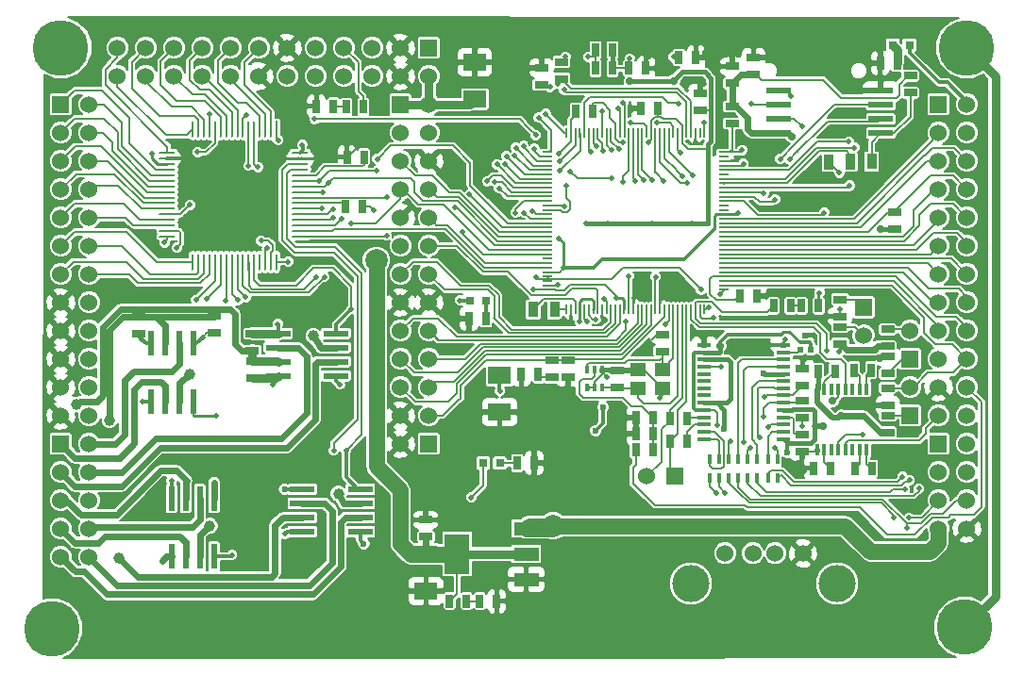
<source format=gtl>
G04 (created by PCBNEW-RS274X (2011-05-31)-stable) date Fri 24 Feb 2012 05:38:00 PM COT*
G01*
G70*
G90*
%MOIN*%
G04 Gerber Fmt 3.4, Leading zero omitted, Abs format*
%FSLAX34Y34*%
G04 APERTURE LIST*
%ADD10C,0.006000*%
%ADD11R,0.086600X0.023600*%
%ADD12R,0.023600X0.086600*%
%ADD13C,0.196900*%
%ADD14R,0.088000X0.048000*%
%ADD15R,0.088000X0.142000*%
%ADD16R,0.015700X0.039300*%
%ADD17R,0.035000X0.008000*%
%ADD18R,0.008000X0.035000*%
%ADD19R,0.025000X0.045000*%
%ADD20R,0.045000X0.025000*%
%ADD21R,0.060000X0.060000*%
%ADD22C,0.060000*%
%ADD23R,0.080000X0.060000*%
%ADD24R,0.035000X0.055000*%
%ADD25R,0.050000X0.016000*%
%ADD26R,0.019600X0.023600*%
%ADD27R,0.015700X0.031400*%
%ADD28R,0.013800X0.035400*%
%ADD29R,0.055100X0.047200*%
%ADD30R,0.031400X0.031400*%
%ADD31R,0.009800X0.060000*%
%ADD32O,0.009800X0.060000*%
%ADD33O,0.060000X0.009800*%
%ADD34C,0.131000*%
%ADD35C,0.019700*%
%ADD36C,0.023600*%
%ADD37C,0.039400*%
%ADD38C,0.027600*%
%ADD39C,0.078700*%
%ADD40C,0.005900*%
%ADD41C,0.007900*%
%ADD42C,0.011800*%
%ADD43C,0.011400*%
%ADD44C,0.023600*%
%ADD45C,0.031500*%
%ADD46C,0.015700*%
%ADD47C,0.055100*%
%ADD48C,0.019700*%
G04 APERTURE END LIST*
G54D10*
G54D11*
X44218Y-46096D03*
X44218Y-45596D03*
X44218Y-45096D03*
X44218Y-44596D03*
X42172Y-44596D03*
X42172Y-45096D03*
X42172Y-45596D03*
X42172Y-46096D03*
X63461Y-37510D03*
X63461Y-37010D03*
X63461Y-36510D03*
X63461Y-36010D03*
X59839Y-36010D03*
X59839Y-36510D03*
X59839Y-37010D03*
X59839Y-37510D03*
G54D12*
X37673Y-46998D03*
X38173Y-46998D03*
X38673Y-46998D03*
X39173Y-46998D03*
X39173Y-44952D03*
X38673Y-44952D03*
X38173Y-44952D03*
X37673Y-44952D03*
G54D11*
X45070Y-51606D03*
X45070Y-51106D03*
X45070Y-50606D03*
X45070Y-50106D03*
X43024Y-50106D03*
X43024Y-50606D03*
X43024Y-51106D03*
X43024Y-51606D03*
G54D12*
X38415Y-52470D03*
X38915Y-52470D03*
X39415Y-52470D03*
X39915Y-52470D03*
X39915Y-50424D03*
X39415Y-50424D03*
X38915Y-50424D03*
X38415Y-50424D03*
G54D13*
X66425Y-54988D03*
X34500Y-34500D03*
X34197Y-55031D03*
X66500Y-34499D03*
G54D14*
X50941Y-53294D03*
X50941Y-52394D03*
X50941Y-51494D03*
G54D15*
X48501Y-52394D03*
G54D16*
X62966Y-46557D03*
X62716Y-46557D03*
X62466Y-46557D03*
X62216Y-46557D03*
X61966Y-46557D03*
X61716Y-46557D03*
X61466Y-46557D03*
X61216Y-46557D03*
X61216Y-48721D03*
X61466Y-48721D03*
X61716Y-48721D03*
X61966Y-48721D03*
X62216Y-48721D03*
X62466Y-48721D03*
X62716Y-48721D03*
X62966Y-48721D03*
G54D17*
X57919Y-43054D03*
G54D18*
X57228Y-37495D03*
G54D17*
X51669Y-38186D03*
G54D18*
X52360Y-43745D03*
G54D17*
X57919Y-42897D03*
G54D18*
X57071Y-37495D03*
G54D17*
X51669Y-38343D03*
G54D18*
X52517Y-43745D03*
G54D17*
X57919Y-42740D03*
G54D18*
X56914Y-37495D03*
G54D17*
X51669Y-38500D03*
G54D18*
X52674Y-43745D03*
G54D17*
X57919Y-42583D03*
G54D18*
X56757Y-37495D03*
G54D17*
X51669Y-38657D03*
G54D18*
X52831Y-43745D03*
G54D17*
X57919Y-42426D03*
G54D18*
X56600Y-37495D03*
G54D17*
X51669Y-38814D03*
G54D18*
X52988Y-43745D03*
G54D17*
X57919Y-42269D03*
G54D18*
X56443Y-37495D03*
G54D17*
X51669Y-38971D03*
G54D18*
X53145Y-43745D03*
G54D17*
X57919Y-42112D03*
G54D18*
X56286Y-37495D03*
G54D17*
X51669Y-39128D03*
G54D18*
X53302Y-43745D03*
G54D17*
X57919Y-41955D03*
G54D18*
X56129Y-37495D03*
G54D17*
X51669Y-39285D03*
G54D18*
X53459Y-43745D03*
G54D17*
X57919Y-41798D03*
G54D18*
X55972Y-37495D03*
G54D17*
X51669Y-39442D03*
G54D18*
X53616Y-43745D03*
G54D17*
X57919Y-41641D03*
G54D18*
X55815Y-37495D03*
G54D17*
X51669Y-39599D03*
G54D18*
X53773Y-43745D03*
G54D17*
X57919Y-41484D03*
G54D18*
X55658Y-37495D03*
G54D17*
X51669Y-39756D03*
G54D18*
X53930Y-43745D03*
G54D17*
X57919Y-41327D03*
G54D18*
X55501Y-37495D03*
G54D17*
X51669Y-39913D03*
G54D18*
X54087Y-43745D03*
G54D17*
X57919Y-41170D03*
G54D18*
X55344Y-37495D03*
G54D17*
X51669Y-40070D03*
G54D18*
X54244Y-43745D03*
G54D17*
X57919Y-41013D03*
G54D18*
X55187Y-37495D03*
G54D17*
X51669Y-40227D03*
G54D18*
X54401Y-43745D03*
G54D17*
X57919Y-40856D03*
G54D18*
X55030Y-37495D03*
G54D17*
X51669Y-40384D03*
G54D18*
X54558Y-43745D03*
G54D17*
X57919Y-40699D03*
G54D18*
X54873Y-37495D03*
G54D17*
X51669Y-40541D03*
G54D18*
X54715Y-43745D03*
G54D17*
X57919Y-40542D03*
G54D18*
X54716Y-37495D03*
G54D17*
X51669Y-40698D03*
G54D18*
X54872Y-43745D03*
G54D17*
X57919Y-40385D03*
G54D18*
X54559Y-37495D03*
G54D17*
X51669Y-40855D03*
G54D18*
X55029Y-43745D03*
G54D17*
X57919Y-40228D03*
G54D18*
X54402Y-37495D03*
G54D17*
X51669Y-41012D03*
G54D18*
X55186Y-43745D03*
G54D17*
X57919Y-40071D03*
G54D18*
X54245Y-37495D03*
G54D17*
X51669Y-41169D03*
G54D18*
X55343Y-43745D03*
G54D17*
X57919Y-39914D03*
G54D18*
X54088Y-37495D03*
G54D17*
X51669Y-41326D03*
G54D18*
X55500Y-43745D03*
G54D17*
X57919Y-39757D03*
G54D18*
X53931Y-37495D03*
G54D17*
X51669Y-41483D03*
G54D18*
X55657Y-43745D03*
G54D17*
X57919Y-39600D03*
G54D18*
X53774Y-37495D03*
G54D17*
X51669Y-41640D03*
G54D18*
X55814Y-43745D03*
G54D17*
X57919Y-39443D03*
G54D18*
X53617Y-37495D03*
G54D17*
X51669Y-41797D03*
G54D18*
X55971Y-43745D03*
G54D17*
X57919Y-39286D03*
G54D18*
X53460Y-37495D03*
G54D17*
X51669Y-41954D03*
G54D18*
X56128Y-43745D03*
G54D17*
X57919Y-39129D03*
G54D18*
X53303Y-37495D03*
G54D17*
X51669Y-42111D03*
G54D18*
X56285Y-43745D03*
G54D17*
X57919Y-38972D03*
G54D18*
X53146Y-37495D03*
G54D17*
X51669Y-42268D03*
G54D18*
X56442Y-43745D03*
G54D17*
X57919Y-38815D03*
G54D18*
X52989Y-37495D03*
G54D17*
X51669Y-42425D03*
G54D18*
X56599Y-43745D03*
G54D17*
X57919Y-38658D03*
G54D18*
X52832Y-37495D03*
G54D17*
X51669Y-42582D03*
G54D18*
X56756Y-43745D03*
G54D17*
X57919Y-38501D03*
G54D18*
X52675Y-37495D03*
G54D17*
X51669Y-42739D03*
G54D18*
X56913Y-43745D03*
G54D17*
X57919Y-38344D03*
G54D18*
X52518Y-37495D03*
G54D17*
X51669Y-42896D03*
G54D18*
X57070Y-43745D03*
G54D17*
X57919Y-38187D03*
G54D18*
X52361Y-37495D03*
G54D17*
X51669Y-43053D03*
G54D18*
X57227Y-43745D03*
G54D19*
X62515Y-45898D03*
X63115Y-45898D03*
X61836Y-45934D03*
X61236Y-45934D03*
X63143Y-49367D03*
X62543Y-49367D03*
X61678Y-49358D03*
X61078Y-49358D03*
X52692Y-36752D03*
X53292Y-36752D03*
G54D20*
X64508Y-35487D03*
X64508Y-36087D03*
G54D19*
X48913Y-44075D03*
X49513Y-44075D03*
X64040Y-35039D03*
X63440Y-35039D03*
G54D20*
X58209Y-37170D03*
X58209Y-36570D03*
G54D19*
X51211Y-49181D03*
X50611Y-49181D03*
X60269Y-43622D03*
X59669Y-43622D03*
G54D21*
X65500Y-36500D03*
G54D22*
X66500Y-36500D03*
X65500Y-37500D03*
X66500Y-37500D03*
X65500Y-38500D03*
X66500Y-38500D03*
X65500Y-39500D03*
X66500Y-39500D03*
X65500Y-40500D03*
X66500Y-40500D03*
X65500Y-41500D03*
X66500Y-41500D03*
X65500Y-42500D03*
X66500Y-42500D03*
X65500Y-43500D03*
X66500Y-43500D03*
X65500Y-44500D03*
X66500Y-44500D03*
X65500Y-45500D03*
X66500Y-45500D03*
X65500Y-46500D03*
X66500Y-46500D03*
X65500Y-47500D03*
X66500Y-47500D03*
G54D23*
X50000Y-46082D03*
X50000Y-47382D03*
G54D24*
X51938Y-43752D03*
X51188Y-43752D03*
G54D20*
X52185Y-35595D03*
X52185Y-34995D03*
X51476Y-35812D03*
X51476Y-35212D03*
G54D19*
X53981Y-34567D03*
X53381Y-34567D03*
X53981Y-35217D03*
X53381Y-35217D03*
X54562Y-35217D03*
X55162Y-35217D03*
X56334Y-34843D03*
X56934Y-34843D03*
G54D20*
X58209Y-35153D03*
X58209Y-35753D03*
X57087Y-36698D03*
X57087Y-36098D03*
G54D19*
X55576Y-36634D03*
X54976Y-36634D03*
G54D20*
X58965Y-35434D03*
X58965Y-34834D03*
X62025Y-44361D03*
X62025Y-44961D03*
X63705Y-46530D03*
X63705Y-47130D03*
X62025Y-43993D03*
X62025Y-43393D03*
X63957Y-40910D03*
X63957Y-40310D03*
X63704Y-45417D03*
X63704Y-46017D03*
G54D19*
X55410Y-48717D03*
X54810Y-48717D03*
X55410Y-48146D03*
X54810Y-48146D03*
X55410Y-47571D03*
X54810Y-47571D03*
G54D20*
X52409Y-45550D03*
X52409Y-46150D03*
G54D19*
X51363Y-46055D03*
X50763Y-46055D03*
G54D20*
X51835Y-46150D03*
X51835Y-45550D03*
X54165Y-45909D03*
X54165Y-46509D03*
X55740Y-44625D03*
X55740Y-45225D03*
G54D21*
X65500Y-48500D03*
G54D22*
X66500Y-48500D03*
X65500Y-49500D03*
X66500Y-49500D03*
X65500Y-50500D03*
X66500Y-50500D03*
X65500Y-51500D03*
X66500Y-51500D03*
G54D21*
X64500Y-47500D03*
G54D22*
X64500Y-46500D03*
G54D21*
X64500Y-45500D03*
G54D22*
X64500Y-44500D03*
G54D21*
X47500Y-48500D03*
G54D22*
X46500Y-48500D03*
G54D21*
X62851Y-43673D03*
G54D22*
X62851Y-44673D03*
G54D20*
X63704Y-44452D03*
X63704Y-45052D03*
G54D19*
X58476Y-43264D03*
X59076Y-43264D03*
G54D20*
X63709Y-48098D03*
X63709Y-47498D03*
G54D19*
X61265Y-43622D03*
X60665Y-43622D03*
G54D25*
X60022Y-48327D03*
X60022Y-48077D03*
X60022Y-47817D03*
X60022Y-47557D03*
X60022Y-47307D03*
X60022Y-47047D03*
X60022Y-46787D03*
X60022Y-46537D03*
X60022Y-46277D03*
X60022Y-46027D03*
X60022Y-45767D03*
X60022Y-45507D03*
X60022Y-45257D03*
X60022Y-44997D03*
X57222Y-44997D03*
X57222Y-45257D03*
X57222Y-45497D03*
X57222Y-45767D03*
X57222Y-46027D03*
X57222Y-46277D03*
X57222Y-46537D03*
X57222Y-46787D03*
X57222Y-47047D03*
X57222Y-47307D03*
X57222Y-47557D03*
X57222Y-47817D03*
X57222Y-48077D03*
X57222Y-48327D03*
G54D20*
X60693Y-48784D03*
X60693Y-48184D03*
X60697Y-46430D03*
X60697Y-45830D03*
X60697Y-46980D03*
X60697Y-47580D03*
G54D21*
X46500Y-36500D03*
G54D22*
X47500Y-36500D03*
X46500Y-37500D03*
X47500Y-37500D03*
X46500Y-38500D03*
X47500Y-38500D03*
X46500Y-39500D03*
X47500Y-39500D03*
X46500Y-40500D03*
X47500Y-40500D03*
X46500Y-41500D03*
X47500Y-41500D03*
X46500Y-42500D03*
X47500Y-42500D03*
X46500Y-43500D03*
X47500Y-43500D03*
X46500Y-44500D03*
X47500Y-44500D03*
X46500Y-45500D03*
X47500Y-45500D03*
X46500Y-46500D03*
X47500Y-46500D03*
X46500Y-47500D03*
X47500Y-47500D03*
G54D26*
X60603Y-45168D03*
X60995Y-45168D03*
X60799Y-44658D03*
G54D27*
X53605Y-45887D03*
X53350Y-45887D03*
X53095Y-45887D03*
X53095Y-46515D03*
X53350Y-46515D03*
X53605Y-46515D03*
G54D28*
X57413Y-49713D03*
X57413Y-49044D03*
X57748Y-49044D03*
X57748Y-49713D03*
X59472Y-49713D03*
X59472Y-49044D03*
X59807Y-49044D03*
X59807Y-49713D03*
X58764Y-49720D03*
X58764Y-49051D03*
X59099Y-49051D03*
X59099Y-49720D03*
X58083Y-49713D03*
X58083Y-49044D03*
X58418Y-49044D03*
X58418Y-49713D03*
G54D29*
X55740Y-45862D03*
X54874Y-45862D03*
X54874Y-46531D03*
X55740Y-46531D03*
G54D21*
X56193Y-49654D03*
G54D22*
X55193Y-49654D03*
G54D30*
X49415Y-49181D03*
X50005Y-49181D03*
X64468Y-34409D03*
X63878Y-34409D03*
X48937Y-43425D03*
X49527Y-43425D03*
G54D23*
X49122Y-36315D03*
X49122Y-35015D03*
G54D19*
X49895Y-54063D03*
X49295Y-54063D03*
X48229Y-54063D03*
X48829Y-54063D03*
X45180Y-36588D03*
X44580Y-36588D03*
X43530Y-36563D03*
X44130Y-36563D03*
X44605Y-38363D03*
X45205Y-38363D03*
G54D31*
X42115Y-37381D03*
G54D32*
X41918Y-37381D03*
X41721Y-37381D03*
X41524Y-37381D03*
X41327Y-37381D03*
X41131Y-37381D03*
X40934Y-37381D03*
X40737Y-37381D03*
X40540Y-37381D03*
X40343Y-37381D03*
X40146Y-37381D03*
X39950Y-37381D03*
X39753Y-37381D03*
X39556Y-37381D03*
X39359Y-37381D03*
X39162Y-37381D03*
G54D33*
X38264Y-38216D03*
X38264Y-38413D03*
X38264Y-38610D03*
X38264Y-38807D03*
X38264Y-39004D03*
X38264Y-39200D03*
X38264Y-39397D03*
X38264Y-39594D03*
X38264Y-39791D03*
X38264Y-39988D03*
X38264Y-40185D03*
X38264Y-40381D03*
X38264Y-40578D03*
X38264Y-40775D03*
X38264Y-40972D03*
X38264Y-41169D03*
G54D32*
X39162Y-42067D03*
X39359Y-42067D03*
X39556Y-42067D03*
X39753Y-42067D03*
X39950Y-42067D03*
X40146Y-42067D03*
X40343Y-42067D03*
X40540Y-42067D03*
X40737Y-42067D03*
X40934Y-42067D03*
X41131Y-42067D03*
X41327Y-42067D03*
X41524Y-42067D03*
X41721Y-42067D03*
X41918Y-42067D03*
X42115Y-42067D03*
G54D33*
X42950Y-41169D03*
X42950Y-40972D03*
X42950Y-40578D03*
X42957Y-40775D03*
X42950Y-40381D03*
X42950Y-40185D03*
X42950Y-39988D03*
X42950Y-39791D03*
X42950Y-39594D03*
X42950Y-39397D03*
X42950Y-39203D03*
X42950Y-39006D03*
X42950Y-38809D03*
X42950Y-38612D03*
X42950Y-38416D03*
X42950Y-38219D03*
G54D23*
X47398Y-52397D03*
X47398Y-53697D03*
G54D20*
X47394Y-51788D03*
X47394Y-51188D03*
G54D21*
X34500Y-36500D03*
G54D22*
X35500Y-36500D03*
X34500Y-37500D03*
X35500Y-37500D03*
X34500Y-38500D03*
X35500Y-38500D03*
X34500Y-39500D03*
X35500Y-39500D03*
X34500Y-40500D03*
X35500Y-40500D03*
X34500Y-41500D03*
X35500Y-41500D03*
X34500Y-42500D03*
X35500Y-42500D03*
X34500Y-43500D03*
X35500Y-43500D03*
X34500Y-44500D03*
X35500Y-44500D03*
X34500Y-45500D03*
X35500Y-45500D03*
X34500Y-46500D03*
X35500Y-46500D03*
X34500Y-47500D03*
X35500Y-47500D03*
G54D21*
X47500Y-34500D03*
G54D22*
X47500Y-35500D03*
X46500Y-34500D03*
X46500Y-35500D03*
X45500Y-34500D03*
X45500Y-35500D03*
X44500Y-34500D03*
X44500Y-35500D03*
X43500Y-34500D03*
X43500Y-35500D03*
X42500Y-34500D03*
X42500Y-35500D03*
X41500Y-34500D03*
X41500Y-35500D03*
X40500Y-34500D03*
X40500Y-35500D03*
X39500Y-34500D03*
X39500Y-35500D03*
X38500Y-34500D03*
X38500Y-35500D03*
X37500Y-34500D03*
X37500Y-35500D03*
X36500Y-34500D03*
X36500Y-35500D03*
G54D20*
X39921Y-43980D03*
X39921Y-44580D03*
X37256Y-43991D03*
X37256Y-44591D03*
G54D19*
X56620Y-48406D03*
X56020Y-48406D03*
X56612Y-47602D03*
X56012Y-47602D03*
G54D20*
X41272Y-45588D03*
X41272Y-46188D03*
X41264Y-45200D03*
X41264Y-44600D03*
G54D19*
X44545Y-40105D03*
X45145Y-40105D03*
G54D21*
X34490Y-48499D03*
G54D22*
X35490Y-48499D03*
X34490Y-49499D03*
X35490Y-49499D03*
X34490Y-50499D03*
X35490Y-50499D03*
X34490Y-51499D03*
X35490Y-51499D03*
X34490Y-52499D03*
X35490Y-52499D03*
X59729Y-52371D03*
X58941Y-52371D03*
X60713Y-52371D03*
G54D34*
X61920Y-53441D03*
X56750Y-53441D03*
G54D22*
X57957Y-52371D03*
G54D24*
X63135Y-38520D03*
X62385Y-38520D03*
X62380Y-38524D03*
X61630Y-38524D03*
G54D35*
X50557Y-40328D03*
X49978Y-39462D03*
X51220Y-38071D03*
X51378Y-36969D03*
X49827Y-39240D03*
X49551Y-39213D03*
X49902Y-38622D03*
X50197Y-38602D03*
X50236Y-38327D03*
X50531Y-38307D03*
X50846Y-37972D03*
X51157Y-40264D03*
X50864Y-40325D03*
X52118Y-38850D03*
X52067Y-35768D03*
X56828Y-39014D03*
X56610Y-39270D03*
X54217Y-38083D03*
X53665Y-38154D03*
X53406Y-37976D03*
X53228Y-38181D03*
X56438Y-39025D03*
X55791Y-39193D03*
X54799Y-39193D03*
X54350Y-39230D03*
X56390Y-38205D03*
X52108Y-38521D03*
X39060Y-40051D03*
X40756Y-43421D03*
X40547Y-52431D03*
X44569Y-48735D03*
X39646Y-43366D03*
X39989Y-47492D03*
X44762Y-43740D03*
X40311Y-43441D03*
X38071Y-52624D03*
X44142Y-48740D03*
G54D36*
X45201Y-52033D03*
G54D35*
X39268Y-43413D03*
X37380Y-47022D03*
X41031Y-43323D03*
X44352Y-46405D03*
X43730Y-40188D03*
X44105Y-40213D03*
X43757Y-39594D03*
X44430Y-40538D03*
X44130Y-40513D03*
G54D37*
X43421Y-44689D03*
X39760Y-51402D03*
X44307Y-50264D03*
X39039Y-46051D03*
G54D35*
X43955Y-39263D03*
X45664Y-38837D03*
X48412Y-40148D03*
X43627Y-39196D03*
X46005Y-41138D03*
X48680Y-41013D03*
X41780Y-41588D03*
X44755Y-40713D03*
X39753Y-36850D03*
G54D37*
X35067Y-47106D03*
X36217Y-47665D03*
X36555Y-52524D03*
G54D35*
X38937Y-49813D03*
G54D36*
X42421Y-51112D03*
G54D35*
X57685Y-47827D03*
G54D38*
X57783Y-45051D03*
G54D35*
X58858Y-48634D03*
X59177Y-48287D03*
X58142Y-48421D03*
X58630Y-48429D03*
X59713Y-48630D03*
X59472Y-47921D03*
X64230Y-49663D03*
X64455Y-51113D03*
X63905Y-51113D03*
X64380Y-51488D03*
X64480Y-49788D03*
X64305Y-50113D03*
X59311Y-47535D03*
X59362Y-46831D03*
X43809Y-42601D03*
X57380Y-43663D03*
X43518Y-42609D03*
X57560Y-44043D03*
X62001Y-38910D03*
X51627Y-36836D03*
X50571Y-38031D03*
X52088Y-38242D03*
X52339Y-39366D03*
X51772Y-35886D03*
X52283Y-35984D03*
X52323Y-34823D03*
X53941Y-38106D03*
X56319Y-36457D03*
X55394Y-39177D03*
X55088Y-39183D03*
X54358Y-36441D03*
X54197Y-36650D03*
X54616Y-37136D03*
X53602Y-36752D03*
X55561Y-37145D03*
X52297Y-40116D03*
X46005Y-39763D03*
X48930Y-39688D03*
X45675Y-38432D03*
X45538Y-40227D03*
X59724Y-39862D03*
X60236Y-38445D03*
X59331Y-39646D03*
X59902Y-38425D03*
X60689Y-37283D03*
X62362Y-39370D03*
X62532Y-38024D03*
X43455Y-37013D03*
X41055Y-36888D03*
X58607Y-38590D03*
X53938Y-39110D03*
X51276Y-37583D03*
X52489Y-38858D03*
X62327Y-37823D03*
X58563Y-38110D03*
X61461Y-40327D03*
X60295Y-36201D03*
X58898Y-36476D03*
X57224Y-37126D03*
X54461Y-44165D03*
G54D38*
X61755Y-46988D03*
G54D35*
X61543Y-45220D03*
X62830Y-48163D03*
X64805Y-50088D03*
X55504Y-42591D03*
G54D39*
X45642Y-42012D03*
G54D35*
X37705Y-38238D03*
X42180Y-37763D03*
X43030Y-37938D03*
X42528Y-42066D03*
X38162Y-41385D03*
X43047Y-36665D03*
G54D36*
X41727Y-40975D03*
G54D38*
X63405Y-45488D03*
G54D35*
X43902Y-42066D03*
X45005Y-37963D03*
X58386Y-38394D03*
G54D36*
X52635Y-47894D03*
G54D35*
X43469Y-38417D03*
X60737Y-49457D03*
X48602Y-44075D03*
X56909Y-37854D03*
X57205Y-35787D03*
X55642Y-46858D03*
G54D38*
X63134Y-34370D03*
G54D35*
X52165Y-44185D03*
X54638Y-36717D03*
X60094Y-44807D03*
X61220Y-45492D03*
X59650Y-43146D03*
G54D38*
X57299Y-34677D03*
X51673Y-34587D03*
G54D35*
X54764Y-43339D03*
X53705Y-44091D03*
X53776Y-46126D03*
X55134Y-45031D03*
X55748Y-43350D03*
X56843Y-44488D03*
X62028Y-43736D03*
X61110Y-44705D03*
X60512Y-49169D03*
X60701Y-47878D03*
X63232Y-47134D03*
X55295Y-34803D03*
X58429Y-34358D03*
X54555Y-42563D03*
X53130Y-34823D03*
X57642Y-50252D03*
X57803Y-45768D03*
X57965Y-50240D03*
X37352Y-44798D03*
X42163Y-44259D03*
X41982Y-46401D03*
X42405Y-51679D03*
X38413Y-49801D03*
X39514Y-44732D03*
G54D36*
X42402Y-50108D03*
G54D35*
X41120Y-38668D03*
X41575Y-41315D03*
X39327Y-38185D03*
X39913Y-49872D03*
X38595Y-41571D03*
X41463Y-38711D03*
X53098Y-44185D03*
X53390Y-44091D03*
G54D36*
X53394Y-48035D03*
X53642Y-47209D03*
G54D39*
X51881Y-51398D03*
G54D35*
X49000Y-50394D03*
G54D36*
X57925Y-47988D03*
G54D35*
X54122Y-43327D03*
X51201Y-43051D03*
X51276Y-42594D03*
X57114Y-43051D03*
X57772Y-43209D03*
G54D38*
X63237Y-45161D03*
G54D35*
X48599Y-43425D03*
X50016Y-46630D03*
G54D38*
X60303Y-37630D03*
X61417Y-47858D03*
G54D36*
X59319Y-45992D03*
X60165Y-48803D03*
G54D38*
X62063Y-47508D03*
G54D35*
X61299Y-43161D03*
X61984Y-45252D03*
X52094Y-41228D03*
G54D38*
X63465Y-40902D03*
G54D35*
X58406Y-40335D03*
X52244Y-42283D03*
X52047Y-42874D03*
X54587Y-34882D03*
X56142Y-34823D03*
X53693Y-43378D03*
X53051Y-40701D03*
X53831Y-40701D03*
X55382Y-40705D03*
X57366Y-40705D03*
X56791Y-40705D03*
G54D38*
X56146Y-35669D03*
X54591Y-35685D03*
G54D35*
X54346Y-37846D03*
X55244Y-37846D03*
X52824Y-44189D03*
X55858Y-44268D03*
G54D40*
X50557Y-40207D02*
X50851Y-39913D01*
X51669Y-39913D02*
X50851Y-39913D01*
X50557Y-40328D02*
X50557Y-40207D01*
X50272Y-39756D02*
X49978Y-39462D01*
X50272Y-39756D02*
X51669Y-39756D01*
G54D41*
X51669Y-38343D02*
X51433Y-38343D01*
X51220Y-38130D02*
X51220Y-38071D01*
X51433Y-38343D02*
X51220Y-38130D01*
G54D40*
X51811Y-38110D02*
X51811Y-38150D01*
X51378Y-36969D02*
X51811Y-37402D01*
X51811Y-37402D02*
X51811Y-38110D01*
X51811Y-38150D02*
X51669Y-38186D01*
X50434Y-39599D02*
X50075Y-39240D01*
X50075Y-39240D02*
X49827Y-39240D01*
X50434Y-39599D02*
X51669Y-39599D01*
X50493Y-39442D02*
X50059Y-39008D01*
X50059Y-39008D02*
X49756Y-39008D01*
X49756Y-39008D02*
X49551Y-39213D01*
X51669Y-39442D02*
X50493Y-39442D01*
G54D41*
X50565Y-39285D02*
X49902Y-38622D01*
X50565Y-39285D02*
X51669Y-39285D01*
X50723Y-39128D02*
X50197Y-38602D01*
X50723Y-39128D02*
X51669Y-39128D01*
X50880Y-38971D02*
X50236Y-38327D01*
X50880Y-38971D02*
X51669Y-38971D01*
X51038Y-38814D02*
X50531Y-38307D01*
X51038Y-38814D02*
X51669Y-38814D01*
X51334Y-38500D02*
X51669Y-38500D01*
X51334Y-38500D02*
X50846Y-38012D01*
X50846Y-37972D02*
X50846Y-38012D01*
G54D40*
X51669Y-40384D02*
X51277Y-40384D01*
X51277Y-40384D02*
X51157Y-40264D01*
X51080Y-40541D02*
X50864Y-40325D01*
X51080Y-40541D02*
X51669Y-40541D01*
X52118Y-38850D02*
X52836Y-38132D01*
X52836Y-38132D02*
X52836Y-37495D01*
X52832Y-37495D02*
X52836Y-37495D01*
G54D41*
X56757Y-37495D02*
X56757Y-36383D01*
X52515Y-35925D02*
X52185Y-35595D01*
X56299Y-35925D02*
X52515Y-35925D01*
X56757Y-36383D02*
X56299Y-35925D01*
X52185Y-35650D02*
X52185Y-35595D01*
X52067Y-35768D02*
X52185Y-35650D01*
G54D40*
X56828Y-39014D02*
X55976Y-38166D01*
X55976Y-38166D02*
X55976Y-37495D01*
X55972Y-37495D02*
X55976Y-37495D01*
X56179Y-39065D02*
X56185Y-39065D01*
X55658Y-37495D02*
X55658Y-38544D01*
X55658Y-38544D02*
X56179Y-39065D01*
X56390Y-39270D02*
X56610Y-39270D01*
X56185Y-39065D02*
X56390Y-39270D01*
X53931Y-37495D02*
X53931Y-37797D01*
X53931Y-37797D02*
X54217Y-38083D01*
X53460Y-37719D02*
X53618Y-37877D01*
X53618Y-37877D02*
X53618Y-38107D01*
X53618Y-38107D02*
X53665Y-38154D01*
X53460Y-37495D02*
X53460Y-37719D01*
X53303Y-37495D02*
X53303Y-37873D01*
X53303Y-37873D02*
X53406Y-37976D01*
X53146Y-37495D02*
X53146Y-38099D01*
X53146Y-38099D02*
X53228Y-38181D01*
X56238Y-38821D02*
X56238Y-38825D01*
X56238Y-38821D02*
X55815Y-38398D01*
X55815Y-38398D02*
X55815Y-37495D01*
X56238Y-38825D02*
X56438Y-39025D01*
X55504Y-38906D02*
X55791Y-39193D01*
X55501Y-37495D02*
X55501Y-38906D01*
X55501Y-38906D02*
X55504Y-38906D01*
X54716Y-39020D02*
X54716Y-39110D01*
X54716Y-39110D02*
X54799Y-39193D01*
X54716Y-37495D02*
X54716Y-39020D01*
X54716Y-39020D02*
X54716Y-39023D01*
X54354Y-39056D02*
X54354Y-39226D01*
X54559Y-37495D02*
X54559Y-38851D01*
X54354Y-39056D02*
X54559Y-38851D01*
X54354Y-39226D02*
X54350Y-39230D01*
X56286Y-37495D02*
X56286Y-38101D01*
X56286Y-38101D02*
X56390Y-38205D01*
X52675Y-37954D02*
X52108Y-38521D01*
X52675Y-37954D02*
X52675Y-37495D01*
X45205Y-38363D02*
X45205Y-38638D01*
X43512Y-39006D02*
X42950Y-39006D01*
X43832Y-38686D02*
X43512Y-39006D01*
X45157Y-38686D02*
X43832Y-38686D01*
X45205Y-38638D02*
X45157Y-38686D01*
X38730Y-40381D02*
X38264Y-40381D01*
X39060Y-40051D02*
X38730Y-40381D01*
G54D41*
X40540Y-43205D02*
X40540Y-42067D01*
X40756Y-43421D02*
X40540Y-43205D01*
G54D42*
X39915Y-52470D02*
X40508Y-52470D01*
X40508Y-52470D02*
X40547Y-52431D01*
G54D40*
X42950Y-38809D02*
X42612Y-38809D01*
X45118Y-48186D02*
X44569Y-48735D01*
X45118Y-42457D02*
X45118Y-48186D01*
X44185Y-41524D02*
X45118Y-42457D01*
X42780Y-41524D02*
X44185Y-41524D01*
X42484Y-41228D02*
X42780Y-41524D01*
X42484Y-38937D02*
X42484Y-41228D01*
X42612Y-38809D02*
X42484Y-38937D01*
G54D42*
X45070Y-50106D02*
X45000Y-50106D01*
X44569Y-49675D02*
X44569Y-48735D01*
X45000Y-50106D02*
X44569Y-49675D01*
G54D40*
X39190Y-47491D02*
X39190Y-47015D01*
X39190Y-47015D02*
X39173Y-46998D01*
G54D41*
X40146Y-42866D02*
X39646Y-43366D01*
X40146Y-42866D02*
X40146Y-42067D01*
G54D43*
X39195Y-47491D02*
X39190Y-47491D01*
X39190Y-47491D02*
X39995Y-47491D01*
G54D42*
X39989Y-47491D02*
X39995Y-47491D01*
X39989Y-47492D02*
X39989Y-47491D01*
G54D41*
X41327Y-42067D02*
X41327Y-42721D01*
X44762Y-42939D02*
X44762Y-43740D01*
X44110Y-42287D02*
X44762Y-42939D01*
X43418Y-42287D02*
X44110Y-42287D01*
X42806Y-42899D02*
X43418Y-42287D01*
X41505Y-42899D02*
X42806Y-42899D01*
X41327Y-42721D02*
X41505Y-42899D01*
G54D42*
X44218Y-44284D02*
X44218Y-44596D01*
X44762Y-43740D02*
X44218Y-44284D01*
G54D41*
X40343Y-43409D02*
X40311Y-43441D01*
X40343Y-43409D02*
X40343Y-42067D01*
G54D44*
X38071Y-52624D02*
X38225Y-52470D01*
X38225Y-52470D02*
X38415Y-52470D01*
G54D41*
X42950Y-38612D02*
X42530Y-38612D01*
X42530Y-38612D02*
X42323Y-38819D01*
X42323Y-38819D02*
X42323Y-41300D01*
X42323Y-41300D02*
X42763Y-41740D01*
X42763Y-41740D02*
X44149Y-41740D01*
X44149Y-41740D02*
X44980Y-42571D01*
X44980Y-42571D02*
X44980Y-47634D01*
X44980Y-47634D02*
X44142Y-48472D01*
X44142Y-48472D02*
X44142Y-48740D01*
G54D42*
X45070Y-51606D02*
X45070Y-51902D01*
X45070Y-51902D02*
X45201Y-52033D01*
G54D41*
X39950Y-42731D02*
X39268Y-43413D01*
X39950Y-42731D02*
X39950Y-42067D01*
G54D42*
X37404Y-46998D02*
X37673Y-46998D01*
X37380Y-47022D02*
X37404Y-46998D01*
G54D41*
X40737Y-43029D02*
X40737Y-42067D01*
X41031Y-43323D02*
X40737Y-43029D01*
G54D42*
X44218Y-46271D02*
X44218Y-46096D01*
X44352Y-46405D02*
X44218Y-46271D01*
G54D41*
X38264Y-38807D02*
X37849Y-38807D01*
X34987Y-36013D02*
X34500Y-36500D01*
X35955Y-36013D02*
X34987Y-36013D01*
X36905Y-36963D02*
X35955Y-36013D01*
X36905Y-37863D02*
X36905Y-36963D01*
X37849Y-38807D02*
X36905Y-37863D01*
X35500Y-36500D02*
X36017Y-36500D01*
X37696Y-39004D02*
X38264Y-39004D01*
X36655Y-37963D02*
X37696Y-39004D01*
X36655Y-37138D02*
X36655Y-37963D01*
X36017Y-36500D02*
X36655Y-37138D01*
X39556Y-37381D02*
X39556Y-37039D01*
X37500Y-35683D02*
X37500Y-35500D01*
X38405Y-36588D02*
X37500Y-35683D01*
X39105Y-36588D02*
X38405Y-36588D01*
X39556Y-37039D02*
X39105Y-36588D01*
X39359Y-37381D02*
X39359Y-37042D01*
X37005Y-34995D02*
X37500Y-34500D01*
X37005Y-35938D02*
X37005Y-34995D01*
X37980Y-36913D02*
X37005Y-35938D01*
X39230Y-36913D02*
X37980Y-36913D01*
X39359Y-37042D02*
X39230Y-36913D01*
X40737Y-37381D02*
X40737Y-36695D01*
X39542Y-35500D02*
X39500Y-35500D01*
X40737Y-36695D02*
X39542Y-35500D01*
X40540Y-37381D02*
X40540Y-36773D01*
X39055Y-34945D02*
X39500Y-34500D01*
X39055Y-35638D02*
X39055Y-34945D01*
X39405Y-35988D02*
X39055Y-35638D01*
X39755Y-35988D02*
X39405Y-35988D01*
X40540Y-36773D02*
X39755Y-35988D01*
X40343Y-37381D02*
X40343Y-36901D01*
X39138Y-36138D02*
X38500Y-35500D01*
X39580Y-36138D02*
X39138Y-36138D01*
X40343Y-36901D02*
X39580Y-36138D01*
X40146Y-37381D02*
X40146Y-36929D01*
X38030Y-34970D02*
X38500Y-34500D01*
X38030Y-35813D02*
X38030Y-34970D01*
X38580Y-36363D02*
X38030Y-35813D01*
X39580Y-36363D02*
X38580Y-36363D01*
X40146Y-36929D02*
X39580Y-36363D01*
X38264Y-39594D02*
X37536Y-39594D01*
X35012Y-37988D02*
X34500Y-38500D01*
X35930Y-37988D02*
X35012Y-37988D01*
X37536Y-39594D02*
X35930Y-37988D01*
X38264Y-39791D02*
X37458Y-39791D01*
X36167Y-38500D02*
X35500Y-38500D01*
X37458Y-39791D02*
X36167Y-38500D01*
G54D40*
X45180Y-36588D02*
X45180Y-36213D01*
X45005Y-35005D02*
X44500Y-34500D01*
X45005Y-36038D02*
X45005Y-35005D01*
X45180Y-36213D02*
X45005Y-36038D01*
X42950Y-40185D02*
X43727Y-40185D01*
X43727Y-40185D02*
X43730Y-40188D01*
G54D41*
X39162Y-42067D02*
X37884Y-42067D01*
X34987Y-41013D02*
X34500Y-41500D01*
X36830Y-41013D02*
X34987Y-41013D01*
X37884Y-42067D02*
X36830Y-41013D01*
G54D40*
X44063Y-40245D02*
X44073Y-40245D01*
X44073Y-40245D02*
X44105Y-40213D01*
X42950Y-40381D02*
X43927Y-40381D01*
X43927Y-40381D02*
X44063Y-40245D01*
X44063Y-40245D02*
X44072Y-40236D01*
X42950Y-39594D02*
X43757Y-39594D01*
G54D41*
X36500Y-35500D02*
X36500Y-35883D01*
X38955Y-37588D02*
X39162Y-37381D01*
X38205Y-37588D02*
X38955Y-37588D01*
X36500Y-35883D02*
X38205Y-37588D01*
X38264Y-40578D02*
X37295Y-40578D01*
X34987Y-40013D02*
X34500Y-40500D01*
X36730Y-40013D02*
X34987Y-40013D01*
X37295Y-40578D02*
X36730Y-40013D01*
X38264Y-40775D02*
X37067Y-40775D01*
X36792Y-40500D02*
X35500Y-40500D01*
X37067Y-40775D02*
X36792Y-40500D01*
X38264Y-38216D02*
X38264Y-37997D01*
X36500Y-34843D02*
X36500Y-34500D01*
X36080Y-35263D02*
X36500Y-34843D01*
X36080Y-35813D02*
X36080Y-35263D01*
X38264Y-37997D02*
X36080Y-35813D01*
G54D40*
X44193Y-40775D02*
X42957Y-40775D01*
X44430Y-40538D02*
X44193Y-40775D01*
X42957Y-40775D02*
X44092Y-40775D01*
X44080Y-40500D02*
X44117Y-40500D01*
X44002Y-40578D02*
X44080Y-40500D01*
X42950Y-40578D02*
X44002Y-40578D01*
X44117Y-40500D02*
X44130Y-40513D01*
G54D41*
X39753Y-42067D02*
X39753Y-42490D01*
X36917Y-42500D02*
X35500Y-42500D01*
X37230Y-42813D02*
X36917Y-42500D01*
X39430Y-42813D02*
X37230Y-42813D01*
X39753Y-42490D02*
X39430Y-42813D01*
X39556Y-42067D02*
X39556Y-42462D01*
X34937Y-42063D02*
X34500Y-42500D01*
X36830Y-42063D02*
X34937Y-42063D01*
X37430Y-42663D02*
X36830Y-42063D01*
X39355Y-42663D02*
X37430Y-42663D01*
X39556Y-42462D02*
X39355Y-42663D01*
X39359Y-42067D02*
X39359Y-42434D01*
X36642Y-41500D02*
X35500Y-41500D01*
X37655Y-42513D02*
X36642Y-41500D01*
X39280Y-42513D02*
X37655Y-42513D01*
X39359Y-42434D02*
X39280Y-42513D01*
X41918Y-37381D02*
X41918Y-36751D01*
X40980Y-35020D02*
X41500Y-34500D01*
X40980Y-35813D02*
X40980Y-35020D01*
X41918Y-36751D02*
X40980Y-35813D01*
X41721Y-37381D02*
X41721Y-36829D01*
X40500Y-35608D02*
X40500Y-35500D01*
X41721Y-36829D02*
X40500Y-35608D01*
X41524Y-37381D02*
X41524Y-36907D01*
X40055Y-34945D02*
X40500Y-34500D01*
X40055Y-35738D02*
X40055Y-34945D01*
X40755Y-36438D02*
X40055Y-35738D01*
X41055Y-36438D02*
X40755Y-36438D01*
X41524Y-36907D02*
X41055Y-36438D01*
X38264Y-39200D02*
X37617Y-39200D01*
X34987Y-37013D02*
X34500Y-37500D01*
X36030Y-37013D02*
X34987Y-37013D01*
X36505Y-37488D02*
X36030Y-37013D01*
X36505Y-38088D02*
X36505Y-37488D01*
X37617Y-39200D02*
X36505Y-38088D01*
X35500Y-37500D02*
X35992Y-37500D01*
X37589Y-39397D02*
X38264Y-39397D01*
X36330Y-38138D02*
X37589Y-39397D01*
X36330Y-37838D02*
X36330Y-38138D01*
X35992Y-37500D02*
X36330Y-37838D01*
X38264Y-39988D02*
X37405Y-39988D01*
X35037Y-38963D02*
X34500Y-39500D01*
X36380Y-38963D02*
X35037Y-38963D01*
X37405Y-39988D02*
X36380Y-38963D01*
X38264Y-40185D02*
X37352Y-40185D01*
X35637Y-39363D02*
X35500Y-39500D01*
X36530Y-39363D02*
X35637Y-39363D01*
X37352Y-40185D02*
X36530Y-39363D01*
G54D44*
X43677Y-45096D02*
X43421Y-44689D01*
X43677Y-45096D02*
X44218Y-45096D01*
X39415Y-51713D02*
X39415Y-52470D01*
X39760Y-51402D02*
X39415Y-51713D01*
X44479Y-50606D02*
X45070Y-50606D01*
X44307Y-50264D02*
X44479Y-50606D01*
X39039Y-46051D02*
X38673Y-46351D01*
X38673Y-46351D02*
X38673Y-46998D01*
G54D40*
X51669Y-41326D02*
X49921Y-41326D01*
X44117Y-39101D02*
X43955Y-39263D01*
X46845Y-39101D02*
X44117Y-39101D01*
X46990Y-39246D02*
X46845Y-39101D01*
X46990Y-39605D02*
X46990Y-39246D01*
X47293Y-39908D02*
X46990Y-39605D01*
X48503Y-39908D02*
X47293Y-39908D01*
X49921Y-41326D02*
X48503Y-39908D01*
X43821Y-39397D02*
X42950Y-39397D01*
X43955Y-39263D02*
X43821Y-39397D01*
X43627Y-39196D02*
X43986Y-38837D01*
X49821Y-41483D02*
X51669Y-41483D01*
X48420Y-40140D02*
X48412Y-40148D01*
X48478Y-40140D02*
X48420Y-40140D01*
X49821Y-41483D02*
X48478Y-40140D01*
X45664Y-38837D02*
X43986Y-38837D01*
X42950Y-39203D02*
X43620Y-39203D01*
X43620Y-39203D02*
X43627Y-39196D01*
X51669Y-41797D02*
X49414Y-41797D01*
X45974Y-41169D02*
X42950Y-41169D01*
X46005Y-41138D02*
X45974Y-41169D01*
X48680Y-41063D02*
X48680Y-41013D01*
X49414Y-41797D02*
X48680Y-41063D01*
X51669Y-42268D02*
X49446Y-42268D01*
X44100Y-40972D02*
X42950Y-40972D01*
X44160Y-40912D02*
X44100Y-40972D01*
X45006Y-40912D02*
X44160Y-40912D01*
X45026Y-40892D02*
X45006Y-40912D01*
X48070Y-40892D02*
X45026Y-40892D01*
X49446Y-42268D02*
X48070Y-40892D01*
X41721Y-42067D02*
X41721Y-41647D01*
X41721Y-41647D02*
X41780Y-41588D01*
X46500Y-39500D02*
X46500Y-39843D01*
X45630Y-40713D02*
X44755Y-40713D01*
X46500Y-39843D02*
X45630Y-40713D01*
X46500Y-39500D02*
X46592Y-39500D01*
X49607Y-41640D02*
X51669Y-41640D01*
X48005Y-40038D02*
X49607Y-41640D01*
X47130Y-40038D02*
X48005Y-40038D01*
X46592Y-39500D02*
X47130Y-40038D01*
G54D44*
X36466Y-51758D02*
X36066Y-51758D01*
X37592Y-51758D02*
X36466Y-51758D01*
X34982Y-51991D02*
X34490Y-51499D01*
X35833Y-51991D02*
X34982Y-51991D01*
X36066Y-51758D02*
X35833Y-51991D01*
X38915Y-52470D02*
X38915Y-51972D01*
X38915Y-51972D02*
X38701Y-51758D01*
X38701Y-51758D02*
X37592Y-51758D01*
X37592Y-51758D02*
X37558Y-51758D01*
X36663Y-51435D02*
X35554Y-51435D01*
X39165Y-51435D02*
X36976Y-51435D01*
X39415Y-51185D02*
X39165Y-51435D01*
X39415Y-50424D02*
X39415Y-51185D01*
X36976Y-51435D02*
X36663Y-51435D01*
X35554Y-51435D02*
X35490Y-51499D01*
X44398Y-52621D02*
X44398Y-52835D01*
X35005Y-53014D02*
X34490Y-52499D01*
X35313Y-53014D02*
X35005Y-53014D01*
X36121Y-53822D02*
X35313Y-53014D01*
X43411Y-53822D02*
X36121Y-53822D01*
X44398Y-52835D02*
X43411Y-53822D01*
X45070Y-51106D02*
X44549Y-51106D01*
X44398Y-51257D02*
X44398Y-52621D01*
X44398Y-52621D02*
X44398Y-52616D01*
X44549Y-51106D02*
X44398Y-51257D01*
X44076Y-50857D02*
X44076Y-52713D01*
X43825Y-50606D02*
X44076Y-50857D01*
X43024Y-50606D02*
X43825Y-50606D01*
X35490Y-52502D02*
X35490Y-52499D01*
X36479Y-53491D02*
X35490Y-52502D01*
X43298Y-53491D02*
X36479Y-53491D01*
X44076Y-52713D02*
X43298Y-53491D01*
X37085Y-46569D02*
X37085Y-48478D01*
X38173Y-46446D02*
X38017Y-46290D01*
X38017Y-46290D02*
X37364Y-46290D01*
X37364Y-46290D02*
X37085Y-46569D01*
X38173Y-46998D02*
X38173Y-46446D01*
X34986Y-48995D02*
X34490Y-48499D01*
X36568Y-48995D02*
X34986Y-48995D01*
X37085Y-48478D02*
X36568Y-48995D01*
X38423Y-45936D02*
X37069Y-45936D01*
X36428Y-48499D02*
X35490Y-48499D01*
X36754Y-48173D02*
X36428Y-48499D01*
X36754Y-46251D02*
X36754Y-48173D01*
X37069Y-45936D02*
X36754Y-46251D01*
X38673Y-44952D02*
X38673Y-45686D01*
X38673Y-45686D02*
X38423Y-45936D01*
X38423Y-45936D02*
X38408Y-45951D01*
X43474Y-46377D02*
X43474Y-47641D01*
X34986Y-49995D02*
X34490Y-49499D01*
X36647Y-49995D02*
X34986Y-49995D01*
X38002Y-48640D02*
X36647Y-49995D01*
X42475Y-48640D02*
X38002Y-48640D01*
X43474Y-47641D02*
X42475Y-48640D01*
X43547Y-45596D02*
X43474Y-45669D01*
X43474Y-45669D02*
X43474Y-46377D01*
X43474Y-46377D02*
X43474Y-46393D01*
X44218Y-45596D02*
X43547Y-45596D01*
X43175Y-46975D02*
X43175Y-47417D01*
X36652Y-49499D02*
X35490Y-49499D01*
X37857Y-48294D02*
X36652Y-49499D01*
X42298Y-48294D02*
X37857Y-48294D01*
X43175Y-47417D02*
X42298Y-48294D01*
X42172Y-45096D02*
X42870Y-45096D01*
X43175Y-45401D02*
X43175Y-46975D01*
X43175Y-46975D02*
X43175Y-47018D01*
X43175Y-47018D02*
X43175Y-47019D01*
X42870Y-45096D02*
X43175Y-45401D01*
G54D40*
X42950Y-39988D02*
X44428Y-39988D01*
X44428Y-39988D02*
X44545Y-40105D01*
G54D41*
X39753Y-37381D02*
X39753Y-36850D01*
G54D44*
X40874Y-45200D02*
X41264Y-45200D01*
X35173Y-47000D02*
X35067Y-47106D01*
X35768Y-47000D02*
X35173Y-47000D01*
X35980Y-46788D02*
X35768Y-47000D01*
X35980Y-44378D02*
X35980Y-46788D01*
X36615Y-43743D02*
X35980Y-44378D01*
X40476Y-43743D02*
X36615Y-43743D01*
X40646Y-43913D02*
X40476Y-43743D01*
X40646Y-44972D02*
X40646Y-43913D01*
X40874Y-45200D02*
X40646Y-44972D01*
X37748Y-43991D02*
X39910Y-43991D01*
X39910Y-43991D02*
X39921Y-43980D01*
X37256Y-43991D02*
X37748Y-43991D01*
X37748Y-43991D02*
X37853Y-43991D01*
X38173Y-44311D02*
X38173Y-44952D01*
X37853Y-43991D02*
X38173Y-44311D01*
X37256Y-43991D02*
X36686Y-43991D01*
X36686Y-43991D02*
X36217Y-44460D01*
X36217Y-44460D02*
X36217Y-47665D01*
X42421Y-51112D02*
X42336Y-51112D01*
X37225Y-53194D02*
X36555Y-52524D01*
X41948Y-53194D02*
X37225Y-53194D01*
X42067Y-53075D02*
X41948Y-53194D01*
X42067Y-51381D02*
X42067Y-53075D01*
X42336Y-51112D02*
X42067Y-51381D01*
X34490Y-50499D02*
X34700Y-50499D01*
X34700Y-50499D02*
X35205Y-51004D01*
X35205Y-51004D02*
X36476Y-51004D01*
X36476Y-51004D02*
X38027Y-49453D01*
X38027Y-49453D02*
X38577Y-49453D01*
X38577Y-49453D02*
X38937Y-49813D01*
G54D45*
X41272Y-45588D02*
X42164Y-45588D01*
X42164Y-45588D02*
X42172Y-45596D01*
X41264Y-45200D02*
X41264Y-45580D01*
X41264Y-45580D02*
X41272Y-45588D01*
G54D44*
X38937Y-49813D02*
X38915Y-49835D01*
X38915Y-49835D02*
X38915Y-50424D01*
X42427Y-51106D02*
X43024Y-51106D01*
X42421Y-51112D02*
X42427Y-51106D01*
G54D41*
X57685Y-47827D02*
X57697Y-47815D01*
X57697Y-47815D02*
X57697Y-47410D01*
X57697Y-47410D02*
X57594Y-47307D01*
X57222Y-47307D02*
X57594Y-47307D01*
G54D42*
X60995Y-45168D02*
X60995Y-44971D01*
X57783Y-44895D02*
X57783Y-45051D01*
X58040Y-44638D02*
X57783Y-44895D01*
X59914Y-44638D02*
X58040Y-44638D01*
G54D43*
X60021Y-44531D02*
X59914Y-44638D01*
X60231Y-44531D02*
X60021Y-44531D01*
X60617Y-44917D02*
X60231Y-44531D01*
G54D42*
X60941Y-44917D02*
X60617Y-44917D01*
X60995Y-44971D02*
X60941Y-44917D01*
G54D46*
X57747Y-45257D02*
X57222Y-45257D01*
X57768Y-45236D02*
X57747Y-45257D01*
X57768Y-45066D02*
X57768Y-45236D01*
G54D42*
X57783Y-45051D02*
X57768Y-45066D01*
X57222Y-45257D02*
X56889Y-45257D01*
X56902Y-47307D02*
X57222Y-47307D01*
X56843Y-47248D02*
X56902Y-47307D01*
X56843Y-45303D02*
X56843Y-47248D01*
X56889Y-45257D02*
X56843Y-45303D01*
G54D40*
X57222Y-48077D02*
X57596Y-48077D01*
X57413Y-49282D02*
X57413Y-49044D01*
X57509Y-49378D02*
X57413Y-49282D01*
X57827Y-49378D02*
X57509Y-49378D01*
X57914Y-49291D02*
X57827Y-49378D01*
X57914Y-48395D02*
X57914Y-49291D01*
X57596Y-48077D02*
X57914Y-48395D01*
X59472Y-48237D02*
X59472Y-49044D01*
X59632Y-48077D02*
X59472Y-48237D01*
X60022Y-48077D02*
X59632Y-48077D01*
G54D41*
X59110Y-48224D02*
X59114Y-48224D01*
G54D40*
X59719Y-46537D02*
X59678Y-46496D01*
X59678Y-46496D02*
X59156Y-46496D01*
X59156Y-46496D02*
X59110Y-46542D01*
X59110Y-46542D02*
X59110Y-48224D01*
X58858Y-48634D02*
X58764Y-48728D01*
X58764Y-49051D02*
X58764Y-48728D01*
X59719Y-46537D02*
X60022Y-46537D01*
G54D41*
X59114Y-48224D02*
X59177Y-48287D01*
G54D40*
X60022Y-45767D02*
X58757Y-45767D01*
X58083Y-48480D02*
X58083Y-49044D01*
X58142Y-48421D02*
X58083Y-48480D01*
X58630Y-45894D02*
X58630Y-48429D01*
X58757Y-45767D02*
X58630Y-45894D01*
X57222Y-48327D02*
X57674Y-48327D01*
X57748Y-48401D02*
X57748Y-49044D01*
X57674Y-48327D02*
X57748Y-48401D01*
X59807Y-49044D02*
X59807Y-48724D01*
X59807Y-48724D02*
X59713Y-48630D01*
X59576Y-47817D02*
X60022Y-47817D01*
X59472Y-47921D02*
X59576Y-47817D01*
X60022Y-46277D02*
X59631Y-46277D01*
X59099Y-48536D02*
X59099Y-49051D01*
X58909Y-48346D02*
X59099Y-48536D01*
X58909Y-46505D02*
X58909Y-48346D01*
X59138Y-46276D02*
X58909Y-46505D01*
X59630Y-46276D02*
X59138Y-46276D01*
X59631Y-46277D02*
X59630Y-46276D01*
X60022Y-45507D02*
X58537Y-45507D01*
X58418Y-45626D02*
X58418Y-49044D01*
X58537Y-45507D02*
X58418Y-45626D01*
X59472Y-49713D02*
X59472Y-49546D01*
X64055Y-49838D02*
X64230Y-49663D01*
X60380Y-49838D02*
X64055Y-49838D01*
X60280Y-49738D02*
X60380Y-49838D01*
X59980Y-49438D02*
X60280Y-49738D01*
X59580Y-49438D02*
X59980Y-49438D01*
X59472Y-49546D02*
X59580Y-49438D01*
X65500Y-50500D02*
X65500Y-50518D01*
X64905Y-51113D02*
X64455Y-51113D01*
X65500Y-50518D02*
X64905Y-51113D01*
X63930Y-51038D02*
X63930Y-51088D01*
X58083Y-49866D02*
X58466Y-50249D01*
X58466Y-50249D02*
X58805Y-50588D01*
X58805Y-50588D02*
X58980Y-50588D01*
X58980Y-50588D02*
X58984Y-50584D01*
X58984Y-50584D02*
X63205Y-50584D01*
X63205Y-50584D02*
X63480Y-50584D01*
X63480Y-50584D02*
X63930Y-51034D01*
X63930Y-51034D02*
X63930Y-51038D01*
X58083Y-49713D02*
X58083Y-49866D01*
X63930Y-51088D02*
X63905Y-51113D01*
X64380Y-51313D02*
X64880Y-51313D01*
X66118Y-50500D02*
X66500Y-50500D01*
X65655Y-50963D02*
X66118Y-50500D01*
X65230Y-50963D02*
X65655Y-50963D01*
X64880Y-51313D02*
X65230Y-50963D01*
X64380Y-51488D02*
X64380Y-51313D01*
X58418Y-50026D02*
X58418Y-49713D01*
X58855Y-50463D02*
X58418Y-50026D01*
X63530Y-50463D02*
X58855Y-50463D01*
X64380Y-51313D02*
X63530Y-50463D01*
X59907Y-49613D02*
X59807Y-49713D01*
X59955Y-49613D02*
X59907Y-49613D01*
X60301Y-49959D02*
X59955Y-49613D01*
X64182Y-49959D02*
X60301Y-49959D01*
X64303Y-49838D02*
X64182Y-49959D01*
X64430Y-49838D02*
X64303Y-49838D01*
X64480Y-49788D02*
X64430Y-49838D01*
X59807Y-49713D02*
X59807Y-49835D01*
X63680Y-50213D02*
X63780Y-50213D01*
X59099Y-49882D02*
X59430Y-50213D01*
X59430Y-50213D02*
X63680Y-50213D01*
X59099Y-49720D02*
X59099Y-49882D01*
X63880Y-50113D02*
X64305Y-50113D01*
X63780Y-50213D02*
X63880Y-50113D01*
G54D41*
X60022Y-47047D02*
X60630Y-47047D01*
X60630Y-47047D02*
X60697Y-46980D01*
G54D40*
X60022Y-47047D02*
X59512Y-47047D01*
X59311Y-47248D02*
X59311Y-47535D01*
X59512Y-47047D02*
X59311Y-47248D01*
G54D41*
X60022Y-46787D02*
X60340Y-46787D01*
X60340Y-46787D02*
X60697Y-46430D01*
G54D40*
X60022Y-46787D02*
X59406Y-46787D01*
X59406Y-46787D02*
X59362Y-46831D01*
X40934Y-42907D02*
X41183Y-43156D01*
X41183Y-43156D02*
X43254Y-43156D01*
X43254Y-43156D02*
X43809Y-42601D01*
X40934Y-42907D02*
X40934Y-42067D01*
X57298Y-43745D02*
X57227Y-43745D01*
X57380Y-43663D02*
X57298Y-43745D01*
X43518Y-42609D02*
X43097Y-43030D01*
X43097Y-43030D02*
X41254Y-43030D01*
X41254Y-43030D02*
X41140Y-42916D01*
X41140Y-42916D02*
X41140Y-42076D01*
X41131Y-42067D02*
X41140Y-42076D01*
X57155Y-44079D02*
X57154Y-44079D01*
X57154Y-44079D02*
X57070Y-43995D01*
X57070Y-43745D02*
X57070Y-43995D01*
X57524Y-44079D02*
X57560Y-44043D01*
X57155Y-44079D02*
X57524Y-44079D01*
X57919Y-39286D02*
X60155Y-39286D01*
X62385Y-38293D02*
X62385Y-38520D01*
X62241Y-38149D02*
X62385Y-38293D01*
X61292Y-38149D02*
X62241Y-38149D01*
X60155Y-39286D02*
X61292Y-38149D01*
X57919Y-39290D02*
X57919Y-39286D01*
X61630Y-38524D02*
X61630Y-38539D01*
X61630Y-38539D02*
X62001Y-38910D01*
X61992Y-38910D02*
X62001Y-38910D01*
X63135Y-38520D02*
X63135Y-37836D01*
X63135Y-37836D02*
X63461Y-37510D01*
X63929Y-37508D02*
X63463Y-37508D01*
X63929Y-37508D02*
X64508Y-36929D01*
X64508Y-36087D02*
X64508Y-36929D01*
X63463Y-37508D02*
X63461Y-37510D01*
X52286Y-37495D02*
X51627Y-36836D01*
X52361Y-37495D02*
X52286Y-37495D01*
G54D41*
X51197Y-38657D02*
X50571Y-38031D01*
X51197Y-38657D02*
X51669Y-38657D01*
X52692Y-36752D02*
X52692Y-36855D01*
X52518Y-37029D02*
X52518Y-37495D01*
X52692Y-36855D02*
X52518Y-37029D01*
G54D40*
X52088Y-38242D02*
X52518Y-37812D01*
X52518Y-37812D02*
X52518Y-37495D01*
X52339Y-39366D02*
X52339Y-39803D01*
X52136Y-40227D02*
X51669Y-40227D01*
X52216Y-40307D02*
X52136Y-40227D01*
X52394Y-40307D02*
X52216Y-40307D01*
X52492Y-40209D02*
X52394Y-40307D01*
X52492Y-39956D02*
X52492Y-40209D01*
X52339Y-39803D02*
X52492Y-39956D01*
X51698Y-35812D02*
X51476Y-35812D01*
X51772Y-35886D02*
X51698Y-35812D01*
X51669Y-40231D02*
X51669Y-40227D01*
G54D41*
X56600Y-37495D02*
X56600Y-36423D01*
X52365Y-36066D02*
X52283Y-35984D01*
X56243Y-36066D02*
X52365Y-36066D01*
X56600Y-36423D02*
X56243Y-36066D01*
G54D40*
X52185Y-34995D02*
X52185Y-34961D01*
X52185Y-34961D02*
X52323Y-34823D01*
X53774Y-37947D02*
X53933Y-38106D01*
X53933Y-38106D02*
X53941Y-38106D01*
X53774Y-37495D02*
X53774Y-37947D01*
X53770Y-37493D02*
X53774Y-37495D01*
G54D41*
X52989Y-37495D02*
X52989Y-36696D01*
X56319Y-36457D02*
X56299Y-36437D01*
X56299Y-36437D02*
X55964Y-36437D01*
X55964Y-36437D02*
X55767Y-36240D01*
X55767Y-36240D02*
X53386Y-36240D01*
X53189Y-36240D02*
X53386Y-36240D01*
X52992Y-36437D02*
X53189Y-36240D01*
X52992Y-36693D02*
X52992Y-36437D01*
X52989Y-36696D02*
X52992Y-36693D01*
G54D40*
X55030Y-38813D02*
X55394Y-39177D01*
X55030Y-37495D02*
X55030Y-38747D01*
X55030Y-38747D02*
X55030Y-38813D01*
X54873Y-38879D02*
X54873Y-38968D01*
X54873Y-38968D02*
X55088Y-39183D01*
X54873Y-37495D02*
X54873Y-38879D01*
X55088Y-39183D02*
X55094Y-39189D01*
X54402Y-36485D02*
X54402Y-37495D01*
X54358Y-36441D02*
X54402Y-36485D01*
X54245Y-36698D02*
X54245Y-37495D01*
X54197Y-36650D02*
X54245Y-36698D01*
X55187Y-37274D02*
X55191Y-37274D01*
X55092Y-37175D02*
X55191Y-37274D01*
X54655Y-37175D02*
X55092Y-37175D01*
X54616Y-37136D02*
X54655Y-37175D01*
X55187Y-37495D02*
X55187Y-37274D01*
X55187Y-37274D02*
X55187Y-37274D01*
X55183Y-37495D02*
X55187Y-37495D01*
G54D41*
X53617Y-36767D02*
X53617Y-37495D01*
X53602Y-36752D02*
X53617Y-36767D01*
G54D40*
X56129Y-37495D02*
X56129Y-37262D01*
X56012Y-37145D02*
X55561Y-37145D01*
X56129Y-37262D02*
X56012Y-37145D01*
X51669Y-40070D02*
X52251Y-40070D01*
X52251Y-40070D02*
X52297Y-40116D01*
X51669Y-40855D02*
X50097Y-40855D01*
X45977Y-39791D02*
X44955Y-39791D01*
X46005Y-39763D02*
X45977Y-39791D01*
X50097Y-40855D02*
X48930Y-39688D01*
X44961Y-39791D02*
X44955Y-39791D01*
X44955Y-39791D02*
X42950Y-39791D01*
X50285Y-40698D02*
X48947Y-39360D01*
X48947Y-39360D02*
X48947Y-38557D01*
X48947Y-38557D02*
X48341Y-37951D01*
X48341Y-37951D02*
X46156Y-37951D01*
X46156Y-37951D02*
X45675Y-38432D01*
X51669Y-40698D02*
X50285Y-40698D01*
X45416Y-40105D02*
X45145Y-40105D01*
X45538Y-40227D02*
X45416Y-40105D01*
X61575Y-37106D02*
X63365Y-37106D01*
X61437Y-37244D02*
X61575Y-37106D01*
X60463Y-38218D02*
X61437Y-37244D01*
X63365Y-37106D02*
X63461Y-37010D01*
G54D41*
X57919Y-39757D02*
X58989Y-39757D01*
X59645Y-39941D02*
X59724Y-39862D01*
X59173Y-39941D02*
X59645Y-39941D01*
X58989Y-39757D02*
X59173Y-39941D01*
G54D40*
X60463Y-38218D02*
X60236Y-38445D01*
X60463Y-38218D02*
X60512Y-38169D01*
X57919Y-39761D02*
X57919Y-39757D01*
X61826Y-36500D02*
X63451Y-36500D01*
X61516Y-36811D02*
X61516Y-36810D01*
X61516Y-36810D02*
X61826Y-36500D01*
X60414Y-37913D02*
X61516Y-36811D01*
X63451Y-36500D02*
X63461Y-36510D01*
X59902Y-38425D02*
X60414Y-37913D01*
X60414Y-37913D02*
X60453Y-37874D01*
X57919Y-39600D02*
X59285Y-39600D01*
X59285Y-39600D02*
X59331Y-39646D01*
X60394Y-37008D02*
X59841Y-37008D01*
X60394Y-37008D02*
X60669Y-37283D01*
X60669Y-37283D02*
X60689Y-37283D01*
X59839Y-37010D02*
X59841Y-37008D01*
X62350Y-39443D02*
X62350Y-39382D01*
X62350Y-39382D02*
X62362Y-39370D01*
G54D41*
X62350Y-39443D02*
X57919Y-39443D01*
X62356Y-39449D02*
X62350Y-39443D01*
G54D40*
X61193Y-38028D02*
X62528Y-38028D01*
X60092Y-39129D02*
X61193Y-38028D01*
X60052Y-39129D02*
X60092Y-39129D01*
X62528Y-38028D02*
X62532Y-38024D01*
X57919Y-39129D02*
X60052Y-39129D01*
X60052Y-39129D02*
X60078Y-39129D01*
X40934Y-37381D02*
X40934Y-37009D01*
X43455Y-37013D02*
X44755Y-37013D01*
X40934Y-37009D02*
X41055Y-36888D01*
X51031Y-37338D02*
X51030Y-37338D01*
X50705Y-37013D02*
X44755Y-37013D01*
X44755Y-37013D02*
X44580Y-37013D01*
X51030Y-37338D02*
X50705Y-37013D01*
X53938Y-39110D02*
X52741Y-39110D01*
X58539Y-38658D02*
X58607Y-38590D01*
X57919Y-38658D02*
X58539Y-38658D01*
X51276Y-37583D02*
X51031Y-37338D01*
X51031Y-37338D02*
X51028Y-37335D01*
X52741Y-39110D02*
X52489Y-38858D01*
X61216Y-37819D02*
X62323Y-37819D01*
X57919Y-38815D02*
X60220Y-38815D01*
X60220Y-38815D02*
X61216Y-37819D01*
X62323Y-37819D02*
X62327Y-37823D01*
G54D42*
X66500Y-36500D02*
X66500Y-36408D01*
X64468Y-34676D02*
X64468Y-34409D01*
X65505Y-35713D02*
X64468Y-34676D01*
X65805Y-35713D02*
X65505Y-35713D01*
X66500Y-36408D02*
X65805Y-35713D01*
G54D40*
X58486Y-38187D02*
X58563Y-38110D01*
X58113Y-38187D02*
X58486Y-38187D01*
X58209Y-37170D02*
X58209Y-38091D01*
X58209Y-38091D02*
X58113Y-38187D01*
X57919Y-38187D02*
X58113Y-38187D01*
X57919Y-39914D02*
X58607Y-39914D01*
X61371Y-40417D02*
X61461Y-40327D01*
X59110Y-40417D02*
X61371Y-40417D01*
X58607Y-39914D02*
X59110Y-40417D01*
X59839Y-36010D02*
X60104Y-36010D01*
X60104Y-36010D02*
X60295Y-36201D01*
X59839Y-36510D02*
X58932Y-36510D01*
X58932Y-36510D02*
X58898Y-36476D01*
X57228Y-37495D02*
X57228Y-37130D01*
X57228Y-37130D02*
X57224Y-37126D01*
X49383Y-44960D02*
X49333Y-44960D01*
X54872Y-44241D02*
X54153Y-44960D01*
X54153Y-44960D02*
X49383Y-44960D01*
X54872Y-43745D02*
X54872Y-44241D01*
X48793Y-45500D02*
X47500Y-45500D01*
X49333Y-44960D02*
X48793Y-45500D01*
X48490Y-44710D02*
X48477Y-44710D01*
X54244Y-44256D02*
X53790Y-44710D01*
X53790Y-44710D02*
X48490Y-44710D01*
X54244Y-43745D02*
X54244Y-44256D01*
X46937Y-44063D02*
X46500Y-44500D01*
X47830Y-44063D02*
X46937Y-44063D01*
X48477Y-44710D02*
X47830Y-44063D01*
X47855Y-44839D02*
X47839Y-44839D01*
X47839Y-44839D02*
X47500Y-44500D01*
X54461Y-44165D02*
X54461Y-44481D01*
X47823Y-44839D02*
X47756Y-44772D01*
X54103Y-44839D02*
X47855Y-44839D01*
X47855Y-44839D02*
X47823Y-44839D01*
X54461Y-44481D02*
X54103Y-44839D01*
X57919Y-41641D02*
X64702Y-41641D01*
X66500Y-41383D02*
X66500Y-41500D01*
X66155Y-41038D02*
X66500Y-41383D01*
X65305Y-41038D02*
X66155Y-41038D01*
X64702Y-41641D02*
X65305Y-41038D01*
X64500Y-46500D02*
X64618Y-46500D01*
X66012Y-45988D02*
X66500Y-45500D01*
X65130Y-45988D02*
X66012Y-45988D01*
X64618Y-46500D02*
X65130Y-45988D01*
X63705Y-46530D02*
X64470Y-46530D01*
X64470Y-46530D02*
X64500Y-46500D01*
X57919Y-42897D02*
X63839Y-42897D01*
X65988Y-44988D02*
X66500Y-45500D01*
X65380Y-44988D02*
X65988Y-44988D01*
X64980Y-44588D02*
X65380Y-44988D01*
X64980Y-44038D02*
X64980Y-44588D01*
X63839Y-42897D02*
X64980Y-44038D01*
X63704Y-44452D02*
X64452Y-44452D01*
X64452Y-44452D02*
X64500Y-44500D01*
X57919Y-42740D02*
X63907Y-42740D01*
X65500Y-44333D02*
X65500Y-44500D01*
X63907Y-42740D02*
X65500Y-44333D01*
X65580Y-44013D02*
X65430Y-44013D01*
X66500Y-44383D02*
X66130Y-44013D01*
X66130Y-44013D02*
X65580Y-44013D01*
X66500Y-44500D02*
X66500Y-44383D01*
X64000Y-42583D02*
X57919Y-42583D01*
X65430Y-44013D02*
X64000Y-42583D01*
X57919Y-42583D02*
X57531Y-42583D01*
X58323Y-43417D02*
X58476Y-43264D01*
X57641Y-43417D02*
X58323Y-43417D01*
X57429Y-43205D02*
X57641Y-43417D01*
X57429Y-42685D02*
X57429Y-43205D01*
X57531Y-42583D02*
X57429Y-42685D01*
X57919Y-42426D02*
X64243Y-42426D01*
X65317Y-43500D02*
X65500Y-43500D01*
X64243Y-42426D02*
X65317Y-43500D01*
X62025Y-44361D02*
X62539Y-44361D01*
X62539Y-44361D02*
X62851Y-44673D01*
X66080Y-43013D02*
X66205Y-43013D01*
X57919Y-42269D02*
X64411Y-42269D01*
X65155Y-43013D02*
X66080Y-43013D01*
X64411Y-42269D02*
X65155Y-43013D01*
X66500Y-43308D02*
X66500Y-43500D01*
X66205Y-43013D02*
X66500Y-43308D01*
X57919Y-42112D02*
X65112Y-42112D01*
X65112Y-42112D02*
X65500Y-42500D01*
X57919Y-41955D02*
X65955Y-41955D01*
X65955Y-41955D02*
X66500Y-42500D01*
X57919Y-41798D02*
X65202Y-41798D01*
X65202Y-41798D02*
X65500Y-41500D01*
X65279Y-37772D02*
X65279Y-37721D01*
X65279Y-37772D02*
X62509Y-40542D01*
X57919Y-40542D02*
X62509Y-40542D01*
X65279Y-37721D02*
X65500Y-37500D01*
X57919Y-41484D02*
X64634Y-41484D01*
X65500Y-40618D02*
X65500Y-40500D01*
X64634Y-41484D02*
X65500Y-40618D01*
X64823Y-38780D02*
X64823Y-38770D01*
X65093Y-38500D02*
X65500Y-38500D01*
X64823Y-38770D02*
X65093Y-38500D01*
X57919Y-40856D02*
X62747Y-40856D01*
X62747Y-40856D02*
X64823Y-38780D01*
X64823Y-38780D02*
X64831Y-38772D01*
X57919Y-41327D02*
X64291Y-41327D01*
X66013Y-40013D02*
X66500Y-40500D01*
X65230Y-40013D02*
X66013Y-40013D01*
X64830Y-40413D02*
X65230Y-40013D01*
X64830Y-40788D02*
X64830Y-40413D01*
X64291Y-41327D02*
X64830Y-40788D01*
X63957Y-40310D02*
X63957Y-40286D01*
X66013Y-39013D02*
X66500Y-39500D01*
X65230Y-39013D02*
X66013Y-39013D01*
X63957Y-40286D02*
X65230Y-39013D01*
X57919Y-41013D02*
X63003Y-41013D01*
X63706Y-40310D02*
X63957Y-40310D01*
X63003Y-41013D02*
X63706Y-40310D01*
X65000Y-38307D02*
X65011Y-38307D01*
X62608Y-40699D02*
X65000Y-38307D01*
X57919Y-40699D02*
X62608Y-40699D01*
X66038Y-38038D02*
X66500Y-38500D01*
X65280Y-38038D02*
X66038Y-38038D01*
X65011Y-38307D02*
X65280Y-38038D01*
X64205Y-41170D02*
X64248Y-41170D01*
X65343Y-39500D02*
X65500Y-39500D01*
X64605Y-40238D02*
X65343Y-39500D01*
X64605Y-40813D02*
X64605Y-40238D01*
X64248Y-41170D02*
X64605Y-40813D01*
X57919Y-41170D02*
X64205Y-41170D01*
X64205Y-41170D02*
X64223Y-41170D01*
X48376Y-46308D02*
X47692Y-46308D01*
X47692Y-46308D02*
X47500Y-46500D01*
X55186Y-43745D02*
X55186Y-44283D01*
X49479Y-45205D02*
X48376Y-46308D01*
X48376Y-46308D02*
X48370Y-46314D01*
X48370Y-46314D02*
X48366Y-46318D01*
X54264Y-45205D02*
X49479Y-45205D01*
X55186Y-44283D02*
X54264Y-45205D01*
X49430Y-45085D02*
X49428Y-45085D01*
X49428Y-45085D02*
X48525Y-45988D01*
X46988Y-45988D02*
X46500Y-45500D01*
X48525Y-45988D02*
X46988Y-45988D01*
X55029Y-43745D02*
X55029Y-44264D01*
X54208Y-45085D02*
X49430Y-45085D01*
X55029Y-44264D02*
X54208Y-45085D01*
X49803Y-44063D02*
X49803Y-43259D01*
X48047Y-43047D02*
X47500Y-42500D01*
X49591Y-43047D02*
X48047Y-43047D01*
X49803Y-43259D02*
X49591Y-43047D01*
X54087Y-43745D02*
X54087Y-44224D01*
X53724Y-44587D02*
X54087Y-44224D01*
X50327Y-44587D02*
X53724Y-44587D01*
X49795Y-44055D02*
X49803Y-44063D01*
X49803Y-44063D02*
X50327Y-44587D01*
X49968Y-43251D02*
X49968Y-43999D01*
X49980Y-44011D02*
X50434Y-44465D01*
X50434Y-44465D02*
X53657Y-44465D01*
X53657Y-44465D02*
X53930Y-44192D01*
X53930Y-44192D02*
X53930Y-43745D01*
X49968Y-43999D02*
X49980Y-44011D01*
X49980Y-43263D02*
X49968Y-43251D01*
X49968Y-43251D02*
X49623Y-42906D01*
X49623Y-42906D02*
X48623Y-42906D01*
X48623Y-42906D02*
X47780Y-42063D01*
X47780Y-42063D02*
X46937Y-42063D01*
X46937Y-42063D02*
X46500Y-42500D01*
X48496Y-46663D02*
X48496Y-46697D01*
X47013Y-47013D02*
X46500Y-46500D01*
X48180Y-47013D02*
X47013Y-47013D01*
X48496Y-46697D02*
X48180Y-47013D01*
X48496Y-46360D02*
X48496Y-46663D01*
X48496Y-46663D02*
X48496Y-46678D01*
X55343Y-44316D02*
X54332Y-45327D01*
X54332Y-45327D02*
X49529Y-45327D01*
X49529Y-45327D02*
X48496Y-46360D01*
X55343Y-43745D02*
X55343Y-44316D01*
X48626Y-46902D02*
X48591Y-46902D01*
X48626Y-46449D02*
X48626Y-46902D01*
X49525Y-45550D02*
X48626Y-46449D01*
X52409Y-45550D02*
X49525Y-45550D01*
X47993Y-47500D02*
X47500Y-47500D01*
X48591Y-46902D02*
X47993Y-47500D01*
X51835Y-45550D02*
X52409Y-45550D01*
X55814Y-43745D02*
X55814Y-44016D01*
X52455Y-45504D02*
X52409Y-45550D01*
X54326Y-45504D02*
X52455Y-45504D01*
X55814Y-44016D02*
X54326Y-45504D01*
X61331Y-45279D02*
X61331Y-45276D01*
X56756Y-44091D02*
X57038Y-44373D01*
X57038Y-44373D02*
X61101Y-44373D01*
X61101Y-44373D02*
X61331Y-44603D01*
X61331Y-44603D02*
X61331Y-45279D01*
X56756Y-43745D02*
X56756Y-44091D01*
X62216Y-45664D02*
X62216Y-46557D01*
X62044Y-45492D02*
X62216Y-45664D01*
X61547Y-45492D02*
X62044Y-45492D01*
X61331Y-45276D02*
X61547Y-45492D01*
G54D41*
X61966Y-46557D02*
X61966Y-46827D01*
X61805Y-46988D02*
X61755Y-46988D01*
X61966Y-46827D02*
X61805Y-46988D01*
G54D40*
X56913Y-43745D02*
X56913Y-44063D01*
X61543Y-44614D02*
X61543Y-45220D01*
X61176Y-44247D02*
X61543Y-44614D01*
X57097Y-44247D02*
X61176Y-44247D01*
X56913Y-44063D02*
X57097Y-44247D01*
X56913Y-43745D02*
X56913Y-43505D01*
X59448Y-43843D02*
X59669Y-43622D01*
X57847Y-43843D02*
X59448Y-43843D01*
X57476Y-43472D02*
X57847Y-43843D01*
X56946Y-43472D02*
X57476Y-43472D01*
X56913Y-43505D02*
X56946Y-43472D01*
G54D41*
X65284Y-51094D02*
X65284Y-51095D01*
X62704Y-50744D02*
X63673Y-51713D01*
X58736Y-50744D02*
X62704Y-50744D01*
X58657Y-50665D02*
X58736Y-50744D01*
X55484Y-50665D02*
X58657Y-50665D01*
X54709Y-49890D02*
X55484Y-50665D01*
X54709Y-49335D02*
X54709Y-49890D01*
X54810Y-49234D02*
X54709Y-49335D01*
X54810Y-48717D02*
X54810Y-49234D01*
X65284Y-51094D02*
X65839Y-51094D01*
X65839Y-51094D02*
X65925Y-51008D01*
X65925Y-51008D02*
X66736Y-51008D01*
X66736Y-51008D02*
X67016Y-50728D01*
X67016Y-50728D02*
X67016Y-47016D01*
X67016Y-47016D02*
X66500Y-46500D01*
X64666Y-51713D02*
X63673Y-51713D01*
X65284Y-51095D02*
X64666Y-51713D01*
X62216Y-48721D02*
X62216Y-48477D01*
X65055Y-47945D02*
X65500Y-47500D01*
X65055Y-48138D02*
X65055Y-47945D01*
X64805Y-48388D02*
X65055Y-48138D01*
X64630Y-48388D02*
X64805Y-48388D01*
X64405Y-48388D02*
X64630Y-48388D01*
X62305Y-48388D02*
X64405Y-48388D01*
X62216Y-48477D02*
X62305Y-48388D01*
G54D40*
X51669Y-41012D02*
X49979Y-41012D01*
X47013Y-39013D02*
X46500Y-38500D01*
X47630Y-39013D02*
X47013Y-39013D01*
X48230Y-39613D02*
X47630Y-39013D01*
X48580Y-39613D02*
X48230Y-39613D01*
X49979Y-41012D02*
X48580Y-39613D01*
X51669Y-41169D02*
X49936Y-41169D01*
X47788Y-39788D02*
X47500Y-39500D01*
X48555Y-39788D02*
X47788Y-39788D01*
X49936Y-41169D02*
X48555Y-39788D01*
X47756Y-40772D02*
X47756Y-40756D01*
X49489Y-42111D02*
X48150Y-40772D01*
X48150Y-40772D02*
X47756Y-40772D01*
X51669Y-42111D02*
X49489Y-42111D01*
X47756Y-40756D02*
X47500Y-40500D01*
G54D41*
X61966Y-48427D02*
X61966Y-48721D01*
X62230Y-48163D02*
X61966Y-48427D01*
X62830Y-48163D02*
X62230Y-48163D01*
G54D40*
X56012Y-47602D02*
X56012Y-47690D01*
X55715Y-49132D02*
X55193Y-49654D01*
X55715Y-47987D02*
X55715Y-49132D01*
X56012Y-47690D02*
X55715Y-47987D01*
X56442Y-43745D02*
X56442Y-46870D01*
X56012Y-47300D02*
X56012Y-47602D01*
X56442Y-46870D02*
X56012Y-47300D01*
X56020Y-48406D02*
X56020Y-49481D01*
X56020Y-49481D02*
X56193Y-49654D01*
X56599Y-43745D02*
X56599Y-47004D01*
X56298Y-48128D02*
X56020Y-48406D01*
X56298Y-47305D02*
X56298Y-48128D01*
X56599Y-47004D02*
X56298Y-47305D01*
X63755Y-50338D02*
X64630Y-50338D01*
X58764Y-49899D02*
X59205Y-50340D01*
X59205Y-50340D02*
X63753Y-50340D01*
X63753Y-50340D02*
X63755Y-50338D01*
X58764Y-49720D02*
X58764Y-49899D01*
X64805Y-50163D02*
X64805Y-50088D01*
X64630Y-50338D02*
X64805Y-50163D01*
X55500Y-43745D02*
X55500Y-42595D01*
X55500Y-42595D02*
X55504Y-42591D01*
X52296Y-43252D02*
X51134Y-43252D01*
X52308Y-43240D02*
X52551Y-42997D01*
X52296Y-43252D02*
X52308Y-43240D01*
X52551Y-42997D02*
X53394Y-42997D01*
X53394Y-42997D02*
X53459Y-43062D01*
X53459Y-43745D02*
X53459Y-43062D01*
X48489Y-41500D02*
X47500Y-41500D01*
X49402Y-42413D02*
X48489Y-41500D01*
X50295Y-42413D02*
X49402Y-42413D01*
X51134Y-43252D02*
X50295Y-42413D01*
X55740Y-45225D02*
X55740Y-45457D01*
X53095Y-45701D02*
X53095Y-45887D01*
X53158Y-45638D02*
X53095Y-45701D01*
X54418Y-45638D02*
X53158Y-45638D01*
X54521Y-45535D02*
X54418Y-45638D01*
X55662Y-45535D02*
X54521Y-45535D01*
X55740Y-45457D02*
X55662Y-45535D01*
X55740Y-45862D02*
X55740Y-45225D01*
X56128Y-43745D02*
X56128Y-45474D01*
X56128Y-45474D02*
X55740Y-45862D01*
X53605Y-46515D02*
X54159Y-46515D01*
X54159Y-46515D02*
X54165Y-46509D01*
X54175Y-46531D02*
X54874Y-46531D01*
X54159Y-46515D02*
X54175Y-46531D01*
X56285Y-43745D02*
X56285Y-46810D01*
X54874Y-46866D02*
X54874Y-46531D01*
X55079Y-47071D02*
X54874Y-46866D01*
X56024Y-47071D02*
X55079Y-47071D01*
X56285Y-46810D02*
X56024Y-47071D01*
G54D44*
X47394Y-51788D02*
X47394Y-52393D01*
X47394Y-52393D02*
X47398Y-52397D01*
G54D47*
X47398Y-52397D02*
X48498Y-52397D01*
X48498Y-52397D02*
X48501Y-52394D01*
X47398Y-52397D02*
X46861Y-52397D01*
X45642Y-49287D02*
X45642Y-42012D01*
X46496Y-50141D02*
X45642Y-49287D01*
X46496Y-52032D02*
X46496Y-50141D01*
X46810Y-52346D02*
X46496Y-52032D01*
X46861Y-52397D02*
X46810Y-52346D01*
G54D45*
X47500Y-36500D02*
X48937Y-36500D01*
X48937Y-36500D02*
X49122Y-36315D01*
G54D47*
X48498Y-52397D02*
X48501Y-52394D01*
G54D43*
X38264Y-38610D02*
X37902Y-38610D01*
X37705Y-38413D02*
X37705Y-38238D01*
X37902Y-38610D02*
X37705Y-38413D01*
G54D40*
X42115Y-37698D02*
X42180Y-37763D01*
X42115Y-37381D02*
X42115Y-37698D01*
G54D42*
X43055Y-38114D02*
X42950Y-38219D01*
X43055Y-37963D02*
X43055Y-38114D01*
X43030Y-37938D02*
X43055Y-37963D01*
G54D45*
X47500Y-36500D02*
X47500Y-35500D01*
X46500Y-36500D02*
X47500Y-36500D01*
G54D40*
X42115Y-42067D02*
X42527Y-42067D01*
X42527Y-42067D02*
X42528Y-42066D01*
X38264Y-41169D02*
X38264Y-41283D01*
X38264Y-41283D02*
X38162Y-41385D01*
G54D41*
X48501Y-52394D02*
X48501Y-53791D01*
X48501Y-53791D02*
X48229Y-54063D01*
G54D45*
X48498Y-52397D02*
X48501Y-52394D01*
X48501Y-52394D02*
X50941Y-52394D01*
G54D41*
X43149Y-36563D02*
X43530Y-36563D01*
X43047Y-36665D02*
X43149Y-36563D01*
G54D44*
X63704Y-45417D02*
X63476Y-45417D01*
X63476Y-45417D02*
X63405Y-45488D01*
G54D43*
X43902Y-42066D02*
X43905Y-42063D01*
G54D40*
X44605Y-38363D02*
X45005Y-37963D01*
X58228Y-38501D02*
X58335Y-38394D01*
X58335Y-38394D02*
X58386Y-38394D01*
X57919Y-38501D02*
X58228Y-38501D01*
G54D41*
X42950Y-38416D02*
X43468Y-38416D01*
X43468Y-38416D02*
X43469Y-38417D01*
X60737Y-49457D02*
X60836Y-49358D01*
X60836Y-49358D02*
X61078Y-49358D01*
G54D42*
X63440Y-35039D02*
X63440Y-35989D01*
X63440Y-35989D02*
X63461Y-36010D01*
X48913Y-44075D02*
X48621Y-44075D01*
X48621Y-44075D02*
X48602Y-44075D01*
G54D41*
X56914Y-37495D02*
X56914Y-37849D01*
X56914Y-37849D02*
X56909Y-37854D01*
G54D40*
X57087Y-36098D02*
X57087Y-35905D01*
X57087Y-35905D02*
X57205Y-35787D01*
G54D41*
X55740Y-46531D02*
X55740Y-46760D01*
X55740Y-46760D02*
X55642Y-46858D01*
G54D46*
X63464Y-35063D02*
X63440Y-35039D01*
X63440Y-35039D02*
X63440Y-34676D01*
X63440Y-34676D02*
X63134Y-34370D01*
G54D43*
X52402Y-44181D02*
X52158Y-44181D01*
G54D40*
X52162Y-44185D02*
X52165Y-44185D01*
X52158Y-44181D02*
X52162Y-44185D01*
G54D41*
X52517Y-43745D02*
X52517Y-44066D01*
X52517Y-44066D02*
X52402Y-44181D01*
X52402Y-44181D02*
X52398Y-44185D01*
G54D40*
X54976Y-36634D02*
X54721Y-36634D01*
X54721Y-36634D02*
X54638Y-36717D01*
G54D43*
X60022Y-44997D02*
X60022Y-44879D01*
X60022Y-44879D02*
X60094Y-44807D01*
G54D41*
X60697Y-45830D02*
X60697Y-45661D01*
X60866Y-45492D02*
X61220Y-45492D01*
X60697Y-45661D02*
X60866Y-45492D01*
G54D40*
X59390Y-43264D02*
X59508Y-43146D01*
X59650Y-43146D02*
X59508Y-43146D01*
X59390Y-43264D02*
X59076Y-43264D01*
G54D46*
X56934Y-34843D02*
X57133Y-34843D01*
X57133Y-34843D02*
X57299Y-34677D01*
X51476Y-35212D02*
X51476Y-34740D01*
X51629Y-34587D02*
X51673Y-34587D01*
X51476Y-34740D02*
X51629Y-34587D01*
G54D41*
X54715Y-43745D02*
X54715Y-43388D01*
X54715Y-43388D02*
X54764Y-43339D01*
X53616Y-43745D02*
X53616Y-44002D01*
X53616Y-44002D02*
X53705Y-44091D01*
X53350Y-46515D02*
X53350Y-46299D01*
X53605Y-46044D02*
X53605Y-45887D01*
X53350Y-46299D02*
X53605Y-46044D01*
X53095Y-46515D02*
X53350Y-46515D01*
X53605Y-45887D02*
X53605Y-45955D01*
X53605Y-45955D02*
X53776Y-46126D01*
X53605Y-45887D02*
X54143Y-45887D01*
X54143Y-45887D02*
X54165Y-45909D01*
G54D46*
X54165Y-45909D02*
X54827Y-45909D01*
G54D40*
X54827Y-45909D02*
X54874Y-45862D01*
G54D41*
X55740Y-44625D02*
X55540Y-44625D01*
X55540Y-44625D02*
X55134Y-45031D01*
X55657Y-43745D02*
X55657Y-43441D01*
X55657Y-43441D02*
X55748Y-43350D01*
X57222Y-44997D02*
X57222Y-44876D01*
X56843Y-44497D02*
X56843Y-44488D01*
X57222Y-44876D02*
X56843Y-44497D01*
X62025Y-43993D02*
X62025Y-43739D01*
X62025Y-43739D02*
X62028Y-43736D01*
X60799Y-44658D02*
X61063Y-44658D01*
X61063Y-44658D02*
X61110Y-44705D01*
X60693Y-48784D02*
X60693Y-48988D01*
X60693Y-48988D02*
X60512Y-49169D01*
X60693Y-48784D02*
X61153Y-48784D01*
X61153Y-48784D02*
X61216Y-48721D01*
X60697Y-47580D02*
X60697Y-47874D01*
X60697Y-47874D02*
X60701Y-47878D01*
X63705Y-47130D02*
X63236Y-47130D01*
X63236Y-47130D02*
X63232Y-47134D01*
X55162Y-35217D02*
X55162Y-34936D01*
X55162Y-34936D02*
X55295Y-34803D01*
G54D40*
X54874Y-45862D02*
X55071Y-45862D01*
G54D41*
X55071Y-45862D02*
X55740Y-46531D01*
G54D45*
X67505Y-52252D02*
X67505Y-53908D01*
X67505Y-53908D02*
X66425Y-54988D01*
X67505Y-35504D02*
X66500Y-34499D01*
X67505Y-52263D02*
X67505Y-52252D01*
X67505Y-52252D02*
X67505Y-35504D01*
G54D40*
X54558Y-42566D02*
X54558Y-43745D01*
X54555Y-42563D02*
X54558Y-42566D01*
X54554Y-43745D02*
X54558Y-43745D01*
X54554Y-43745D02*
X54558Y-43745D01*
G54D41*
X60269Y-43622D02*
X60665Y-43622D01*
G54D40*
X62716Y-46557D02*
X62716Y-46099D01*
X62716Y-46099D02*
X62515Y-45898D01*
G54D41*
X50005Y-49181D02*
X50611Y-49181D01*
G54D42*
X49527Y-43425D02*
X49527Y-44061D01*
X49527Y-44061D02*
X49513Y-44075D01*
G54D40*
X49527Y-44061D02*
X49513Y-44075D01*
G54D45*
X64040Y-35039D02*
X64040Y-34571D01*
X64040Y-34571D02*
X63878Y-34409D01*
G54D40*
X62025Y-43393D02*
X62571Y-43393D01*
X62571Y-43393D02*
X62851Y-43673D01*
X64500Y-45500D02*
X64221Y-45500D01*
X64221Y-45500D02*
X63704Y-46017D01*
X63709Y-47498D02*
X64498Y-47498D01*
X64498Y-47498D02*
X64500Y-47500D01*
X61466Y-48721D02*
X61466Y-49146D01*
X61466Y-49146D02*
X61678Y-49358D01*
X61466Y-46557D02*
X61466Y-46304D01*
X61466Y-46304D02*
X61836Y-45934D01*
X62966Y-46557D02*
X62966Y-46047D01*
X62966Y-46047D02*
X63115Y-45898D01*
X62966Y-48721D02*
X62966Y-49190D01*
X62966Y-49190D02*
X63143Y-49367D01*
X62716Y-48721D02*
X62716Y-49194D01*
X62716Y-49194D02*
X62543Y-49367D01*
X51835Y-46150D02*
X51458Y-46150D01*
X51458Y-46150D02*
X51363Y-46055D01*
X52674Y-43745D02*
X52674Y-43465D01*
X51567Y-43373D02*
X51188Y-43752D01*
X52582Y-43373D02*
X51567Y-43373D01*
X52674Y-43465D02*
X52582Y-43373D01*
X51938Y-43752D02*
X52353Y-43752D01*
X52353Y-43752D02*
X52360Y-43745D01*
X55410Y-48717D02*
X55410Y-48146D01*
X55410Y-48146D02*
X55410Y-47571D01*
X54354Y-46874D02*
X54359Y-46874D01*
X55020Y-47181D02*
X55410Y-47571D01*
X54666Y-47181D02*
X55020Y-47181D01*
X54359Y-46874D02*
X54666Y-47181D01*
X53350Y-45887D02*
X53350Y-46107D01*
X52941Y-46874D02*
X54354Y-46874D01*
X54354Y-46874D02*
X54343Y-46874D01*
X52807Y-46740D02*
X52941Y-46874D01*
X52807Y-46319D02*
X52807Y-46740D01*
X52925Y-46201D02*
X52807Y-46319D01*
X53256Y-46201D02*
X52925Y-46201D01*
X53350Y-46107D02*
X53256Y-46201D01*
G54D41*
X53150Y-34803D02*
X53381Y-34803D01*
X53130Y-34823D02*
X53150Y-34803D01*
X53381Y-34567D02*
X53381Y-34803D01*
X53381Y-34803D02*
X53381Y-35217D01*
X57413Y-49713D02*
X57413Y-50023D01*
X57413Y-50023D02*
X57642Y-50252D01*
G54D40*
X60022Y-45257D02*
X60514Y-45257D01*
X60514Y-45257D02*
X60603Y-45168D01*
X57222Y-47557D02*
X56657Y-47557D01*
X56657Y-47557D02*
X56612Y-47602D01*
X57222Y-45767D02*
X57802Y-45767D01*
X57802Y-45767D02*
X57803Y-45768D01*
X60022Y-47557D02*
X60324Y-47557D01*
X60468Y-48184D02*
X60693Y-48184D01*
X60374Y-48090D02*
X60468Y-48184D01*
X60374Y-47607D02*
X60374Y-48090D01*
X60324Y-47557D02*
X60374Y-47607D01*
X57222Y-47817D02*
X56877Y-47817D01*
X56620Y-48074D02*
X56620Y-48406D01*
X56877Y-47817D02*
X56620Y-48074D01*
G54D41*
X57748Y-49713D02*
X57748Y-50023D01*
X57748Y-50023D02*
X57965Y-50240D01*
G54D42*
X37256Y-44591D02*
X37256Y-44702D01*
X37256Y-44702D02*
X37352Y-44798D01*
X37506Y-44952D02*
X37352Y-44798D01*
X37506Y-44952D02*
X37673Y-44952D01*
G54D45*
X41264Y-44600D02*
X42168Y-44600D01*
X42168Y-44600D02*
X42172Y-44596D01*
G54D42*
X42172Y-44268D02*
X42172Y-44596D01*
X42163Y-44259D02*
X42172Y-44268D01*
G54D45*
X41272Y-46188D02*
X42080Y-46188D01*
X42080Y-46188D02*
X42172Y-46096D01*
G54D42*
X42172Y-46211D02*
X42172Y-46096D01*
X41982Y-46401D02*
X42172Y-46211D01*
X43024Y-51606D02*
X42478Y-51606D01*
X42478Y-51606D02*
X42405Y-51679D01*
X38413Y-49801D02*
X38415Y-49803D01*
X38415Y-49803D02*
X38415Y-50424D01*
G54D41*
X39921Y-44580D02*
X39666Y-44580D01*
X39666Y-44580D02*
X39514Y-44732D01*
G54D44*
X39181Y-44944D02*
X39173Y-44952D01*
G54D42*
X39294Y-44952D02*
X39173Y-44952D01*
X39514Y-44732D02*
X39294Y-44952D01*
X43024Y-50106D02*
X42404Y-50106D01*
X42404Y-50106D02*
X42402Y-50108D01*
G54D40*
X41131Y-37381D02*
X41131Y-38657D01*
X41131Y-38657D02*
X41120Y-38668D01*
X41918Y-42067D02*
X41918Y-41740D01*
X41828Y-41315D02*
X41575Y-41315D01*
X41973Y-41460D02*
X41828Y-41315D01*
X41973Y-41685D02*
X41973Y-41460D01*
X41918Y-41740D02*
X41973Y-41685D01*
X44130Y-36563D02*
X44555Y-36563D01*
X44555Y-36563D02*
X44580Y-36588D01*
X39950Y-37381D02*
X39950Y-37869D01*
X39634Y-38185D02*
X39327Y-38185D01*
X39950Y-37869D02*
X39634Y-38185D01*
G54D44*
X39915Y-50424D02*
X39915Y-49874D01*
X39915Y-49874D02*
X39913Y-49872D01*
G54D40*
X38264Y-40972D02*
X38669Y-40972D01*
X38725Y-41441D02*
X38595Y-41571D01*
X38725Y-41028D02*
X38725Y-41441D01*
X38669Y-40972D02*
X38725Y-41028D01*
G54D41*
X48829Y-54063D02*
X49295Y-54063D01*
G54D40*
X41327Y-37381D02*
X41327Y-38591D01*
X41459Y-38715D02*
X41463Y-38711D01*
X41459Y-38723D02*
X41459Y-38715D01*
X41327Y-38591D02*
X41459Y-38723D01*
G54D41*
X52988Y-44075D02*
X52988Y-43745D01*
X52988Y-44075D02*
X53098Y-44185D01*
G54D42*
X53642Y-47209D02*
X53642Y-47787D01*
X53642Y-47787D02*
X53394Y-48035D01*
G54D41*
X53145Y-43745D02*
X53145Y-43948D01*
X53288Y-44091D02*
X53390Y-44091D01*
X53145Y-43948D02*
X53288Y-44091D01*
G54D47*
X50941Y-51494D02*
X51785Y-51494D01*
X51785Y-51494D02*
X51881Y-51398D01*
X62186Y-51398D02*
X51037Y-51398D01*
X65500Y-51500D02*
X65500Y-52000D01*
X51037Y-51398D02*
X50941Y-51494D01*
X63087Y-52299D02*
X62186Y-51398D01*
X65201Y-52299D02*
X63087Y-52299D01*
X65500Y-52000D02*
X65201Y-52299D01*
G54D41*
X49415Y-49181D02*
X49415Y-49979D01*
X49415Y-49979D02*
X49000Y-50394D01*
G54D46*
X57222Y-45497D02*
X58045Y-45497D01*
X58023Y-47047D02*
X57598Y-47047D01*
X58150Y-46920D02*
X58023Y-47047D01*
X58150Y-45602D02*
X58150Y-46920D01*
X58045Y-45497D02*
X58150Y-45602D01*
X57222Y-47047D02*
X57598Y-47047D01*
G54D42*
X57598Y-47047D02*
X57673Y-47047D01*
G54D46*
X57925Y-47299D02*
X57925Y-47988D01*
X57673Y-47047D02*
X57925Y-47299D01*
G54D40*
X53144Y-43746D02*
X53145Y-43745D01*
G54D41*
X51669Y-43053D02*
X51938Y-43053D01*
G54D43*
X54122Y-43327D02*
X54331Y-43327D01*
X54331Y-43327D02*
X54401Y-43397D01*
X54401Y-43397D02*
X54401Y-43745D01*
G54D41*
X54122Y-43260D02*
X54122Y-43327D01*
X53728Y-42866D02*
X54122Y-43260D01*
X52485Y-42866D02*
X53728Y-42866D01*
X52268Y-43083D02*
X52485Y-42866D01*
X51968Y-43083D02*
X52268Y-43083D01*
X51938Y-43053D02*
X51968Y-43083D01*
G54D40*
X51203Y-43053D02*
X51201Y-43051D01*
X51203Y-43053D02*
X51669Y-43053D01*
G54D41*
X51347Y-42665D02*
X51276Y-42594D01*
X51661Y-42665D02*
X51347Y-42665D01*
X51669Y-42657D02*
X51661Y-42665D01*
X51669Y-42582D02*
X51669Y-42657D01*
X57919Y-43054D02*
X57919Y-43062D01*
X51744Y-42657D02*
X51669Y-42582D01*
X53965Y-42657D02*
X51744Y-42657D01*
X54346Y-42276D02*
X53965Y-42657D01*
X56339Y-42276D02*
X54346Y-42276D01*
X57114Y-43051D02*
X56339Y-42276D01*
X57919Y-43062D02*
X57772Y-43209D01*
G54D40*
X51669Y-42582D02*
X51669Y-42739D01*
X57919Y-43050D02*
X57919Y-43054D01*
X51669Y-42578D02*
X51669Y-42582D01*
G54D44*
X63245Y-45153D02*
X63237Y-45161D01*
X63245Y-45153D02*
X63346Y-45052D01*
X63346Y-45052D02*
X63704Y-45052D01*
X63709Y-48098D02*
X63440Y-48098D01*
X63440Y-48098D02*
X62850Y-47508D01*
X62850Y-47508D02*
X62063Y-47508D01*
G54D42*
X48937Y-43425D02*
X48599Y-43425D01*
X50000Y-46614D02*
X50000Y-46082D01*
X50016Y-46630D02*
X50000Y-46614D01*
G54D40*
X61236Y-45934D02*
X61244Y-45934D01*
G54D44*
X59839Y-37510D02*
X60183Y-37510D01*
X60183Y-37510D02*
X60303Y-37630D01*
X58898Y-37500D02*
X59829Y-37500D01*
X58365Y-36570D02*
X58756Y-36961D01*
X58756Y-36961D02*
X58756Y-37358D01*
X58756Y-37358D02*
X58898Y-37500D01*
G54D46*
X58209Y-36570D02*
X58365Y-36570D01*
G54D44*
X59829Y-37500D02*
X59839Y-37510D01*
G54D48*
X61409Y-47866D02*
X61110Y-47866D01*
G54D41*
X61417Y-47858D02*
X61409Y-47866D01*
G54D46*
X60022Y-46027D02*
X59354Y-46027D01*
G54D42*
X59354Y-46027D02*
X59319Y-45992D01*
X60156Y-48794D02*
X60156Y-48461D01*
X60165Y-48803D02*
X60156Y-48794D01*
G54D46*
X60022Y-47307D02*
X60315Y-47307D01*
G54D42*
X60156Y-48461D02*
X60022Y-48327D01*
G54D46*
X60980Y-48461D02*
X60156Y-48461D01*
X61110Y-48331D02*
X60980Y-48461D01*
X61110Y-47346D02*
X61110Y-47866D01*
X61110Y-47866D02*
X61110Y-48331D01*
X61044Y-47280D02*
X61110Y-47346D01*
X60342Y-47280D02*
X61044Y-47280D01*
G54D42*
X60315Y-47307D02*
X60342Y-47280D01*
G54D48*
X61750Y-47589D02*
X61982Y-47589D01*
X62063Y-47508D02*
X61982Y-47589D01*
X61216Y-47055D02*
X61216Y-46557D01*
X61750Y-47589D02*
X61216Y-47055D01*
G54D41*
X58965Y-35434D02*
X59071Y-35434D01*
X64415Y-35487D02*
X64508Y-35487D01*
X64106Y-35796D02*
X64415Y-35487D01*
X64106Y-36182D02*
X64106Y-35796D01*
X64012Y-36276D02*
X64106Y-36182D01*
X62053Y-36276D02*
X64012Y-36276D01*
X61407Y-35630D02*
X62053Y-36276D01*
X59267Y-35630D02*
X61407Y-35630D01*
X59071Y-35434D02*
X59267Y-35630D01*
G54D43*
X62025Y-44961D02*
X62025Y-45211D01*
X61265Y-43195D02*
X61265Y-43622D01*
X61299Y-43161D02*
X61265Y-43195D01*
X62025Y-45211D02*
X61984Y-45252D01*
G54D44*
X58965Y-35434D02*
X58528Y-35434D01*
X58528Y-35434D02*
X58209Y-35753D01*
G54D43*
X52244Y-41378D02*
X52244Y-42283D01*
X52094Y-41228D02*
X52244Y-41378D01*
X57919Y-40385D02*
X57635Y-40385D01*
G54D42*
X53303Y-42283D02*
X52244Y-42283D01*
X53614Y-41972D02*
X53303Y-42283D01*
X56516Y-41972D02*
X53614Y-41972D01*
X57587Y-40901D02*
X56516Y-41972D01*
G54D43*
X57587Y-40433D02*
X57587Y-40901D01*
X57635Y-40385D02*
X57587Y-40433D01*
G54D46*
X63473Y-40910D02*
X63957Y-40910D01*
X63465Y-40902D02*
X63473Y-40910D01*
G54D43*
X58356Y-40385D02*
X57919Y-40385D01*
G54D41*
X58356Y-40385D02*
X58406Y-40335D01*
X62025Y-44961D02*
X62035Y-44961D01*
G54D44*
X62035Y-44961D02*
X62235Y-45161D01*
X62235Y-45161D02*
X63237Y-45161D01*
G54D40*
X51669Y-42425D02*
X52102Y-42425D01*
X52102Y-42425D02*
X52244Y-42283D01*
G54D41*
X52025Y-42896D02*
X51669Y-42896D01*
X52047Y-42874D02*
X52025Y-42896D01*
G54D44*
X58209Y-36570D02*
X58209Y-35753D01*
G54D46*
X61236Y-45934D02*
X61236Y-46537D01*
G54D40*
X61236Y-46537D02*
X61216Y-46557D01*
G54D41*
X56443Y-37495D02*
X56443Y-37860D01*
X56654Y-38071D02*
X57358Y-38071D01*
X56443Y-37860D02*
X56654Y-38071D01*
G54D40*
X57087Y-36698D02*
X57461Y-36698D01*
G54D46*
X53981Y-35217D02*
X53981Y-34567D01*
X57461Y-37810D02*
X57358Y-37913D01*
X57461Y-36698D02*
X57461Y-37810D01*
X57358Y-37913D02*
X57358Y-38071D01*
X57358Y-38071D02*
X57358Y-40697D01*
X57358Y-40697D02*
X57366Y-40705D01*
G54D41*
X53292Y-36752D02*
X53292Y-36472D01*
X54088Y-37178D02*
X54088Y-37495D01*
X53898Y-36988D02*
X54088Y-37178D01*
X53898Y-36693D02*
X53898Y-36988D01*
X53642Y-36437D02*
X53898Y-36693D01*
X53327Y-36437D02*
X53642Y-36437D01*
X53292Y-36472D02*
X53327Y-36437D01*
X54562Y-35217D02*
X54562Y-34907D01*
X54562Y-34907D02*
X54587Y-34882D01*
X53981Y-35217D02*
X54562Y-35217D01*
X55576Y-36634D02*
X55576Y-36929D01*
X55591Y-36909D02*
X55591Y-36929D01*
X55591Y-36914D02*
X55591Y-36909D01*
X55576Y-36929D02*
X55591Y-36914D01*
X56443Y-37495D02*
X56443Y-37231D01*
X55344Y-37077D02*
X55344Y-37495D01*
X55492Y-36929D02*
X55344Y-37077D01*
X55689Y-36929D02*
X55591Y-36929D01*
X55591Y-36929D02*
X55492Y-36929D01*
X55768Y-37008D02*
X55689Y-36929D01*
X56220Y-37008D02*
X55768Y-37008D01*
X56443Y-37231D02*
X56220Y-37008D01*
G54D40*
X56334Y-34843D02*
X56162Y-34843D01*
X56162Y-34843D02*
X56142Y-34823D01*
X53773Y-43745D02*
X53773Y-43458D01*
X53773Y-43458D02*
X53693Y-43378D01*
G54D46*
X56146Y-35669D02*
X56146Y-35645D01*
X56146Y-35645D02*
X56441Y-35350D01*
X56441Y-35350D02*
X57244Y-35350D01*
X57244Y-35350D02*
X57461Y-35567D01*
X57461Y-35567D02*
X57461Y-36698D01*
X53831Y-40701D02*
X53051Y-40701D01*
X55382Y-40705D02*
X53835Y-40705D01*
X53835Y-40705D02*
X53831Y-40701D01*
X56791Y-40705D02*
X55382Y-40705D01*
X57366Y-40705D02*
X56791Y-40705D01*
G54D42*
X56146Y-35669D02*
X56130Y-35685D01*
G54D46*
X56130Y-35685D02*
X54591Y-35685D01*
G54D41*
X54088Y-37495D02*
X54088Y-37718D01*
X54088Y-37718D02*
X54216Y-37846D01*
X54216Y-37846D02*
X54346Y-37846D01*
X55244Y-37846D02*
X55344Y-37746D01*
X55344Y-37746D02*
X55344Y-37495D01*
G54D40*
X56447Y-37495D02*
X56443Y-37495D01*
G54D43*
X52831Y-44182D02*
X52824Y-44189D01*
X52831Y-43745D02*
X52831Y-44182D01*
X52831Y-43745D02*
X52831Y-43464D01*
X53302Y-43452D02*
X53302Y-43745D01*
X53212Y-43362D02*
X53302Y-43452D01*
X52933Y-43362D02*
X53212Y-43362D01*
X52831Y-43464D02*
X52933Y-43362D01*
G54D40*
X52827Y-43749D02*
X52831Y-43745D01*
X53298Y-43745D02*
X53302Y-43745D01*
G54D41*
X55971Y-43745D02*
X55971Y-44155D01*
X55971Y-44155D02*
X55858Y-44268D01*
G54D10*
G36*
X47224Y-40185D02*
X47146Y-40263D01*
X47082Y-40417D01*
X47082Y-40583D01*
X47146Y-40737D01*
X47154Y-40745D01*
X46975Y-40745D01*
X47035Y-40566D01*
X47019Y-40357D01*
X46968Y-40234D01*
X46879Y-40206D01*
X46613Y-40472D01*
X46585Y-40500D01*
X46500Y-40585D01*
X46415Y-40500D01*
X46500Y-40415D01*
X46528Y-40387D01*
X46794Y-40121D01*
X46766Y-40032D01*
X46580Y-39970D01*
X46604Y-39947D01*
X46636Y-39900D01*
X46636Y-39899D01*
X46636Y-39895D01*
X46737Y-39854D01*
X46737Y-39853D01*
X47025Y-40141D01*
X47026Y-40142D01*
X47073Y-40173D01*
X47074Y-40174D01*
X47129Y-40184D01*
X47130Y-40185D01*
X47224Y-40185D01*
X47224Y-40185D01*
G37*
G54D41*
X47224Y-40185D02*
X47146Y-40263D01*
X47082Y-40417D01*
X47082Y-40583D01*
X47146Y-40737D01*
X47154Y-40745D01*
X46975Y-40745D01*
X47035Y-40566D01*
X47019Y-40357D01*
X46968Y-40234D01*
X46879Y-40206D01*
X46613Y-40472D01*
X46585Y-40500D01*
X46500Y-40585D01*
X46415Y-40500D01*
X46500Y-40415D01*
X46528Y-40387D01*
X46794Y-40121D01*
X46766Y-40032D01*
X46580Y-39970D01*
X46604Y-39947D01*
X46636Y-39900D01*
X46636Y-39899D01*
X46636Y-39895D01*
X46737Y-39854D01*
X46737Y-39853D01*
X47025Y-40141D01*
X47026Y-40142D01*
X47073Y-40173D01*
X47074Y-40174D01*
X47129Y-40184D01*
X47130Y-40185D01*
X47224Y-40185D01*
G54D10*
G36*
X48861Y-39482D02*
X48808Y-39505D01*
X48747Y-39566D01*
X48745Y-39570D01*
X48684Y-39509D01*
X48637Y-39477D01*
X48580Y-39466D01*
X48291Y-39466D01*
X48035Y-39210D01*
X48035Y-38566D01*
X48019Y-38357D01*
X47968Y-38234D01*
X47879Y-38206D01*
X47585Y-38500D01*
X47879Y-38794D01*
X47968Y-38766D01*
X48035Y-38566D01*
X48035Y-39210D01*
X47772Y-38947D01*
X47794Y-38879D01*
X47528Y-38613D01*
X47500Y-38585D01*
X47415Y-38500D01*
X47387Y-38472D01*
X47121Y-38206D01*
X47032Y-38234D01*
X46965Y-38434D01*
X46981Y-38643D01*
X47032Y-38766D01*
X47078Y-38780D01*
X47042Y-38817D01*
X47091Y-38866D01*
X47074Y-38866D01*
X46880Y-38672D01*
X46918Y-38583D01*
X46918Y-38417D01*
X46854Y-38263D01*
X46737Y-38146D01*
X46621Y-38098D01*
X47213Y-38098D01*
X47206Y-38121D01*
X47500Y-38415D01*
X47794Y-38121D01*
X47786Y-38098D01*
X48280Y-38098D01*
X48800Y-38618D01*
X48800Y-39360D01*
X48811Y-39417D01*
X48843Y-39464D01*
X48861Y-39482D01*
X48861Y-39482D01*
G37*
G54D41*
X48861Y-39482D02*
X48808Y-39505D01*
X48747Y-39566D01*
X48745Y-39570D01*
X48684Y-39509D01*
X48637Y-39477D01*
X48580Y-39466D01*
X48291Y-39466D01*
X48035Y-39210D01*
X48035Y-38566D01*
X48019Y-38357D01*
X47968Y-38234D01*
X47879Y-38206D01*
X47585Y-38500D01*
X47879Y-38794D01*
X47968Y-38766D01*
X48035Y-38566D01*
X48035Y-39210D01*
X47772Y-38947D01*
X47794Y-38879D01*
X47528Y-38613D01*
X47500Y-38585D01*
X47415Y-38500D01*
X47387Y-38472D01*
X47121Y-38206D01*
X47032Y-38234D01*
X46965Y-38434D01*
X46981Y-38643D01*
X47032Y-38766D01*
X47078Y-38780D01*
X47042Y-38817D01*
X47091Y-38866D01*
X47074Y-38866D01*
X46880Y-38672D01*
X46918Y-38583D01*
X46918Y-38417D01*
X46854Y-38263D01*
X46737Y-38146D01*
X46621Y-38098D01*
X47213Y-38098D01*
X47206Y-38121D01*
X47500Y-38415D01*
X47794Y-38121D01*
X47786Y-38098D01*
X48280Y-38098D01*
X48800Y-38618D01*
X48800Y-39360D01*
X48811Y-39417D01*
X48843Y-39464D01*
X48861Y-39482D01*
G54D10*
G36*
X52648Y-44318D02*
X50495Y-44318D01*
X50115Y-43938D01*
X50115Y-43319D01*
X50126Y-43262D01*
X50115Y-43206D01*
X50083Y-43158D01*
X50072Y-43147D01*
X50071Y-43146D01*
X49727Y-42802D01*
X49680Y-42770D01*
X49623Y-42759D01*
X48684Y-42759D01*
X47884Y-41959D01*
X47837Y-41927D01*
X47780Y-41916D01*
X47587Y-41916D01*
X47737Y-41854D01*
X47854Y-41737D01*
X47891Y-41647D01*
X48428Y-41647D01*
X49298Y-42517D01*
X49345Y-42549D01*
X49346Y-42549D01*
X49402Y-42560D01*
X50234Y-42560D01*
X51030Y-43356D01*
X51034Y-43359D01*
X50990Y-43359D01*
X50947Y-43377D01*
X50913Y-43410D01*
X50895Y-43453D01*
X50895Y-43500D01*
X50895Y-44050D01*
X50913Y-44093D01*
X50946Y-44127D01*
X50989Y-44145D01*
X51036Y-44145D01*
X51386Y-44145D01*
X51429Y-44127D01*
X51463Y-44094D01*
X51481Y-44051D01*
X51481Y-44004D01*
X51481Y-43667D01*
X51628Y-43520D01*
X51645Y-43520D01*
X51645Y-44050D01*
X51663Y-44093D01*
X51696Y-44127D01*
X51739Y-44145D01*
X51786Y-44145D01*
X52136Y-44145D01*
X52179Y-44127D01*
X52213Y-44094D01*
X52231Y-44051D01*
X52231Y-44004D01*
X52231Y-43997D01*
X52253Y-44020D01*
X52262Y-44023D01*
X52275Y-44055D01*
X52342Y-44122D01*
X52430Y-44158D01*
X52438Y-44159D01*
X52497Y-44100D01*
X52497Y-43989D01*
X52500Y-43987D01*
X52517Y-43945D01*
X52534Y-43986D01*
X52537Y-43989D01*
X52537Y-44100D01*
X52596Y-44159D01*
X52604Y-44158D01*
X52608Y-44156D01*
X52608Y-44232D01*
X52641Y-44311D01*
X52648Y-44318D01*
X52648Y-44318D01*
G37*
G54D41*
X52648Y-44318D02*
X50495Y-44318D01*
X50115Y-43938D01*
X50115Y-43319D01*
X50126Y-43262D01*
X50115Y-43206D01*
X50083Y-43158D01*
X50072Y-43147D01*
X50071Y-43146D01*
X49727Y-42802D01*
X49680Y-42770D01*
X49623Y-42759D01*
X48684Y-42759D01*
X47884Y-41959D01*
X47837Y-41927D01*
X47780Y-41916D01*
X47587Y-41916D01*
X47737Y-41854D01*
X47854Y-41737D01*
X47891Y-41647D01*
X48428Y-41647D01*
X49298Y-42517D01*
X49345Y-42549D01*
X49346Y-42549D01*
X49402Y-42560D01*
X50234Y-42560D01*
X51030Y-43356D01*
X51034Y-43359D01*
X50990Y-43359D01*
X50947Y-43377D01*
X50913Y-43410D01*
X50895Y-43453D01*
X50895Y-43500D01*
X50895Y-44050D01*
X50913Y-44093D01*
X50946Y-44127D01*
X50989Y-44145D01*
X51036Y-44145D01*
X51386Y-44145D01*
X51429Y-44127D01*
X51463Y-44094D01*
X51481Y-44051D01*
X51481Y-44004D01*
X51481Y-43667D01*
X51628Y-43520D01*
X51645Y-43520D01*
X51645Y-44050D01*
X51663Y-44093D01*
X51696Y-44127D01*
X51739Y-44145D01*
X51786Y-44145D01*
X52136Y-44145D01*
X52179Y-44127D01*
X52213Y-44094D01*
X52231Y-44051D01*
X52231Y-44004D01*
X52231Y-43997D01*
X52253Y-44020D01*
X52262Y-44023D01*
X52275Y-44055D01*
X52342Y-44122D01*
X52430Y-44158D01*
X52438Y-44159D01*
X52497Y-44100D01*
X52497Y-43989D01*
X52500Y-43987D01*
X52517Y-43945D01*
X52534Y-43986D01*
X52537Y-43989D01*
X52537Y-44100D01*
X52596Y-44159D01*
X52604Y-44158D01*
X52608Y-44156D01*
X52608Y-44232D01*
X52641Y-44311D01*
X52648Y-44318D01*
G54D10*
G36*
X53155Y-46575D02*
X53134Y-46575D01*
X53092Y-46575D01*
X53056Y-46575D01*
X53035Y-46575D01*
X53035Y-46455D01*
X53056Y-46455D01*
X53092Y-46455D01*
X53134Y-46455D01*
X53155Y-46455D01*
X53155Y-46575D01*
X53155Y-46575D01*
G37*
G54D41*
X53155Y-46575D02*
X53134Y-46575D01*
X53092Y-46575D01*
X53056Y-46575D01*
X53035Y-46575D01*
X53035Y-46455D01*
X53056Y-46455D01*
X53092Y-46455D01*
X53134Y-46455D01*
X53155Y-46455D01*
X53155Y-46575D01*
G54D10*
G36*
X53783Y-44131D02*
X53596Y-44318D01*
X53270Y-44318D01*
X53281Y-44307D01*
X53290Y-44283D01*
X53347Y-44307D01*
X53433Y-44307D01*
X53512Y-44274D01*
X53573Y-44213D01*
X53606Y-44134D01*
X53606Y-44048D01*
X53596Y-44024D01*
X53596Y-43989D01*
X53599Y-43987D01*
X53616Y-43945D01*
X53633Y-43986D01*
X53636Y-43989D01*
X53636Y-44100D01*
X53695Y-44159D01*
X53703Y-44158D01*
X53783Y-44125D01*
X53783Y-44131D01*
X53783Y-44131D01*
G37*
G54D41*
X53783Y-44131D02*
X53596Y-44318D01*
X53270Y-44318D01*
X53281Y-44307D01*
X53290Y-44283D01*
X53347Y-44307D01*
X53433Y-44307D01*
X53512Y-44274D01*
X53573Y-44213D01*
X53606Y-44134D01*
X53606Y-44048D01*
X53596Y-44024D01*
X53596Y-43989D01*
X53599Y-43987D01*
X53616Y-43945D01*
X53633Y-43986D01*
X53636Y-43989D01*
X53636Y-44100D01*
X53695Y-44159D01*
X53703Y-44158D01*
X53783Y-44125D01*
X53783Y-44131D01*
G54D10*
G36*
X54934Y-45922D02*
X54814Y-45922D01*
X54774Y-45922D01*
X54419Y-45922D01*
X54372Y-45969D01*
X54265Y-45969D01*
X54225Y-45969D01*
X54105Y-45969D01*
X54065Y-45969D01*
X53885Y-45969D01*
X53863Y-45947D01*
X53705Y-45947D01*
X53644Y-45947D01*
X53566Y-45947D01*
X53546Y-45947D01*
X53546Y-45827D01*
X53566Y-45827D01*
X53644Y-45827D01*
X53705Y-45827D01*
X53738Y-45827D01*
X53760Y-45849D01*
X54065Y-45849D01*
X54105Y-45849D01*
X54225Y-45849D01*
X54265Y-45849D01*
X54570Y-45849D01*
X54617Y-45802D01*
X54814Y-45802D01*
X54814Y-45682D01*
X54934Y-45682D01*
X54934Y-45762D01*
X54934Y-45802D01*
X54934Y-45922D01*
X54934Y-45922D01*
G37*
G54D41*
X54934Y-45922D02*
X54814Y-45922D01*
X54774Y-45922D01*
X54419Y-45922D01*
X54372Y-45969D01*
X54265Y-45969D01*
X54225Y-45969D01*
X54105Y-45969D01*
X54065Y-45969D01*
X53885Y-45969D01*
X53863Y-45947D01*
X53705Y-45947D01*
X53644Y-45947D01*
X53566Y-45947D01*
X53546Y-45947D01*
X53546Y-45827D01*
X53566Y-45827D01*
X53644Y-45827D01*
X53705Y-45827D01*
X53738Y-45827D01*
X53760Y-45849D01*
X54065Y-45849D01*
X54105Y-45849D01*
X54225Y-45849D01*
X54265Y-45849D01*
X54570Y-45849D01*
X54617Y-45802D01*
X54814Y-45802D01*
X54814Y-45682D01*
X54934Y-45682D01*
X54934Y-45762D01*
X54934Y-45802D01*
X54934Y-45922D01*
G54D10*
G36*
X55036Y-36694D02*
X54916Y-36694D01*
X54876Y-36694D01*
X54671Y-36694D01*
X54612Y-36753D01*
X54613Y-36812D01*
X54613Y-36907D01*
X54618Y-36920D01*
X54573Y-36920D01*
X54549Y-36930D01*
X54549Y-36543D01*
X54574Y-36484D01*
X54574Y-36398D01*
X54573Y-36397D01*
X54613Y-36397D01*
X54613Y-36456D01*
X54612Y-36515D01*
X54671Y-36574D01*
X54876Y-36574D01*
X54916Y-36574D01*
X55036Y-36574D01*
X55036Y-36694D01*
X55036Y-36694D01*
G37*
G54D41*
X55036Y-36694D02*
X54916Y-36694D01*
X54876Y-36694D01*
X54671Y-36694D01*
X54612Y-36753D01*
X54613Y-36812D01*
X54613Y-36907D01*
X54618Y-36920D01*
X54573Y-36920D01*
X54549Y-36930D01*
X54549Y-36543D01*
X54574Y-36484D01*
X54574Y-36398D01*
X54573Y-36397D01*
X54613Y-36397D01*
X54613Y-36456D01*
X54612Y-36515D01*
X54671Y-36574D01*
X54876Y-36574D01*
X54916Y-36574D01*
X55036Y-36574D01*
X55036Y-36694D01*
G54D10*
G36*
X55357Y-42433D02*
X55321Y-42469D01*
X55288Y-42548D01*
X55288Y-42634D01*
X55321Y-42713D01*
X55353Y-42745D01*
X55353Y-43452D01*
X55280Y-43452D01*
X55265Y-43458D01*
X55250Y-43452D01*
X55203Y-43452D01*
X55123Y-43452D01*
X55108Y-43458D01*
X55093Y-43452D01*
X55046Y-43452D01*
X54966Y-43452D01*
X54964Y-43452D01*
X54957Y-43435D01*
X54890Y-43368D01*
X54802Y-43332D01*
X54794Y-43331D01*
X54735Y-43390D01*
X54735Y-43500D01*
X54732Y-43503D01*
X54714Y-43544D01*
X54705Y-43520D01*
X54705Y-42718D01*
X54738Y-42685D01*
X54771Y-42606D01*
X54771Y-42520D01*
X54738Y-42441D01*
X54730Y-42433D01*
X55357Y-42433D01*
X55357Y-42433D01*
G37*
G54D41*
X55357Y-42433D02*
X55321Y-42469D01*
X55288Y-42548D01*
X55288Y-42634D01*
X55321Y-42713D01*
X55353Y-42745D01*
X55353Y-43452D01*
X55280Y-43452D01*
X55265Y-43458D01*
X55250Y-43452D01*
X55203Y-43452D01*
X55123Y-43452D01*
X55108Y-43458D01*
X55093Y-43452D01*
X55046Y-43452D01*
X54966Y-43452D01*
X54964Y-43452D01*
X54957Y-43435D01*
X54890Y-43368D01*
X54802Y-43332D01*
X54794Y-43331D01*
X54735Y-43390D01*
X54735Y-43500D01*
X54732Y-43503D01*
X54714Y-43544D01*
X54705Y-43520D01*
X54705Y-42718D01*
X54738Y-42685D01*
X54771Y-42606D01*
X54771Y-42520D01*
X54738Y-42441D01*
X54730Y-42433D01*
X55357Y-42433D01*
G54D10*
G36*
X55477Y-44988D02*
X55449Y-45000D01*
X55415Y-45033D01*
X55397Y-45076D01*
X55397Y-45123D01*
X55397Y-45373D01*
X55403Y-45388D01*
X55196Y-45388D01*
X54993Y-45387D01*
X54992Y-45388D01*
X54756Y-45388D01*
X54755Y-45387D01*
X54650Y-45387D01*
X55276Y-44761D01*
X55277Y-44797D01*
X55313Y-44885D01*
X55380Y-44952D01*
X55467Y-44988D01*
X55477Y-44988D01*
X55477Y-44988D01*
G37*
G54D41*
X55477Y-44988D02*
X55449Y-45000D01*
X55415Y-45033D01*
X55397Y-45076D01*
X55397Y-45123D01*
X55397Y-45373D01*
X55403Y-45388D01*
X55196Y-45388D01*
X54993Y-45387D01*
X54992Y-45388D01*
X54756Y-45388D01*
X54755Y-45387D01*
X54650Y-45387D01*
X55276Y-44761D01*
X55277Y-44797D01*
X55313Y-44885D01*
X55380Y-44952D01*
X55467Y-44988D01*
X55477Y-44988D01*
G54D10*
G36*
X55800Y-44685D02*
X55680Y-44685D01*
X55680Y-44565D01*
X55800Y-44565D01*
X55800Y-44685D01*
X55800Y-44685D01*
G37*
G54D41*
X55800Y-44685D02*
X55680Y-44685D01*
X55680Y-44565D01*
X55800Y-44565D01*
X55800Y-44685D01*
G54D10*
G36*
X55800Y-46591D02*
X55680Y-46591D01*
X55680Y-46471D01*
X55800Y-46471D01*
X55800Y-46591D01*
X55800Y-46591D01*
G37*
G54D41*
X55800Y-46591D02*
X55680Y-46591D01*
X55680Y-46471D01*
X55800Y-46471D01*
X55800Y-46591D01*
G54D10*
G36*
X57209Y-37788D02*
X57177Y-37838D01*
X57161Y-37913D01*
X57161Y-37914D01*
X56719Y-37914D01*
X56600Y-37795D01*
X56600Y-37788D01*
X56663Y-37788D01*
X56664Y-37787D01*
X56672Y-37805D01*
X56739Y-37872D01*
X56827Y-37908D01*
X56835Y-37909D01*
X56894Y-37850D01*
X56894Y-37739D01*
X56897Y-37737D01*
X56914Y-37695D01*
X56931Y-37736D01*
X56934Y-37739D01*
X56934Y-37850D01*
X56993Y-37909D01*
X57001Y-37908D01*
X57089Y-37872D01*
X57156Y-37805D01*
X57163Y-37787D01*
X57164Y-37788D01*
X57209Y-37788D01*
X57209Y-37788D01*
G37*
G54D41*
X57209Y-37788D02*
X57177Y-37838D01*
X57161Y-37913D01*
X57161Y-37914D01*
X56719Y-37914D01*
X56600Y-37795D01*
X56600Y-37788D01*
X56663Y-37788D01*
X56664Y-37787D01*
X56672Y-37805D01*
X56739Y-37872D01*
X56827Y-37908D01*
X56835Y-37909D01*
X56894Y-37850D01*
X56894Y-37739D01*
X56897Y-37737D01*
X56914Y-37695D01*
X56931Y-37736D01*
X56934Y-37739D01*
X56934Y-37850D01*
X56993Y-37909D01*
X57001Y-37908D01*
X57089Y-37872D01*
X57156Y-37805D01*
X57163Y-37787D01*
X57164Y-37788D01*
X57209Y-37788D01*
G54D10*
G36*
X57265Y-35735D02*
X57206Y-35734D01*
X57147Y-35793D01*
X57147Y-35998D01*
X57147Y-36038D01*
X57147Y-36158D01*
X57027Y-36158D01*
X57027Y-36038D01*
X57027Y-35998D01*
X57027Y-35793D01*
X56968Y-35734D01*
X56909Y-35735D01*
X56814Y-35735D01*
X56727Y-35771D01*
X56660Y-35838D01*
X56624Y-35926D01*
X56623Y-35979D01*
X56642Y-35998D01*
X56623Y-35998D01*
X56623Y-36027D01*
X56410Y-35814D01*
X56373Y-35789D01*
X56402Y-35720D01*
X56402Y-35666D01*
X56522Y-35546D01*
X57162Y-35546D01*
X57265Y-35648D01*
X57265Y-35735D01*
X57265Y-35735D01*
G37*
G54D41*
X57265Y-35735D02*
X57206Y-35734D01*
X57147Y-35793D01*
X57147Y-35998D01*
X57147Y-36038D01*
X57147Y-36158D01*
X57027Y-36158D01*
X57027Y-36038D01*
X57027Y-35998D01*
X57027Y-35793D01*
X56968Y-35734D01*
X56909Y-35735D01*
X56814Y-35735D01*
X56727Y-35771D01*
X56660Y-35838D01*
X56624Y-35926D01*
X56623Y-35979D01*
X56642Y-35998D01*
X56623Y-35998D01*
X56623Y-36027D01*
X56410Y-35814D01*
X56373Y-35789D01*
X56402Y-35720D01*
X56402Y-35666D01*
X56522Y-35546D01*
X57162Y-35546D01*
X57265Y-35648D01*
X57265Y-35735D01*
G54D10*
G36*
X57341Y-43325D02*
X56946Y-43325D01*
X56890Y-43336D01*
X56842Y-43368D01*
X56840Y-43370D01*
X56809Y-43401D01*
X56777Y-43448D01*
X56776Y-43452D01*
X56773Y-43452D01*
X56693Y-43452D01*
X56678Y-43458D01*
X56663Y-43452D01*
X56616Y-43452D01*
X56536Y-43452D01*
X56521Y-43458D01*
X56506Y-43452D01*
X56459Y-43452D01*
X56379Y-43452D01*
X56364Y-43458D01*
X56349Y-43452D01*
X56302Y-43452D01*
X56222Y-43452D01*
X56207Y-43458D01*
X56192Y-43452D01*
X56145Y-43452D01*
X56065Y-43452D01*
X56050Y-43458D01*
X56035Y-43452D01*
X55988Y-43452D01*
X55908Y-43452D01*
X55906Y-43452D01*
X55899Y-43435D01*
X55832Y-43368D01*
X55744Y-43332D01*
X55736Y-43331D01*
X55677Y-43390D01*
X55677Y-43500D01*
X55674Y-43503D01*
X55656Y-43544D01*
X55647Y-43520D01*
X55647Y-42753D01*
X55687Y-42713D01*
X55720Y-42634D01*
X55720Y-42548D01*
X55687Y-42469D01*
X55651Y-42433D01*
X56274Y-42433D01*
X56898Y-43057D01*
X56898Y-43094D01*
X56931Y-43173D01*
X56992Y-43234D01*
X57071Y-43267D01*
X57157Y-43267D01*
X57236Y-43234D01*
X57282Y-43188D01*
X57282Y-43205D01*
X57293Y-43262D01*
X57325Y-43309D01*
X57341Y-43325D01*
X57341Y-43325D01*
G37*
G54D41*
X57341Y-43325D02*
X56946Y-43325D01*
X56890Y-43336D01*
X56842Y-43368D01*
X56840Y-43370D01*
X56809Y-43401D01*
X56777Y-43448D01*
X56776Y-43452D01*
X56773Y-43452D01*
X56693Y-43452D01*
X56678Y-43458D01*
X56663Y-43452D01*
X56616Y-43452D01*
X56536Y-43452D01*
X56521Y-43458D01*
X56506Y-43452D01*
X56459Y-43452D01*
X56379Y-43452D01*
X56364Y-43458D01*
X56349Y-43452D01*
X56302Y-43452D01*
X56222Y-43452D01*
X56207Y-43458D01*
X56192Y-43452D01*
X56145Y-43452D01*
X56065Y-43452D01*
X56050Y-43458D01*
X56035Y-43452D01*
X55988Y-43452D01*
X55908Y-43452D01*
X55906Y-43452D01*
X55899Y-43435D01*
X55832Y-43368D01*
X55744Y-43332D01*
X55736Y-43331D01*
X55677Y-43390D01*
X55677Y-43500D01*
X55674Y-43503D01*
X55656Y-43544D01*
X55647Y-43520D01*
X55647Y-42753D01*
X55687Y-42713D01*
X55720Y-42634D01*
X55720Y-42548D01*
X55687Y-42469D01*
X55651Y-42433D01*
X56274Y-42433D01*
X56898Y-43057D01*
X56898Y-43094D01*
X56931Y-43173D01*
X56992Y-43234D01*
X57071Y-43267D01*
X57157Y-43267D01*
X57236Y-43234D01*
X57282Y-43188D01*
X57282Y-43205D01*
X57293Y-43262D01*
X57325Y-43309D01*
X57341Y-43325D01*
G54D10*
G36*
X57908Y-44520D02*
X57660Y-44768D01*
X57607Y-44715D01*
X57520Y-44679D01*
X57425Y-44679D01*
X57341Y-44678D01*
X57282Y-44737D01*
X57282Y-44897D01*
X57282Y-44957D01*
X57282Y-45037D01*
X57282Y-45057D01*
X57162Y-45057D01*
X57162Y-45037D01*
X57162Y-44957D01*
X57162Y-44897D01*
X57162Y-44737D01*
X57103Y-44678D01*
X57019Y-44679D01*
X56924Y-44679D01*
X56837Y-44715D01*
X56770Y-44782D01*
X56746Y-44840D01*
X56746Y-44289D01*
X56933Y-44476D01*
X56934Y-44477D01*
X56981Y-44508D01*
X56982Y-44509D01*
X57026Y-44517D01*
X57037Y-44520D01*
X57037Y-44519D01*
X57038Y-44520D01*
X57908Y-44520D01*
X57908Y-44520D01*
G37*
G54D41*
X57908Y-44520D02*
X57660Y-44768D01*
X57607Y-44715D01*
X57520Y-44679D01*
X57425Y-44679D01*
X57341Y-44678D01*
X57282Y-44737D01*
X57282Y-44897D01*
X57282Y-44957D01*
X57282Y-45037D01*
X57282Y-45057D01*
X57162Y-45057D01*
X57162Y-45037D01*
X57162Y-44957D01*
X57162Y-44897D01*
X57162Y-44737D01*
X57103Y-44678D01*
X57019Y-44679D01*
X56924Y-44679D01*
X56837Y-44715D01*
X56770Y-44782D01*
X56746Y-44840D01*
X56746Y-44289D01*
X56933Y-44476D01*
X56934Y-44477D01*
X56981Y-44508D01*
X56982Y-44509D01*
X57026Y-44517D01*
X57037Y-44520D01*
X57037Y-44519D01*
X57038Y-44520D01*
X57908Y-44520D01*
G54D10*
G36*
X60082Y-45057D02*
X59962Y-45057D01*
X59962Y-45037D01*
X59592Y-45037D01*
X59533Y-45096D01*
X59534Y-45124D01*
X59570Y-45212D01*
X59637Y-45279D01*
X59654Y-45286D01*
X59654Y-45360D01*
X58537Y-45360D01*
X58480Y-45371D01*
X58433Y-45403D01*
X58322Y-45513D01*
X58289Y-45463D01*
X58286Y-45461D01*
X58184Y-45358D01*
X58120Y-45316D01*
X58045Y-45300D01*
X58040Y-45301D01*
X57951Y-45301D01*
X57964Y-45236D01*
X57964Y-45232D01*
X58000Y-45196D01*
X58039Y-45102D01*
X58039Y-45000D01*
X58006Y-44921D01*
X58113Y-44815D01*
X59556Y-44815D01*
X59534Y-44870D01*
X59533Y-44898D01*
X59592Y-44957D01*
X59962Y-44957D01*
X59962Y-44937D01*
X60082Y-44937D01*
X60082Y-44957D01*
X60082Y-45037D01*
X60082Y-45057D01*
X60082Y-45057D01*
G37*
G54D41*
X60082Y-45057D02*
X59962Y-45057D01*
X59962Y-45037D01*
X59592Y-45037D01*
X59533Y-45096D01*
X59534Y-45124D01*
X59570Y-45212D01*
X59637Y-45279D01*
X59654Y-45286D01*
X59654Y-45360D01*
X58537Y-45360D01*
X58480Y-45371D01*
X58433Y-45403D01*
X58322Y-45513D01*
X58289Y-45463D01*
X58286Y-45461D01*
X58184Y-45358D01*
X58120Y-45316D01*
X58045Y-45300D01*
X58040Y-45301D01*
X57951Y-45301D01*
X57964Y-45236D01*
X57964Y-45232D01*
X58000Y-45196D01*
X58039Y-45102D01*
X58039Y-45000D01*
X58006Y-44921D01*
X58113Y-44815D01*
X59556Y-44815D01*
X59534Y-44870D01*
X59533Y-44898D01*
X59592Y-44957D01*
X59962Y-44957D01*
X59962Y-44937D01*
X60082Y-44937D01*
X60082Y-44957D01*
X60082Y-45037D01*
X60082Y-45057D01*
G54D10*
G36*
X60238Y-37880D02*
X59910Y-38209D01*
X59859Y-38209D01*
X59780Y-38242D01*
X59719Y-38303D01*
X59686Y-38382D01*
X59686Y-38468D01*
X59719Y-38547D01*
X59780Y-38608D01*
X59859Y-38641D01*
X59945Y-38641D01*
X60024Y-38608D01*
X60059Y-38573D01*
X60114Y-38628D01*
X60173Y-38653D01*
X60159Y-38668D01*
X58808Y-38668D01*
X58823Y-38633D01*
X58823Y-38547D01*
X58790Y-38468D01*
X58729Y-38407D01*
X58650Y-38374D01*
X58564Y-38374D01*
X58485Y-38407D01*
X58424Y-38468D01*
X58406Y-38511D01*
X58144Y-38511D01*
X58119Y-38500D01*
X58160Y-38484D01*
X58163Y-38481D01*
X58274Y-38481D01*
X58333Y-38422D01*
X58332Y-38414D01*
X58299Y-38334D01*
X58486Y-38334D01*
X58526Y-38326D01*
X58527Y-38326D01*
X58606Y-38326D01*
X58685Y-38293D01*
X58746Y-38232D01*
X58779Y-38153D01*
X58779Y-38067D01*
X58746Y-37988D01*
X58685Y-37927D01*
X58606Y-37894D01*
X58520Y-37894D01*
X58441Y-37927D01*
X58380Y-37988D01*
X58358Y-38040D01*
X58356Y-38040D01*
X58356Y-37413D01*
X58457Y-37413D01*
X58500Y-37395D01*
X58522Y-37372D01*
X58538Y-37449D01*
X58589Y-37525D01*
X58729Y-37664D01*
X58731Y-37667D01*
X58807Y-37717D01*
X58808Y-37718D01*
X58879Y-37732D01*
X58897Y-37736D01*
X58897Y-37735D01*
X58898Y-37736D01*
X59358Y-37736D01*
X59382Y-37746D01*
X59429Y-37746D01*
X59839Y-37746D01*
X60073Y-37746D01*
X60086Y-37775D01*
X60158Y-37847D01*
X60238Y-37880D01*
X60238Y-37880D01*
G37*
G54D41*
X60238Y-37880D02*
X59910Y-38209D01*
X59859Y-38209D01*
X59780Y-38242D01*
X59719Y-38303D01*
X59686Y-38382D01*
X59686Y-38468D01*
X59719Y-38547D01*
X59780Y-38608D01*
X59859Y-38641D01*
X59945Y-38641D01*
X60024Y-38608D01*
X60059Y-38573D01*
X60114Y-38628D01*
X60173Y-38653D01*
X60159Y-38668D01*
X58808Y-38668D01*
X58823Y-38633D01*
X58823Y-38547D01*
X58790Y-38468D01*
X58729Y-38407D01*
X58650Y-38374D01*
X58564Y-38374D01*
X58485Y-38407D01*
X58424Y-38468D01*
X58406Y-38511D01*
X58144Y-38511D01*
X58119Y-38500D01*
X58160Y-38484D01*
X58163Y-38481D01*
X58274Y-38481D01*
X58333Y-38422D01*
X58332Y-38414D01*
X58299Y-38334D01*
X58486Y-38334D01*
X58526Y-38326D01*
X58527Y-38326D01*
X58606Y-38326D01*
X58685Y-38293D01*
X58746Y-38232D01*
X58779Y-38153D01*
X58779Y-38067D01*
X58746Y-37988D01*
X58685Y-37927D01*
X58606Y-37894D01*
X58520Y-37894D01*
X58441Y-37927D01*
X58380Y-37988D01*
X58358Y-38040D01*
X58356Y-38040D01*
X58356Y-37413D01*
X58457Y-37413D01*
X58500Y-37395D01*
X58522Y-37372D01*
X58538Y-37449D01*
X58589Y-37525D01*
X58729Y-37664D01*
X58731Y-37667D01*
X58807Y-37717D01*
X58808Y-37718D01*
X58879Y-37732D01*
X58897Y-37736D01*
X58897Y-37735D01*
X58898Y-37736D01*
X59358Y-37736D01*
X59382Y-37746D01*
X59429Y-37746D01*
X59839Y-37746D01*
X60073Y-37746D01*
X60086Y-37775D01*
X60158Y-37847D01*
X60238Y-37880D01*
G54D10*
G36*
X60757Y-47640D02*
X60637Y-47640D01*
X60637Y-47520D01*
X60757Y-47520D01*
X60757Y-47640D01*
X60757Y-47640D01*
G37*
G54D41*
X60757Y-47640D02*
X60637Y-47640D01*
X60637Y-47520D01*
X60757Y-47520D01*
X60757Y-47640D01*
G54D10*
G36*
X61138Y-49418D02*
X61018Y-49418D01*
X60978Y-49418D01*
X60773Y-49418D01*
X60714Y-49477D01*
X60715Y-49536D01*
X60715Y-49631D01*
X60739Y-49691D01*
X60441Y-49691D01*
X60384Y-49634D01*
X60084Y-49334D01*
X60037Y-49302D01*
X59980Y-49291D01*
X59972Y-49291D01*
X59976Y-49288D01*
X59994Y-49245D01*
X59994Y-49198D01*
X59994Y-48964D01*
X60032Y-49002D01*
X60118Y-49038D01*
X60212Y-49038D01*
X60256Y-49019D01*
X60266Y-49044D01*
X60333Y-49111D01*
X60420Y-49147D01*
X60515Y-49147D01*
X60574Y-49148D01*
X60633Y-49089D01*
X60633Y-48884D01*
X60633Y-48844D01*
X60633Y-48724D01*
X60753Y-48724D01*
X60753Y-48844D01*
X60753Y-48884D01*
X60753Y-48996D01*
X60751Y-48998D01*
X60715Y-49085D01*
X60715Y-49180D01*
X60714Y-49239D01*
X60773Y-49298D01*
X60978Y-49298D01*
X61018Y-49298D01*
X61138Y-49298D01*
X61138Y-49418D01*
X61138Y-49418D01*
G37*
G54D41*
X61138Y-49418D02*
X61018Y-49418D01*
X60978Y-49418D01*
X60773Y-49418D01*
X60714Y-49477D01*
X60715Y-49536D01*
X60715Y-49631D01*
X60739Y-49691D01*
X60441Y-49691D01*
X60384Y-49634D01*
X60084Y-49334D01*
X60037Y-49302D01*
X59980Y-49291D01*
X59972Y-49291D01*
X59976Y-49288D01*
X59994Y-49245D01*
X59994Y-49198D01*
X59994Y-48964D01*
X60032Y-49002D01*
X60118Y-49038D01*
X60212Y-49038D01*
X60256Y-49019D01*
X60266Y-49044D01*
X60333Y-49111D01*
X60420Y-49147D01*
X60515Y-49147D01*
X60574Y-49148D01*
X60633Y-49089D01*
X60633Y-48884D01*
X60633Y-48844D01*
X60633Y-48724D01*
X60753Y-48724D01*
X60753Y-48844D01*
X60753Y-48884D01*
X60753Y-48996D01*
X60751Y-48998D01*
X60715Y-49085D01*
X60715Y-49180D01*
X60714Y-49239D01*
X60773Y-49298D01*
X60978Y-49298D01*
X61018Y-49298D01*
X61138Y-49298D01*
X61138Y-49418D01*
G54D10*
G36*
X61184Y-44974D02*
X61169Y-44960D01*
X61159Y-44903D01*
X61123Y-44851D01*
X61135Y-44824D01*
X61135Y-44775D01*
X61077Y-44717D01*
X60848Y-44717D01*
X60848Y-44718D01*
X60750Y-44718D01*
X60750Y-44717D01*
X60739Y-44717D01*
X60739Y-44599D01*
X60750Y-44599D01*
X60750Y-44598D01*
X60848Y-44598D01*
X60848Y-44599D01*
X61077Y-44599D01*
X61098Y-44578D01*
X61184Y-44664D01*
X61184Y-44974D01*
X61184Y-44974D01*
G37*
G54D41*
X61184Y-44974D02*
X61169Y-44960D01*
X61159Y-44903D01*
X61123Y-44851D01*
X61135Y-44824D01*
X61135Y-44775D01*
X61077Y-44717D01*
X60848Y-44717D01*
X60848Y-44718D01*
X60750Y-44718D01*
X60750Y-44717D01*
X60739Y-44717D01*
X60739Y-44599D01*
X60750Y-44599D01*
X60750Y-44598D01*
X60848Y-44598D01*
X60848Y-44599D01*
X61077Y-44599D01*
X61098Y-44578D01*
X61184Y-44664D01*
X61184Y-44974D01*
G54D10*
G36*
X61270Y-48781D02*
X61255Y-48781D01*
X61177Y-48781D01*
X61157Y-48781D01*
X61157Y-48684D01*
X61156Y-48684D01*
X61156Y-48666D01*
X61157Y-48665D01*
X61156Y-48661D01*
X61177Y-48661D01*
X61255Y-48661D01*
X61270Y-48661D01*
X61270Y-48781D01*
X61270Y-48781D01*
G37*
G54D41*
X61270Y-48781D02*
X61255Y-48781D01*
X61177Y-48781D01*
X61157Y-48781D01*
X61157Y-48684D01*
X61156Y-48684D01*
X61156Y-48666D01*
X61157Y-48665D01*
X61156Y-48661D01*
X61177Y-48661D01*
X61255Y-48661D01*
X61270Y-48661D01*
X61270Y-48781D01*
G54D10*
G36*
X61614Y-45639D02*
X61611Y-45642D01*
X61593Y-45685D01*
X61593Y-45732D01*
X61593Y-45969D01*
X61479Y-46083D01*
X61479Y-45686D01*
X61461Y-45643D01*
X61428Y-45609D01*
X61385Y-45591D01*
X61338Y-45591D01*
X61132Y-45591D01*
X61124Y-45570D01*
X61057Y-45503D01*
X60970Y-45467D01*
X60875Y-45467D01*
X60816Y-45466D01*
X60757Y-45525D01*
X60757Y-45730D01*
X60757Y-45770D01*
X60757Y-45890D01*
X60637Y-45890D01*
X60637Y-45770D01*
X60637Y-45730D01*
X60637Y-45525D01*
X60578Y-45466D01*
X60519Y-45467D01*
X60424Y-45467D01*
X60390Y-45481D01*
X60390Y-45404D01*
X60481Y-45404D01*
X60514Y-45404D01*
X60528Y-45404D01*
X60724Y-45404D01*
X60767Y-45386D01*
X60799Y-45354D01*
X60830Y-45386D01*
X60873Y-45404D01*
X60920Y-45404D01*
X61116Y-45404D01*
X61159Y-45386D01*
X61193Y-45353D01*
X61198Y-45340D01*
X61227Y-45383D01*
X61236Y-45389D01*
X61443Y-45596D01*
X61490Y-45627D01*
X61491Y-45628D01*
X61547Y-45639D01*
X61614Y-45639D01*
X61614Y-45639D01*
G37*
G54D41*
X61614Y-45639D02*
X61611Y-45642D01*
X61593Y-45685D01*
X61593Y-45732D01*
X61593Y-45969D01*
X61479Y-46083D01*
X61479Y-45686D01*
X61461Y-45643D01*
X61428Y-45609D01*
X61385Y-45591D01*
X61338Y-45591D01*
X61132Y-45591D01*
X61124Y-45570D01*
X61057Y-45503D01*
X60970Y-45467D01*
X60875Y-45467D01*
X60816Y-45466D01*
X60757Y-45525D01*
X60757Y-45730D01*
X60757Y-45770D01*
X60757Y-45890D01*
X60637Y-45890D01*
X60637Y-45770D01*
X60637Y-45730D01*
X60637Y-45525D01*
X60578Y-45466D01*
X60519Y-45467D01*
X60424Y-45467D01*
X60390Y-45481D01*
X60390Y-45404D01*
X60481Y-45404D01*
X60514Y-45404D01*
X60528Y-45404D01*
X60724Y-45404D01*
X60767Y-45386D01*
X60799Y-45354D01*
X60830Y-45386D01*
X60873Y-45404D01*
X60920Y-45404D01*
X61116Y-45404D01*
X61159Y-45386D01*
X61193Y-45353D01*
X61198Y-45340D01*
X61227Y-45383D01*
X61236Y-45389D01*
X61443Y-45596D01*
X61490Y-45627D01*
X61491Y-45628D01*
X61547Y-45639D01*
X61614Y-45639D01*
G54D10*
G36*
X63764Y-45477D02*
X63644Y-45477D01*
X63604Y-45477D01*
X63299Y-45477D01*
X63240Y-45536D01*
X63240Y-45555D01*
X63217Y-45555D01*
X62967Y-45555D01*
X62924Y-45573D01*
X62890Y-45606D01*
X62872Y-45649D01*
X62872Y-45696D01*
X62872Y-45933D01*
X62862Y-45943D01*
X62830Y-45990D01*
X62827Y-46005D01*
X62820Y-45995D01*
X62758Y-45933D01*
X62758Y-45650D01*
X62740Y-45607D01*
X62707Y-45573D01*
X62664Y-45555D01*
X62617Y-45555D01*
X62367Y-45555D01*
X62327Y-45571D01*
X62320Y-45560D01*
X62150Y-45390D01*
X62159Y-45381D01*
X62216Y-45393D01*
X62234Y-45397D01*
X62234Y-45396D01*
X62235Y-45397D01*
X63137Y-45397D01*
X63186Y-45417D01*
X63288Y-45417D01*
X63382Y-45378D01*
X63403Y-45357D01*
X63604Y-45357D01*
X63644Y-45357D01*
X63764Y-45357D01*
X63764Y-45477D01*
X63764Y-45477D01*
G37*
G54D41*
X63764Y-45477D02*
X63644Y-45477D01*
X63604Y-45477D01*
X63299Y-45477D01*
X63240Y-45536D01*
X63240Y-45555D01*
X63217Y-45555D01*
X62967Y-45555D01*
X62924Y-45573D01*
X62890Y-45606D01*
X62872Y-45649D01*
X62872Y-45696D01*
X62872Y-45933D01*
X62862Y-45943D01*
X62830Y-45990D01*
X62827Y-46005D01*
X62820Y-45995D01*
X62758Y-45933D01*
X62758Y-45650D01*
X62740Y-45607D01*
X62707Y-45573D01*
X62664Y-45555D01*
X62617Y-45555D01*
X62367Y-45555D01*
X62327Y-45571D01*
X62320Y-45560D01*
X62150Y-45390D01*
X62159Y-45381D01*
X62216Y-45393D01*
X62234Y-45397D01*
X62234Y-45396D01*
X62235Y-45397D01*
X63137Y-45397D01*
X63186Y-45417D01*
X63288Y-45417D01*
X63382Y-45378D01*
X63403Y-45357D01*
X63604Y-45357D01*
X63644Y-45357D01*
X63764Y-45357D01*
X63764Y-45477D01*
G54D10*
G36*
X67230Y-53794D02*
X67173Y-53851D01*
X67173Y-50728D01*
X67173Y-47016D01*
X67172Y-47015D01*
X67161Y-46956D01*
X67160Y-46955D01*
X67127Y-46905D01*
X67126Y-46904D01*
X66884Y-46662D01*
X66918Y-46583D01*
X66918Y-46417D01*
X66854Y-46263D01*
X66737Y-46146D01*
X66583Y-46082D01*
X66417Y-46082D01*
X66263Y-46146D01*
X66146Y-46263D01*
X66082Y-46417D01*
X66082Y-46583D01*
X66146Y-46737D01*
X66263Y-46854D01*
X66417Y-46918D01*
X66583Y-46918D01*
X66662Y-46884D01*
X66859Y-47081D01*
X66859Y-47275D01*
X66854Y-47263D01*
X66737Y-47146D01*
X66583Y-47082D01*
X66417Y-47082D01*
X66263Y-47146D01*
X66146Y-47263D01*
X66082Y-47417D01*
X66082Y-47583D01*
X66146Y-47737D01*
X66263Y-47854D01*
X66417Y-47918D01*
X66583Y-47918D01*
X66737Y-47854D01*
X66854Y-47737D01*
X66859Y-47724D01*
X66859Y-48275D01*
X66854Y-48263D01*
X66737Y-48146D01*
X66583Y-48082D01*
X66417Y-48082D01*
X66263Y-48146D01*
X66146Y-48263D01*
X66082Y-48417D01*
X66082Y-48583D01*
X66146Y-48737D01*
X66263Y-48854D01*
X66417Y-48918D01*
X66583Y-48918D01*
X66737Y-48854D01*
X66854Y-48737D01*
X66859Y-48724D01*
X66859Y-49275D01*
X66854Y-49263D01*
X66737Y-49146D01*
X66583Y-49082D01*
X66417Y-49082D01*
X66263Y-49146D01*
X66146Y-49263D01*
X66082Y-49417D01*
X66082Y-49583D01*
X66146Y-49737D01*
X66263Y-49854D01*
X66417Y-49918D01*
X66583Y-49918D01*
X66737Y-49854D01*
X66854Y-49737D01*
X66859Y-49724D01*
X66859Y-50275D01*
X66854Y-50263D01*
X66737Y-50146D01*
X66583Y-50082D01*
X66417Y-50082D01*
X66263Y-50146D01*
X66146Y-50263D01*
X66107Y-50354D01*
X66107Y-50355D01*
X66106Y-50355D01*
X66062Y-50364D01*
X66035Y-50382D01*
X66014Y-50396D01*
X66012Y-50398D01*
X65918Y-50492D01*
X65918Y-50417D01*
X65918Y-49583D01*
X65918Y-49417D01*
X65854Y-49263D01*
X65737Y-49146D01*
X65583Y-49082D01*
X65417Y-49082D01*
X65263Y-49146D01*
X65146Y-49263D01*
X65082Y-49417D01*
X65082Y-49583D01*
X65146Y-49737D01*
X65263Y-49854D01*
X65417Y-49918D01*
X65583Y-49918D01*
X65737Y-49854D01*
X65854Y-49737D01*
X65918Y-49583D01*
X65918Y-50417D01*
X65854Y-50263D01*
X65737Y-50146D01*
X65583Y-50082D01*
X65417Y-50082D01*
X65263Y-50146D01*
X65146Y-50263D01*
X65082Y-50417D01*
X65082Y-50583D01*
X65124Y-50685D01*
X64844Y-50966D01*
X64613Y-50966D01*
X64577Y-50930D01*
X64498Y-50897D01*
X64412Y-50897D01*
X64333Y-50930D01*
X64272Y-50991D01*
X64270Y-50995D01*
X63760Y-50485D01*
X63763Y-50485D01*
X64630Y-50485D01*
X64686Y-50474D01*
X64687Y-50474D01*
X64734Y-50442D01*
X64889Y-50286D01*
X64927Y-50271D01*
X64988Y-50210D01*
X65021Y-50131D01*
X65021Y-50045D01*
X64988Y-49966D01*
X64927Y-49905D01*
X64848Y-49872D01*
X64762Y-49872D01*
X64683Y-49905D01*
X64622Y-49966D01*
X64589Y-50045D01*
X64589Y-50131D01*
X64600Y-50159D01*
X64569Y-50191D01*
X64506Y-50191D01*
X64521Y-50156D01*
X64521Y-50070D01*
X64493Y-50004D01*
X64523Y-50004D01*
X64602Y-49971D01*
X64663Y-49910D01*
X64696Y-49831D01*
X64696Y-49745D01*
X64663Y-49666D01*
X64602Y-49605D01*
X64523Y-49572D01*
X64437Y-49572D01*
X64427Y-49575D01*
X64413Y-49541D01*
X64352Y-49480D01*
X64273Y-49447D01*
X64187Y-49447D01*
X64108Y-49480D01*
X64047Y-49541D01*
X64014Y-49620D01*
X64014Y-49671D01*
X63994Y-49691D01*
X63335Y-49691D01*
X63368Y-49659D01*
X63386Y-49616D01*
X63386Y-49569D01*
X63386Y-49119D01*
X63368Y-49076D01*
X63335Y-49042D01*
X63292Y-49024D01*
X63245Y-49024D01*
X63113Y-49024D01*
X63113Y-49014D01*
X63144Y-48984D01*
X63162Y-48941D01*
X63162Y-48894D01*
X63162Y-48545D01*
X64405Y-48545D01*
X64630Y-48545D01*
X64805Y-48545D01*
X64865Y-48533D01*
X64916Y-48499D01*
X65082Y-48333D01*
X65082Y-48823D01*
X65100Y-48866D01*
X65133Y-48900D01*
X65176Y-48918D01*
X65223Y-48918D01*
X65823Y-48918D01*
X65866Y-48900D01*
X65900Y-48867D01*
X65918Y-48824D01*
X65918Y-48777D01*
X65918Y-48177D01*
X65900Y-48134D01*
X65867Y-48100D01*
X65824Y-48082D01*
X65777Y-48082D01*
X65212Y-48082D01*
X65212Y-48010D01*
X65337Y-47884D01*
X65417Y-47918D01*
X65583Y-47918D01*
X65737Y-47854D01*
X65854Y-47737D01*
X65918Y-47583D01*
X65918Y-47417D01*
X65854Y-47263D01*
X65794Y-47203D01*
X65794Y-46879D01*
X65500Y-46585D01*
X65206Y-46879D01*
X65234Y-46968D01*
X65434Y-47035D01*
X65643Y-47019D01*
X65766Y-46968D01*
X65794Y-46879D01*
X65794Y-47203D01*
X65737Y-47146D01*
X65583Y-47082D01*
X65417Y-47082D01*
X65263Y-47146D01*
X65146Y-47263D01*
X65082Y-47417D01*
X65082Y-47583D01*
X65115Y-47662D01*
X64944Y-47834D01*
X64918Y-47873D01*
X64910Y-47885D01*
X64898Y-47945D01*
X64898Y-48073D01*
X64740Y-48231D01*
X64630Y-48231D01*
X64405Y-48231D01*
X64052Y-48231D01*
X64052Y-48200D01*
X64052Y-47950D01*
X64034Y-47907D01*
X64001Y-47873D01*
X63958Y-47855D01*
X63911Y-47855D01*
X63531Y-47855D01*
X63017Y-47341D01*
X62941Y-47290D01*
X62850Y-47272D01*
X62162Y-47272D01*
X62114Y-47252D01*
X62012Y-47252D01*
X61918Y-47291D01*
X61846Y-47363D01*
X61841Y-47373D01*
X61840Y-47373D01*
X61711Y-47244D01*
X61806Y-47244D01*
X61900Y-47205D01*
X61972Y-47133D01*
X62011Y-47039D01*
X62011Y-47004D01*
X62077Y-46939D01*
X62077Y-46938D01*
X62099Y-46905D01*
X62110Y-46888D01*
X62111Y-46887D01*
X62114Y-46871D01*
X62161Y-46871D01*
X62317Y-46871D01*
X62340Y-46861D01*
X62364Y-46871D01*
X62411Y-46871D01*
X62567Y-46871D01*
X62590Y-46861D01*
X62614Y-46871D01*
X62661Y-46871D01*
X62817Y-46871D01*
X62840Y-46861D01*
X62864Y-46871D01*
X62911Y-46871D01*
X63067Y-46871D01*
X63110Y-46853D01*
X63144Y-46820D01*
X63162Y-46777D01*
X63162Y-46730D01*
X63162Y-46338D01*
X63144Y-46295D01*
X63113Y-46263D01*
X63113Y-46241D01*
X63263Y-46241D01*
X63306Y-46223D01*
X63340Y-46190D01*
X63358Y-46147D01*
X63358Y-46100D01*
X63358Y-45749D01*
X63431Y-45780D01*
X63441Y-45780D01*
X63413Y-45792D01*
X63379Y-45825D01*
X63361Y-45868D01*
X63361Y-45915D01*
X63361Y-46165D01*
X63379Y-46208D01*
X63412Y-46242D01*
X63455Y-46260D01*
X63502Y-46260D01*
X63952Y-46260D01*
X63995Y-46242D01*
X64029Y-46209D01*
X64047Y-46166D01*
X64047Y-46119D01*
X64047Y-45882D01*
X64089Y-45839D01*
X64100Y-45866D01*
X64133Y-45900D01*
X64176Y-45918D01*
X64223Y-45918D01*
X64823Y-45918D01*
X64866Y-45900D01*
X64900Y-45867D01*
X64918Y-45824D01*
X64918Y-45777D01*
X64918Y-45177D01*
X64900Y-45134D01*
X64867Y-45100D01*
X64824Y-45082D01*
X64777Y-45082D01*
X64177Y-45082D01*
X64134Y-45100D01*
X64103Y-45129D01*
X64064Y-45090D01*
X64047Y-45082D01*
X64047Y-44904D01*
X64029Y-44861D01*
X63996Y-44827D01*
X63953Y-44809D01*
X63906Y-44809D01*
X63456Y-44809D01*
X63439Y-44816D01*
X63346Y-44816D01*
X63345Y-44816D01*
X63327Y-44819D01*
X63256Y-44834D01*
X63229Y-44851D01*
X63269Y-44756D01*
X63269Y-44590D01*
X63205Y-44436D01*
X63088Y-44319D01*
X62934Y-44255D01*
X62768Y-44255D01*
X62678Y-44292D01*
X62643Y-44257D01*
X62596Y-44225D01*
X62539Y-44214D01*
X62467Y-44214D01*
X62488Y-44165D01*
X62489Y-44112D01*
X62470Y-44093D01*
X62489Y-44093D01*
X62489Y-44075D01*
X62527Y-44091D01*
X62574Y-44091D01*
X63174Y-44091D01*
X63217Y-44073D01*
X63251Y-44040D01*
X63269Y-43997D01*
X63269Y-43950D01*
X63269Y-43350D01*
X63251Y-43307D01*
X63218Y-43273D01*
X63175Y-43255D01*
X63128Y-43255D01*
X62617Y-43255D01*
X62571Y-43246D01*
X62368Y-43246D01*
X62368Y-43245D01*
X62350Y-43202D01*
X62317Y-43168D01*
X62274Y-43150D01*
X62227Y-43150D01*
X61777Y-43150D01*
X61734Y-43168D01*
X61700Y-43201D01*
X61682Y-43244D01*
X61682Y-43291D01*
X61682Y-43541D01*
X61700Y-43584D01*
X61733Y-43618D01*
X61761Y-43630D01*
X61752Y-43630D01*
X61665Y-43666D01*
X61598Y-43733D01*
X61562Y-43821D01*
X61561Y-43874D01*
X61620Y-43933D01*
X61925Y-43933D01*
X61965Y-43933D01*
X62085Y-43933D01*
X62085Y-44053D01*
X61965Y-44053D01*
X61925Y-44053D01*
X61620Y-44053D01*
X61561Y-44112D01*
X61562Y-44165D01*
X61598Y-44253D01*
X61665Y-44320D01*
X61682Y-44327D01*
X61682Y-44509D01*
X61700Y-44552D01*
X61733Y-44586D01*
X61776Y-44604D01*
X61823Y-44604D01*
X62273Y-44604D01*
X62316Y-44586D01*
X62350Y-44553D01*
X62368Y-44510D01*
X62368Y-44508D01*
X62467Y-44508D01*
X62433Y-44590D01*
X62433Y-44756D01*
X62497Y-44910D01*
X62512Y-44925D01*
X62368Y-44925D01*
X62368Y-44813D01*
X62350Y-44770D01*
X62317Y-44736D01*
X62274Y-44718D01*
X62227Y-44718D01*
X61777Y-44718D01*
X61734Y-44736D01*
X61700Y-44769D01*
X61690Y-44792D01*
X61690Y-44614D01*
X61679Y-44558D01*
X61679Y-44557D01*
X61647Y-44510D01*
X61280Y-44143D01*
X61233Y-44111D01*
X61176Y-44100D01*
X60908Y-44100D01*
X60908Y-43871D01*
X60908Y-43824D01*
X60908Y-43374D01*
X60890Y-43331D01*
X60857Y-43297D01*
X60814Y-43279D01*
X60767Y-43279D01*
X60517Y-43279D01*
X60474Y-43297D01*
X60467Y-43303D01*
X60461Y-43297D01*
X60418Y-43279D01*
X60371Y-43279D01*
X60121Y-43279D01*
X60078Y-43297D01*
X60044Y-43330D01*
X60026Y-43373D01*
X60026Y-43420D01*
X60026Y-43870D01*
X60044Y-43913D01*
X60077Y-43947D01*
X60120Y-43965D01*
X60167Y-43965D01*
X60417Y-43965D01*
X60460Y-43947D01*
X60466Y-43940D01*
X60473Y-43947D01*
X60516Y-43965D01*
X60563Y-43965D01*
X60813Y-43965D01*
X60856Y-43947D01*
X60890Y-43914D01*
X60908Y-43871D01*
X60908Y-44100D01*
X57770Y-44100D01*
X57776Y-44086D01*
X57776Y-44000D01*
X57758Y-43957D01*
X57790Y-43978D01*
X57791Y-43979D01*
X57847Y-43990D01*
X59448Y-43990D01*
X59504Y-43979D01*
X59505Y-43979D01*
X59525Y-43965D01*
X59567Y-43965D01*
X59817Y-43965D01*
X59860Y-43947D01*
X59894Y-43914D01*
X59912Y-43871D01*
X59912Y-43824D01*
X59912Y-43374D01*
X59894Y-43331D01*
X59861Y-43297D01*
X59818Y-43279D01*
X59771Y-43279D01*
X59521Y-43279D01*
X59478Y-43297D01*
X59444Y-43330D01*
X59427Y-43370D01*
X59381Y-43324D01*
X59176Y-43324D01*
X59136Y-43324D01*
X59016Y-43324D01*
X59016Y-43204D01*
X59136Y-43204D01*
X59176Y-43204D01*
X59381Y-43204D01*
X59440Y-43145D01*
X59439Y-43086D01*
X59439Y-43044D01*
X61113Y-43044D01*
X61083Y-43118D01*
X61083Y-43204D01*
X61090Y-43220D01*
X61090Y-43290D01*
X61074Y-43297D01*
X61040Y-43330D01*
X61022Y-43373D01*
X61022Y-43420D01*
X61022Y-43870D01*
X61040Y-43913D01*
X61073Y-43947D01*
X61116Y-43965D01*
X61163Y-43965D01*
X61413Y-43965D01*
X61456Y-43947D01*
X61490Y-43914D01*
X61508Y-43871D01*
X61508Y-43824D01*
X61508Y-43374D01*
X61490Y-43331D01*
X61462Y-43302D01*
X61482Y-43283D01*
X61515Y-43204D01*
X61515Y-43118D01*
X61484Y-43044D01*
X63778Y-43044D01*
X64833Y-44099D01*
X64833Y-44242D01*
X64737Y-44146D01*
X64583Y-44082D01*
X64417Y-44082D01*
X64263Y-44146D01*
X64146Y-44263D01*
X64128Y-44305D01*
X64047Y-44305D01*
X64047Y-44304D01*
X64029Y-44261D01*
X63996Y-44227D01*
X63953Y-44209D01*
X63906Y-44209D01*
X63456Y-44209D01*
X63413Y-44227D01*
X63379Y-44260D01*
X63361Y-44303D01*
X63361Y-44350D01*
X63361Y-44600D01*
X63379Y-44643D01*
X63412Y-44677D01*
X63455Y-44695D01*
X63502Y-44695D01*
X63952Y-44695D01*
X63995Y-44677D01*
X64029Y-44644D01*
X64047Y-44601D01*
X64047Y-44599D01*
X64088Y-44599D01*
X64146Y-44737D01*
X64263Y-44854D01*
X64417Y-44918D01*
X64583Y-44918D01*
X64737Y-44854D01*
X64854Y-44737D01*
X64873Y-44688D01*
X64876Y-44692D01*
X65274Y-45089D01*
X65276Y-45092D01*
X65320Y-45121D01*
X65263Y-45146D01*
X65146Y-45263D01*
X65082Y-45417D01*
X65082Y-45583D01*
X65146Y-45737D01*
X65250Y-45841D01*
X65130Y-45841D01*
X65073Y-45852D01*
X65026Y-45884D01*
X64750Y-46159D01*
X64737Y-46146D01*
X64583Y-46082D01*
X64417Y-46082D01*
X64263Y-46146D01*
X64146Y-46263D01*
X64096Y-46383D01*
X64048Y-46383D01*
X64048Y-46382D01*
X64030Y-46339D01*
X63997Y-46305D01*
X63954Y-46287D01*
X63907Y-46287D01*
X63457Y-46287D01*
X63414Y-46305D01*
X63380Y-46338D01*
X63362Y-46381D01*
X63362Y-46428D01*
X63362Y-46678D01*
X63380Y-46721D01*
X63413Y-46755D01*
X63441Y-46767D01*
X63432Y-46767D01*
X63345Y-46803D01*
X63278Y-46870D01*
X63242Y-46958D01*
X63241Y-47011D01*
X63300Y-47070D01*
X63605Y-47070D01*
X63645Y-47070D01*
X63765Y-47070D01*
X63765Y-47190D01*
X63645Y-47190D01*
X63605Y-47190D01*
X63300Y-47190D01*
X63241Y-47249D01*
X63242Y-47302D01*
X63278Y-47390D01*
X63345Y-47457D01*
X63366Y-47465D01*
X63366Y-47646D01*
X63384Y-47689D01*
X63417Y-47723D01*
X63460Y-47741D01*
X63507Y-47741D01*
X63957Y-47741D01*
X64000Y-47723D01*
X64034Y-47690D01*
X64052Y-47647D01*
X64052Y-47645D01*
X64082Y-47645D01*
X64082Y-47823D01*
X64100Y-47866D01*
X64133Y-47900D01*
X64176Y-47918D01*
X64223Y-47918D01*
X64823Y-47918D01*
X64866Y-47900D01*
X64900Y-47867D01*
X64918Y-47824D01*
X64918Y-47777D01*
X64918Y-47177D01*
X64900Y-47134D01*
X64867Y-47100D01*
X64824Y-47082D01*
X64777Y-47082D01*
X64177Y-47082D01*
X64169Y-47085D01*
X64169Y-47030D01*
X64150Y-47030D01*
X64169Y-47011D01*
X64168Y-46958D01*
X64132Y-46870D01*
X64065Y-46803D01*
X63978Y-46767D01*
X63967Y-46767D01*
X63996Y-46755D01*
X64030Y-46722D01*
X64048Y-46679D01*
X64048Y-46677D01*
X64121Y-46677D01*
X64146Y-46737D01*
X64263Y-46854D01*
X64417Y-46918D01*
X64583Y-46918D01*
X64737Y-46854D01*
X64854Y-46737D01*
X64918Y-46583D01*
X64918Y-46417D01*
X64915Y-46410D01*
X65001Y-46324D01*
X64965Y-46434D01*
X64981Y-46643D01*
X65032Y-46766D01*
X65121Y-46794D01*
X65387Y-46528D01*
X65415Y-46500D01*
X65500Y-46415D01*
X65585Y-46500D01*
X65613Y-46528D01*
X65879Y-46794D01*
X65968Y-46766D01*
X66035Y-46566D01*
X66019Y-46357D01*
X65968Y-46234D01*
X65921Y-46219D01*
X65958Y-46183D01*
X65910Y-46135D01*
X66012Y-46135D01*
X66068Y-46124D01*
X66069Y-46124D01*
X66116Y-46092D01*
X66327Y-45880D01*
X66417Y-45918D01*
X66583Y-45918D01*
X66737Y-45854D01*
X66854Y-45737D01*
X66918Y-45583D01*
X66918Y-45417D01*
X66854Y-45263D01*
X66737Y-45146D01*
X66583Y-45082D01*
X66417Y-45082D01*
X66327Y-45119D01*
X66092Y-44884D01*
X66045Y-44852D01*
X65988Y-44841D01*
X65750Y-44841D01*
X65854Y-44737D01*
X65918Y-44583D01*
X65918Y-44417D01*
X65854Y-44263D01*
X65751Y-44160D01*
X66069Y-44160D01*
X66159Y-44250D01*
X66146Y-44263D01*
X66082Y-44417D01*
X66082Y-44583D01*
X66146Y-44737D01*
X66263Y-44854D01*
X66417Y-44918D01*
X66583Y-44918D01*
X66737Y-44854D01*
X66854Y-44737D01*
X66918Y-44583D01*
X66918Y-44417D01*
X66854Y-44263D01*
X66737Y-44146D01*
X66583Y-44082D01*
X66417Y-44082D01*
X66409Y-44084D01*
X66234Y-43909D01*
X66187Y-43877D01*
X66130Y-43866D01*
X65708Y-43866D01*
X65737Y-43854D01*
X65854Y-43737D01*
X65918Y-43583D01*
X65918Y-43417D01*
X65854Y-43263D01*
X65751Y-43160D01*
X66080Y-43160D01*
X66144Y-43160D01*
X66196Y-43212D01*
X66146Y-43263D01*
X66082Y-43417D01*
X66082Y-43583D01*
X66146Y-43737D01*
X66263Y-43854D01*
X66417Y-43918D01*
X66583Y-43918D01*
X66737Y-43854D01*
X66854Y-43737D01*
X66918Y-43583D01*
X66918Y-43417D01*
X66854Y-43263D01*
X66737Y-43146D01*
X66583Y-43082D01*
X66482Y-43082D01*
X66309Y-42909D01*
X66262Y-42877D01*
X66205Y-42866D01*
X66080Y-42866D01*
X65708Y-42866D01*
X65737Y-42854D01*
X65854Y-42737D01*
X65918Y-42583D01*
X65918Y-42417D01*
X65854Y-42263D01*
X65737Y-42146D01*
X65631Y-42102D01*
X65894Y-42102D01*
X66119Y-42326D01*
X66082Y-42417D01*
X66082Y-42583D01*
X66146Y-42737D01*
X66263Y-42854D01*
X66417Y-42918D01*
X66583Y-42918D01*
X66737Y-42854D01*
X66854Y-42737D01*
X66918Y-42583D01*
X66918Y-42417D01*
X66854Y-42263D01*
X66737Y-42146D01*
X66583Y-42082D01*
X66417Y-42082D01*
X66326Y-42119D01*
X66059Y-41851D01*
X66012Y-41819D01*
X65955Y-41808D01*
X65783Y-41808D01*
X65854Y-41737D01*
X65918Y-41583D01*
X65918Y-41417D01*
X65854Y-41263D01*
X65776Y-41185D01*
X66094Y-41185D01*
X66159Y-41250D01*
X66146Y-41263D01*
X66082Y-41417D01*
X66082Y-41583D01*
X66146Y-41737D01*
X66263Y-41854D01*
X66417Y-41918D01*
X66583Y-41918D01*
X66737Y-41854D01*
X66854Y-41737D01*
X66918Y-41583D01*
X66918Y-41417D01*
X66854Y-41263D01*
X66737Y-41146D01*
X66583Y-41082D01*
X66417Y-41082D01*
X66409Y-41084D01*
X66259Y-40934D01*
X66212Y-40902D01*
X66155Y-40891D01*
X65647Y-40891D01*
X65737Y-40854D01*
X65854Y-40737D01*
X65918Y-40583D01*
X65918Y-40417D01*
X65854Y-40263D01*
X65751Y-40160D01*
X65952Y-40160D01*
X66119Y-40326D01*
X66082Y-40417D01*
X66082Y-40583D01*
X66146Y-40737D01*
X66263Y-40854D01*
X66417Y-40918D01*
X66583Y-40918D01*
X66737Y-40854D01*
X66854Y-40737D01*
X66918Y-40583D01*
X66918Y-40417D01*
X66854Y-40263D01*
X66737Y-40146D01*
X66583Y-40082D01*
X66417Y-40082D01*
X66326Y-40119D01*
X66117Y-39909D01*
X66070Y-39877D01*
X66013Y-39866D01*
X65708Y-39866D01*
X65737Y-39854D01*
X65854Y-39737D01*
X65918Y-39583D01*
X65918Y-39417D01*
X65854Y-39263D01*
X65751Y-39160D01*
X65952Y-39160D01*
X66119Y-39326D01*
X66082Y-39417D01*
X66082Y-39583D01*
X66146Y-39737D01*
X66263Y-39854D01*
X66417Y-39918D01*
X66583Y-39918D01*
X66737Y-39854D01*
X66854Y-39737D01*
X66918Y-39583D01*
X66918Y-39417D01*
X66854Y-39263D01*
X66737Y-39146D01*
X66583Y-39082D01*
X66417Y-39082D01*
X66326Y-39119D01*
X66117Y-38909D01*
X66070Y-38877D01*
X66013Y-38866D01*
X65708Y-38866D01*
X65737Y-38854D01*
X65854Y-38737D01*
X65918Y-38583D01*
X65918Y-38417D01*
X65854Y-38263D01*
X65776Y-38185D01*
X65977Y-38185D01*
X66119Y-38327D01*
X66082Y-38417D01*
X66082Y-38583D01*
X66146Y-38737D01*
X66263Y-38854D01*
X66417Y-38918D01*
X66583Y-38918D01*
X66737Y-38854D01*
X66854Y-38737D01*
X66918Y-38583D01*
X66918Y-38417D01*
X66918Y-37583D01*
X66918Y-37417D01*
X66854Y-37263D01*
X66737Y-37146D01*
X66583Y-37082D01*
X66417Y-37082D01*
X66263Y-37146D01*
X66146Y-37263D01*
X66082Y-37417D01*
X66082Y-37583D01*
X66146Y-37737D01*
X66263Y-37854D01*
X66417Y-37918D01*
X66583Y-37918D01*
X66737Y-37854D01*
X66854Y-37737D01*
X66918Y-37583D01*
X66918Y-38417D01*
X66854Y-38263D01*
X66737Y-38146D01*
X66583Y-38082D01*
X66417Y-38082D01*
X66327Y-38119D01*
X66142Y-37934D01*
X66095Y-37902D01*
X66038Y-37891D01*
X65647Y-37891D01*
X65737Y-37854D01*
X65854Y-37737D01*
X65918Y-37583D01*
X65918Y-37417D01*
X65918Y-36824D01*
X65918Y-36777D01*
X65918Y-36177D01*
X65900Y-36134D01*
X65867Y-36100D01*
X65824Y-36082D01*
X65777Y-36082D01*
X65177Y-36082D01*
X65134Y-36100D01*
X65100Y-36133D01*
X65082Y-36176D01*
X65082Y-36223D01*
X65082Y-36823D01*
X65100Y-36866D01*
X65133Y-36900D01*
X65176Y-36918D01*
X65223Y-36918D01*
X65823Y-36918D01*
X65866Y-36900D01*
X65900Y-36867D01*
X65918Y-36824D01*
X65918Y-37417D01*
X65854Y-37263D01*
X65737Y-37146D01*
X65583Y-37082D01*
X65417Y-37082D01*
X65263Y-37146D01*
X65146Y-37263D01*
X65082Y-37417D01*
X65082Y-37583D01*
X65134Y-37708D01*
X62448Y-40395D01*
X61666Y-40395D01*
X61677Y-40370D01*
X61677Y-40284D01*
X61644Y-40205D01*
X61583Y-40144D01*
X61504Y-40111D01*
X61418Y-40111D01*
X61339Y-40144D01*
X61278Y-40205D01*
X61250Y-40270D01*
X59171Y-40270D01*
X58815Y-39914D01*
X58924Y-39914D01*
X59062Y-40052D01*
X59113Y-40086D01*
X59173Y-40098D01*
X59645Y-40098D01*
X59705Y-40086D01*
X59717Y-40078D01*
X59767Y-40078D01*
X59846Y-40045D01*
X59907Y-39984D01*
X59940Y-39905D01*
X59940Y-39819D01*
X59907Y-39740D01*
X59846Y-39679D01*
X59767Y-39646D01*
X59681Y-39646D01*
X59602Y-39679D01*
X59541Y-39740D01*
X59522Y-39784D01*
X59498Y-39784D01*
X59514Y-39768D01*
X59547Y-39689D01*
X59547Y-39603D01*
X59545Y-39600D01*
X62326Y-39600D01*
X62356Y-39606D01*
X62416Y-39594D01*
X62466Y-39560D01*
X62467Y-39560D01*
X62484Y-39553D01*
X62545Y-39492D01*
X62578Y-39413D01*
X62578Y-39327D01*
X62545Y-39248D01*
X62484Y-39187D01*
X62405Y-39154D01*
X62319Y-39154D01*
X62240Y-39187D01*
X62179Y-39248D01*
X62163Y-39286D01*
X60363Y-39286D01*
X61337Y-38312D01*
X61337Y-38822D01*
X61355Y-38865D01*
X61388Y-38899D01*
X61431Y-38917D01*
X61478Y-38917D01*
X61785Y-38917D01*
X61785Y-38953D01*
X61818Y-39032D01*
X61879Y-39093D01*
X61958Y-39126D01*
X62044Y-39126D01*
X62123Y-39093D01*
X62184Y-39032D01*
X62217Y-38953D01*
X62217Y-38917D01*
X62228Y-38917D01*
X62578Y-38917D01*
X62621Y-38899D01*
X62624Y-38895D01*
X62626Y-38895D01*
X62655Y-38866D01*
X62660Y-38862D01*
X62678Y-38819D01*
X62678Y-38772D01*
X62678Y-38222D01*
X62666Y-38194D01*
X62715Y-38146D01*
X62748Y-38067D01*
X62748Y-37981D01*
X62715Y-37902D01*
X62654Y-37841D01*
X62575Y-37808D01*
X62543Y-37808D01*
X62543Y-37780D01*
X62510Y-37701D01*
X62449Y-37640D01*
X62370Y-37607D01*
X62284Y-37607D01*
X62205Y-37640D01*
X62173Y-37672D01*
X61217Y-37672D01*
X61541Y-37348D01*
X61636Y-37253D01*
X63365Y-37253D01*
X63400Y-37246D01*
X63401Y-37246D01*
X63917Y-37246D01*
X63960Y-37228D01*
X63994Y-37195D01*
X64012Y-37152D01*
X64012Y-37105D01*
X64012Y-36869D01*
X63994Y-36826D01*
X63961Y-36792D01*
X63918Y-36774D01*
X63871Y-36774D01*
X63005Y-36774D01*
X62962Y-36792D01*
X62928Y-36825D01*
X62910Y-36868D01*
X62910Y-36915D01*
X62910Y-36959D01*
X61576Y-36959D01*
X61620Y-36915D01*
X61620Y-36914D01*
X61621Y-36912D01*
X61622Y-36912D01*
X61887Y-36647D01*
X62910Y-36647D01*
X62910Y-36651D01*
X62928Y-36694D01*
X62961Y-36728D01*
X63004Y-36746D01*
X63051Y-36746D01*
X63917Y-36746D01*
X63960Y-36728D01*
X63994Y-36695D01*
X64012Y-36652D01*
X64012Y-36605D01*
X64012Y-36433D01*
X64072Y-36421D01*
X64123Y-36387D01*
X64207Y-36302D01*
X64216Y-36312D01*
X64259Y-36330D01*
X64306Y-36330D01*
X64361Y-36330D01*
X64361Y-36868D01*
X63944Y-37284D01*
X63918Y-37274D01*
X63871Y-37274D01*
X63005Y-37274D01*
X62962Y-37292D01*
X62928Y-37325D01*
X62910Y-37368D01*
X62910Y-37415D01*
X62910Y-37651D01*
X62928Y-37694D01*
X62961Y-37728D01*
X63004Y-37746D01*
X63021Y-37746D01*
X62999Y-37779D01*
X62988Y-37836D01*
X62988Y-38127D01*
X62937Y-38127D01*
X62894Y-38145D01*
X62860Y-38178D01*
X62842Y-38221D01*
X62842Y-38268D01*
X62842Y-38818D01*
X62860Y-38861D01*
X62893Y-38895D01*
X62936Y-38913D01*
X62983Y-38913D01*
X63333Y-38913D01*
X63376Y-38895D01*
X63410Y-38862D01*
X63428Y-38819D01*
X63428Y-38772D01*
X63428Y-38222D01*
X63410Y-38179D01*
X63377Y-38145D01*
X63334Y-38127D01*
X63287Y-38127D01*
X63282Y-38127D01*
X63282Y-37897D01*
X63433Y-37746D01*
X63917Y-37746D01*
X63960Y-37728D01*
X63994Y-37695D01*
X64012Y-37652D01*
X64012Y-37626D01*
X64033Y-37612D01*
X64611Y-37034D01*
X64611Y-37033D01*
X64612Y-37033D01*
X64643Y-36986D01*
X64644Y-36985D01*
X64654Y-36930D01*
X64655Y-36929D01*
X64655Y-36330D01*
X64756Y-36330D01*
X64799Y-36312D01*
X64833Y-36279D01*
X64851Y-36236D01*
X64851Y-36189D01*
X64851Y-35939D01*
X64833Y-35896D01*
X64800Y-35862D01*
X64757Y-35844D01*
X64710Y-35844D01*
X64280Y-35844D01*
X64394Y-35730D01*
X64756Y-35730D01*
X64799Y-35712D01*
X64833Y-35679D01*
X64851Y-35636D01*
X64851Y-35589D01*
X64851Y-35339D01*
X64833Y-35296D01*
X64800Y-35262D01*
X64757Y-35244D01*
X64710Y-35244D01*
X64283Y-35244D01*
X64283Y-35241D01*
X64283Y-35160D01*
X64294Y-35144D01*
X64315Y-35039D01*
X64315Y-34760D01*
X64343Y-34801D01*
X65379Y-35838D01*
X65380Y-35838D01*
X65437Y-35877D01*
X65505Y-35890D01*
X65731Y-35890D01*
X66133Y-36292D01*
X66082Y-36417D01*
X66082Y-36583D01*
X66146Y-36737D01*
X66263Y-36854D01*
X66417Y-36918D01*
X66583Y-36918D01*
X66737Y-36854D01*
X66854Y-36737D01*
X66918Y-36583D01*
X66918Y-36417D01*
X66854Y-36263D01*
X66737Y-36146D01*
X66583Y-36082D01*
X66424Y-36082D01*
X65930Y-35588D01*
X65873Y-35549D01*
X65805Y-35536D01*
X65578Y-35536D01*
X64699Y-34657D01*
X64725Y-34633D01*
X64743Y-34590D01*
X64743Y-34543D01*
X64743Y-34229D01*
X64725Y-34186D01*
X64692Y-34152D01*
X64649Y-34134D01*
X64602Y-34134D01*
X64288Y-34134D01*
X64245Y-34152D01*
X64211Y-34185D01*
X64193Y-34228D01*
X64193Y-34275D01*
X64193Y-34335D01*
X64153Y-34295D01*
X64153Y-34229D01*
X64135Y-34186D01*
X64102Y-34152D01*
X64059Y-34134D01*
X64012Y-34134D01*
X63698Y-34134D01*
X63655Y-34152D01*
X63621Y-34185D01*
X63603Y-34228D01*
X63603Y-34275D01*
X63603Y-34575D01*
X63559Y-34575D01*
X63500Y-34634D01*
X63500Y-34939D01*
X63500Y-34979D01*
X63500Y-35099D01*
X63500Y-35139D01*
X63500Y-35444D01*
X63559Y-35503D01*
X63612Y-35502D01*
X63700Y-35466D01*
X63767Y-35399D01*
X63803Y-35312D01*
X63803Y-35301D01*
X63815Y-35330D01*
X63848Y-35364D01*
X63891Y-35382D01*
X63938Y-35382D01*
X64165Y-35382D01*
X64165Y-35385D01*
X64165Y-35515D01*
X64001Y-35678D01*
X63942Y-35654D01*
X63847Y-35654D01*
X63580Y-35653D01*
X63521Y-35712D01*
X63521Y-35910D01*
X63521Y-35951D01*
X63521Y-36069D01*
X63521Y-36070D01*
X63401Y-36070D01*
X63401Y-36069D01*
X63401Y-35951D01*
X63401Y-35712D01*
X63380Y-35691D01*
X63380Y-35444D01*
X63380Y-35099D01*
X63380Y-34979D01*
X63380Y-34634D01*
X63321Y-34575D01*
X63268Y-34576D01*
X63180Y-34612D01*
X63113Y-34679D01*
X63077Y-34766D01*
X63077Y-34861D01*
X63076Y-34920D01*
X63135Y-34979D01*
X63380Y-34979D01*
X63380Y-35099D01*
X63135Y-35099D01*
X63076Y-35158D01*
X63077Y-35217D01*
X63077Y-35312D01*
X63113Y-35399D01*
X63180Y-35466D01*
X63268Y-35502D01*
X63321Y-35503D01*
X63380Y-35444D01*
X63380Y-35691D01*
X63342Y-35653D01*
X63075Y-35654D01*
X62984Y-35654D01*
X62984Y-35371D01*
X62984Y-35248D01*
X62937Y-35135D01*
X62851Y-35048D01*
X62738Y-35001D01*
X62615Y-35001D01*
X62502Y-35048D01*
X62415Y-35134D01*
X62368Y-35247D01*
X62368Y-35370D01*
X62415Y-35483D01*
X62501Y-35570D01*
X62614Y-35617D01*
X62737Y-35617D01*
X62850Y-35570D01*
X62937Y-35484D01*
X62984Y-35371D01*
X62984Y-35654D01*
X62980Y-35654D01*
X62893Y-35690D01*
X62826Y-35757D01*
X62790Y-35845D01*
X62789Y-35892D01*
X62848Y-35951D01*
X63401Y-35951D01*
X63401Y-36069D01*
X62848Y-36069D01*
X62798Y-36119D01*
X62118Y-36119D01*
X61518Y-35519D01*
X61467Y-35485D01*
X61407Y-35473D01*
X59791Y-35473D01*
X59834Y-35371D01*
X59834Y-35248D01*
X59787Y-35135D01*
X59701Y-35048D01*
X59588Y-35001D01*
X59465Y-35001D01*
X59422Y-35018D01*
X59428Y-35006D01*
X59429Y-34953D01*
X59429Y-34715D01*
X59428Y-34662D01*
X59392Y-34574D01*
X59325Y-34507D01*
X59238Y-34471D01*
X59143Y-34471D01*
X59084Y-34470D01*
X59025Y-34529D01*
X59025Y-34774D01*
X59370Y-34774D01*
X59429Y-34715D01*
X59429Y-34953D01*
X59370Y-34894D01*
X59065Y-34894D01*
X59025Y-34894D01*
X58905Y-34894D01*
X58905Y-34774D01*
X58905Y-34734D01*
X58905Y-34529D01*
X58846Y-34470D01*
X58787Y-34471D01*
X58692Y-34471D01*
X58605Y-34507D01*
X58538Y-34574D01*
X58502Y-34662D01*
X58501Y-34715D01*
X58520Y-34734D01*
X58501Y-34734D01*
X58501Y-34797D01*
X58482Y-34790D01*
X58387Y-34790D01*
X58328Y-34789D01*
X58269Y-34848D01*
X58269Y-35053D01*
X58269Y-35093D01*
X58269Y-35213D01*
X58149Y-35213D01*
X58149Y-35093D01*
X58149Y-34848D01*
X58090Y-34789D01*
X58031Y-34790D01*
X57936Y-34790D01*
X57849Y-34826D01*
X57782Y-34893D01*
X57746Y-34981D01*
X57745Y-35034D01*
X57804Y-35093D01*
X58149Y-35093D01*
X58149Y-35213D01*
X58109Y-35213D01*
X57804Y-35213D01*
X57745Y-35272D01*
X57746Y-35325D01*
X57782Y-35413D01*
X57849Y-35480D01*
X57936Y-35516D01*
X57946Y-35516D01*
X57918Y-35528D01*
X57884Y-35561D01*
X57866Y-35604D01*
X57866Y-35651D01*
X57866Y-35901D01*
X57884Y-35944D01*
X57917Y-35978D01*
X57960Y-35996D01*
X57973Y-35996D01*
X57973Y-36327D01*
X57961Y-36327D01*
X57918Y-36345D01*
X57884Y-36378D01*
X57866Y-36421D01*
X57866Y-36468D01*
X57866Y-36718D01*
X57884Y-36761D01*
X57917Y-36795D01*
X57960Y-36813D01*
X58007Y-36813D01*
X58274Y-36813D01*
X58388Y-36927D01*
X57961Y-36927D01*
X57918Y-36945D01*
X57884Y-36978D01*
X57866Y-37021D01*
X57866Y-37068D01*
X57866Y-37318D01*
X57884Y-37361D01*
X57917Y-37395D01*
X57960Y-37413D01*
X58007Y-37413D01*
X58062Y-37413D01*
X58062Y-38029D01*
X57721Y-38029D01*
X57678Y-38047D01*
X57644Y-38080D01*
X57626Y-38123D01*
X57626Y-38170D01*
X57626Y-38250D01*
X57626Y-38251D01*
X57609Y-38259D01*
X57554Y-38314D01*
X57554Y-38071D01*
X57554Y-37994D01*
X57597Y-37950D01*
X57599Y-37949D01*
X57600Y-37949D01*
X57642Y-37885D01*
X57657Y-37810D01*
X57657Y-36698D01*
X57657Y-35567D01*
X57656Y-35566D01*
X57657Y-35566D01*
X57653Y-35551D01*
X57642Y-35492D01*
X57641Y-35491D01*
X57600Y-35428D01*
X57597Y-35426D01*
X57383Y-35211D01*
X57319Y-35169D01*
X57278Y-35160D01*
X57297Y-35116D01*
X57297Y-35021D01*
X57298Y-34962D01*
X57298Y-34724D01*
X57297Y-34665D01*
X57297Y-34570D01*
X57261Y-34483D01*
X57194Y-34416D01*
X57106Y-34380D01*
X57053Y-34379D01*
X56994Y-34438D01*
X56994Y-34783D01*
X57239Y-34783D01*
X57298Y-34724D01*
X57298Y-34962D01*
X57239Y-34903D01*
X57034Y-34903D01*
X56994Y-34903D01*
X56874Y-34903D01*
X56874Y-34783D01*
X56874Y-34743D01*
X56874Y-34438D01*
X56815Y-34379D01*
X56762Y-34380D01*
X56674Y-34416D01*
X56607Y-34483D01*
X56571Y-34570D01*
X56571Y-34580D01*
X56559Y-34552D01*
X56526Y-34518D01*
X56483Y-34500D01*
X56436Y-34500D01*
X56186Y-34500D01*
X56143Y-34518D01*
X56109Y-34551D01*
X56091Y-34594D01*
X56091Y-34610D01*
X56020Y-34640D01*
X55959Y-34701D01*
X55926Y-34780D01*
X55926Y-34866D01*
X55959Y-34945D01*
X56020Y-35006D01*
X56091Y-35035D01*
X56091Y-35091D01*
X56109Y-35134D01*
X56142Y-35168D01*
X56185Y-35186D01*
X56232Y-35186D01*
X56340Y-35186D01*
X56302Y-35211D01*
X56300Y-35213D01*
X56100Y-35413D01*
X56095Y-35413D01*
X56001Y-35452D01*
X55964Y-35489D01*
X55525Y-35489D01*
X55525Y-35395D01*
X55526Y-35336D01*
X55526Y-35098D01*
X55525Y-35039D01*
X55525Y-34944D01*
X55489Y-34857D01*
X55422Y-34790D01*
X55334Y-34754D01*
X55281Y-34753D01*
X55222Y-34812D01*
X55222Y-35157D01*
X55467Y-35157D01*
X55526Y-35098D01*
X55526Y-35336D01*
X55467Y-35277D01*
X55262Y-35277D01*
X55222Y-35277D01*
X55102Y-35277D01*
X55102Y-35157D01*
X55102Y-35117D01*
X55102Y-34812D01*
X55043Y-34753D01*
X54990Y-34754D01*
X54902Y-34790D01*
X54835Y-34857D01*
X54799Y-34944D01*
X54799Y-34954D01*
X54794Y-34944D01*
X54803Y-34925D01*
X54803Y-34839D01*
X54770Y-34760D01*
X54709Y-34699D01*
X54630Y-34666D01*
X54544Y-34666D01*
X54465Y-34699D01*
X54404Y-34760D01*
X54371Y-34839D01*
X54371Y-34892D01*
X54337Y-34925D01*
X54319Y-34968D01*
X54319Y-35015D01*
X54319Y-35060D01*
X54224Y-35060D01*
X54224Y-34969D01*
X54206Y-34926D01*
X54177Y-34896D01*
X54177Y-34887D01*
X54206Y-34859D01*
X54224Y-34816D01*
X54224Y-34769D01*
X54224Y-34319D01*
X54206Y-34276D01*
X54173Y-34242D01*
X54130Y-34224D01*
X54083Y-34224D01*
X53833Y-34224D01*
X53790Y-34242D01*
X53756Y-34275D01*
X53738Y-34318D01*
X53738Y-34365D01*
X53738Y-34815D01*
X53756Y-34858D01*
X53785Y-34887D01*
X53785Y-34896D01*
X53756Y-34925D01*
X53738Y-34968D01*
X53738Y-35015D01*
X53738Y-35465D01*
X53756Y-35508D01*
X53789Y-35542D01*
X53832Y-35560D01*
X53879Y-35560D01*
X54129Y-35560D01*
X54172Y-35542D01*
X54206Y-35509D01*
X54224Y-35466D01*
X54224Y-35419D01*
X54224Y-35374D01*
X54319Y-35374D01*
X54319Y-35465D01*
X54337Y-35508D01*
X54370Y-35542D01*
X54372Y-35543D01*
X54335Y-35634D01*
X54335Y-35736D01*
X54348Y-35768D01*
X53624Y-35768D01*
X53624Y-35466D01*
X53624Y-35419D01*
X53624Y-34969D01*
X53606Y-34926D01*
X53573Y-34892D01*
X53572Y-34891D01*
X53606Y-34859D01*
X53624Y-34816D01*
X53624Y-34769D01*
X53624Y-34319D01*
X53606Y-34276D01*
X53573Y-34242D01*
X53530Y-34224D01*
X53483Y-34224D01*
X53233Y-34224D01*
X53190Y-34242D01*
X53156Y-34275D01*
X53138Y-34318D01*
X53138Y-34365D01*
X53138Y-34607D01*
X53087Y-34607D01*
X53008Y-34640D01*
X52947Y-34701D01*
X52914Y-34780D01*
X52914Y-34866D01*
X52947Y-34945D01*
X53008Y-35006D01*
X53087Y-35039D01*
X53138Y-35039D01*
X53138Y-35465D01*
X53156Y-35508D01*
X53189Y-35542D01*
X53232Y-35560D01*
X53279Y-35560D01*
X53529Y-35560D01*
X53572Y-35542D01*
X53606Y-35509D01*
X53624Y-35466D01*
X53624Y-35768D01*
X52580Y-35768D01*
X52539Y-35726D01*
X52528Y-35715D01*
X52528Y-35697D01*
X52528Y-35447D01*
X52510Y-35404D01*
X52477Y-35370D01*
X52434Y-35352D01*
X52387Y-35352D01*
X51939Y-35352D01*
X51940Y-35331D01*
X51921Y-35312D01*
X51940Y-35312D01*
X51940Y-35238D01*
X51983Y-35238D01*
X52433Y-35238D01*
X52476Y-35220D01*
X52510Y-35187D01*
X52528Y-35144D01*
X52528Y-35097D01*
X52528Y-34892D01*
X52539Y-34866D01*
X52539Y-34780D01*
X52506Y-34701D01*
X52445Y-34640D01*
X52366Y-34607D01*
X52280Y-34607D01*
X52201Y-34640D01*
X52140Y-34701D01*
X52118Y-34752D01*
X51937Y-34752D01*
X51894Y-34770D01*
X51860Y-34803D01*
X51842Y-34846D01*
X51842Y-34891D01*
X51836Y-34885D01*
X51749Y-34849D01*
X51654Y-34849D01*
X51595Y-34848D01*
X51536Y-34907D01*
X51536Y-35112D01*
X51536Y-35152D01*
X51536Y-35272D01*
X51416Y-35272D01*
X51416Y-35152D01*
X51416Y-34907D01*
X51357Y-34848D01*
X51298Y-34849D01*
X51203Y-34849D01*
X51116Y-34885D01*
X51049Y-34952D01*
X51013Y-35040D01*
X51012Y-35093D01*
X51071Y-35152D01*
X51416Y-35152D01*
X51416Y-35272D01*
X51376Y-35272D01*
X51071Y-35272D01*
X51012Y-35331D01*
X51013Y-35384D01*
X51049Y-35472D01*
X51116Y-35539D01*
X51203Y-35575D01*
X51213Y-35575D01*
X51185Y-35587D01*
X51151Y-35620D01*
X51133Y-35663D01*
X51133Y-35710D01*
X51133Y-35960D01*
X51151Y-36003D01*
X51184Y-36037D01*
X51227Y-36055D01*
X51274Y-36055D01*
X51636Y-36055D01*
X51650Y-36069D01*
X51729Y-36102D01*
X51815Y-36102D01*
X51894Y-36069D01*
X51955Y-36008D01*
X51973Y-35963D01*
X52024Y-35984D01*
X52067Y-35984D01*
X52067Y-36027D01*
X52100Y-36106D01*
X52161Y-36167D01*
X52240Y-36200D01*
X52288Y-36200D01*
X52289Y-36200D01*
X52304Y-36210D01*
X52305Y-36211D01*
X52364Y-36222D01*
X52365Y-36223D01*
X52984Y-36223D01*
X52881Y-36326D01*
X52847Y-36377D01*
X52840Y-36409D01*
X52794Y-36409D01*
X52544Y-36409D01*
X52501Y-36427D01*
X52467Y-36460D01*
X52449Y-36503D01*
X52449Y-36550D01*
X52449Y-36876D01*
X52407Y-36918D01*
X52373Y-36969D01*
X52361Y-37029D01*
X52361Y-37202D01*
X52298Y-37202D01*
X52255Y-37220D01*
X52236Y-37237D01*
X51843Y-36844D01*
X51843Y-36793D01*
X51810Y-36714D01*
X51749Y-36653D01*
X51670Y-36620D01*
X51584Y-36620D01*
X51505Y-36653D01*
X51444Y-36714D01*
X51426Y-36755D01*
X51421Y-36753D01*
X51335Y-36753D01*
X51256Y-36786D01*
X51195Y-36847D01*
X51162Y-36926D01*
X51162Y-37012D01*
X51195Y-37091D01*
X51256Y-37152D01*
X51335Y-37185D01*
X51386Y-37185D01*
X51664Y-37463D01*
X51664Y-38028D01*
X51471Y-38028D01*
X51436Y-38042D01*
X51436Y-38028D01*
X51403Y-37949D01*
X51342Y-37888D01*
X51263Y-37855D01*
X51177Y-37855D01*
X51098Y-37888D01*
X51060Y-37925D01*
X51029Y-37850D01*
X50968Y-37789D01*
X50889Y-37756D01*
X50803Y-37756D01*
X50724Y-37789D01*
X50673Y-37839D01*
X50614Y-37815D01*
X50528Y-37815D01*
X50449Y-37848D01*
X50388Y-37909D01*
X50355Y-37988D01*
X50355Y-38074D01*
X50385Y-38147D01*
X50373Y-38159D01*
X50358Y-38144D01*
X50279Y-38111D01*
X50193Y-38111D01*
X50114Y-38144D01*
X50053Y-38205D01*
X50020Y-38284D01*
X50020Y-38370D01*
X50050Y-38443D01*
X50039Y-38454D01*
X50024Y-38439D01*
X49945Y-38406D01*
X49859Y-38406D01*
X49780Y-38439D01*
X49719Y-38500D01*
X49686Y-38579D01*
X49686Y-38665D01*
X49719Y-38744D01*
X49780Y-38805D01*
X49859Y-38838D01*
X49896Y-38838D01*
X49919Y-38861D01*
X49756Y-38861D01*
X49700Y-38872D01*
X49652Y-38904D01*
X49651Y-38904D01*
X49651Y-38905D01*
X49559Y-38997D01*
X49508Y-38997D01*
X49429Y-39030D01*
X49368Y-39091D01*
X49335Y-39170D01*
X49335Y-39256D01*
X49368Y-39335D01*
X49429Y-39396D01*
X49508Y-39429D01*
X49594Y-39429D01*
X49673Y-39396D01*
X49675Y-39393D01*
X49705Y-39423D01*
X49762Y-39446D01*
X49762Y-39505D01*
X49795Y-39584D01*
X49856Y-39645D01*
X49935Y-39678D01*
X49986Y-39678D01*
X50166Y-39857D01*
X50168Y-39860D01*
X50215Y-39891D01*
X50216Y-39892D01*
X50260Y-39900D01*
X50271Y-39903D01*
X50271Y-39902D01*
X50272Y-39903D01*
X50653Y-39903D01*
X50453Y-40103D01*
X50421Y-40150D01*
X50419Y-40160D01*
X50418Y-40161D01*
X50374Y-40206D01*
X50341Y-40285D01*
X50341Y-40371D01*
X50374Y-40450D01*
X50435Y-40511D01*
X50514Y-40544D01*
X50600Y-40544D01*
X50679Y-40511D01*
X50712Y-40478D01*
X50742Y-40508D01*
X50821Y-40541D01*
X50872Y-40541D01*
X50882Y-40551D01*
X50346Y-40551D01*
X49094Y-39299D01*
X49094Y-38557D01*
X49083Y-38501D01*
X49083Y-38500D01*
X49051Y-38453D01*
X48445Y-37847D01*
X48398Y-37815D01*
X48341Y-37804D01*
X47787Y-37804D01*
X47854Y-37737D01*
X47918Y-37583D01*
X47918Y-37417D01*
X47854Y-37263D01*
X47751Y-37160D01*
X50644Y-37160D01*
X50926Y-37442D01*
X50927Y-37442D01*
X50928Y-37443D01*
X50929Y-37444D01*
X51060Y-37575D01*
X51060Y-37626D01*
X51093Y-37705D01*
X51154Y-37766D01*
X51233Y-37799D01*
X51319Y-37799D01*
X51398Y-37766D01*
X51459Y-37705D01*
X51492Y-37626D01*
X51492Y-37540D01*
X51459Y-37461D01*
X51398Y-37400D01*
X51319Y-37367D01*
X51268Y-37367D01*
X51135Y-37234D01*
X51132Y-37231D01*
X51128Y-37228D01*
X50809Y-36909D01*
X50762Y-36877D01*
X50705Y-36866D01*
X49761Y-36866D01*
X49761Y-35134D01*
X49761Y-34896D01*
X49760Y-34668D01*
X49724Y-34580D01*
X49657Y-34513D01*
X49570Y-34477D01*
X49475Y-34477D01*
X49241Y-34476D01*
X49182Y-34535D01*
X49182Y-34955D01*
X49702Y-34955D01*
X49761Y-34896D01*
X49761Y-35134D01*
X49702Y-35075D01*
X49182Y-35075D01*
X49182Y-35495D01*
X49241Y-35554D01*
X49475Y-35553D01*
X49570Y-35553D01*
X49657Y-35517D01*
X49724Y-35450D01*
X49760Y-35362D01*
X49761Y-35134D01*
X49761Y-36866D01*
X47708Y-36866D01*
X47737Y-36854D01*
X47816Y-36775D01*
X48937Y-36775D01*
X48937Y-36774D01*
X49042Y-36754D01*
X49073Y-36733D01*
X49545Y-36733D01*
X49588Y-36715D01*
X49622Y-36682D01*
X49640Y-36639D01*
X49640Y-36592D01*
X49640Y-35992D01*
X49622Y-35949D01*
X49589Y-35915D01*
X49546Y-35897D01*
X49499Y-35897D01*
X49062Y-35897D01*
X49062Y-35495D01*
X49062Y-35075D01*
X49062Y-34955D01*
X49062Y-34535D01*
X49003Y-34476D01*
X48769Y-34477D01*
X48674Y-34477D01*
X48587Y-34513D01*
X48520Y-34580D01*
X48484Y-34668D01*
X48483Y-34896D01*
X48542Y-34955D01*
X49062Y-34955D01*
X49062Y-35075D01*
X48542Y-35075D01*
X48483Y-35134D01*
X48484Y-35362D01*
X48520Y-35450D01*
X48587Y-35517D01*
X48674Y-35553D01*
X48769Y-35553D01*
X49003Y-35554D01*
X49062Y-35495D01*
X49062Y-35897D01*
X48699Y-35897D01*
X48656Y-35915D01*
X48622Y-35948D01*
X48604Y-35991D01*
X48604Y-36038D01*
X48604Y-36225D01*
X47816Y-36225D01*
X47775Y-36184D01*
X47775Y-35816D01*
X47854Y-35737D01*
X47918Y-35583D01*
X47918Y-35417D01*
X47918Y-34824D01*
X47918Y-34777D01*
X47918Y-34177D01*
X47900Y-34134D01*
X47867Y-34100D01*
X47824Y-34082D01*
X47777Y-34082D01*
X47177Y-34082D01*
X47134Y-34100D01*
X47100Y-34133D01*
X47082Y-34176D01*
X47082Y-34223D01*
X47082Y-34823D01*
X47100Y-34866D01*
X47133Y-34900D01*
X47176Y-34918D01*
X47223Y-34918D01*
X47823Y-34918D01*
X47866Y-34900D01*
X47900Y-34867D01*
X47918Y-34824D01*
X47918Y-35417D01*
X47854Y-35263D01*
X47737Y-35146D01*
X47583Y-35082D01*
X47417Y-35082D01*
X47263Y-35146D01*
X47146Y-35263D01*
X47082Y-35417D01*
X47082Y-35583D01*
X47146Y-35737D01*
X47225Y-35816D01*
X47225Y-36184D01*
X47184Y-36225D01*
X47035Y-36225D01*
X47035Y-35566D01*
X47035Y-34566D01*
X47019Y-34357D01*
X46968Y-34234D01*
X46879Y-34206D01*
X46794Y-34291D01*
X46794Y-34121D01*
X46766Y-34032D01*
X46566Y-33965D01*
X46357Y-33981D01*
X46234Y-34032D01*
X46206Y-34121D01*
X46500Y-34415D01*
X46794Y-34121D01*
X46794Y-34291D01*
X46585Y-34500D01*
X46879Y-34794D01*
X46968Y-34766D01*
X47035Y-34566D01*
X47035Y-35566D01*
X47019Y-35357D01*
X46968Y-35234D01*
X46879Y-35206D01*
X46794Y-35291D01*
X46794Y-35121D01*
X46766Y-35032D01*
X46680Y-35003D01*
X46766Y-34968D01*
X46794Y-34879D01*
X46500Y-34585D01*
X46415Y-34670D01*
X46415Y-34500D01*
X46121Y-34206D01*
X46032Y-34234D01*
X45965Y-34434D01*
X45981Y-34643D01*
X46032Y-34766D01*
X46121Y-34794D01*
X46415Y-34500D01*
X46415Y-34670D01*
X46206Y-34879D01*
X46234Y-34968D01*
X46319Y-34996D01*
X46234Y-35032D01*
X46206Y-35121D01*
X46500Y-35415D01*
X46794Y-35121D01*
X46794Y-35291D01*
X46585Y-35500D01*
X46879Y-35794D01*
X46968Y-35766D01*
X47035Y-35566D01*
X47035Y-36225D01*
X46918Y-36225D01*
X46918Y-36177D01*
X46900Y-36134D01*
X46867Y-36100D01*
X46824Y-36082D01*
X46794Y-36082D01*
X46794Y-35879D01*
X46500Y-35585D01*
X46415Y-35670D01*
X46415Y-35500D01*
X46121Y-35206D01*
X46032Y-35234D01*
X45965Y-35434D01*
X45981Y-35643D01*
X46032Y-35766D01*
X46121Y-35794D01*
X46415Y-35500D01*
X46415Y-35670D01*
X46206Y-35879D01*
X46234Y-35968D01*
X46434Y-36035D01*
X46643Y-36019D01*
X46766Y-35968D01*
X46794Y-35879D01*
X46794Y-36082D01*
X46777Y-36082D01*
X46177Y-36082D01*
X46134Y-36100D01*
X46100Y-36133D01*
X46082Y-36176D01*
X46082Y-36223D01*
X46082Y-36823D01*
X46100Y-36866D01*
X45410Y-36866D01*
X45423Y-36837D01*
X45423Y-36790D01*
X45423Y-36340D01*
X45405Y-36297D01*
X45372Y-36263D01*
X45329Y-36245D01*
X45327Y-36245D01*
X45327Y-36213D01*
X45316Y-36157D01*
X45315Y-36156D01*
X45284Y-36109D01*
X45152Y-35977D01*
X45152Y-35743D01*
X45263Y-35854D01*
X45417Y-35918D01*
X45583Y-35918D01*
X45737Y-35854D01*
X45854Y-35737D01*
X45918Y-35583D01*
X45918Y-35417D01*
X45918Y-34583D01*
X45918Y-34417D01*
X45854Y-34263D01*
X45737Y-34146D01*
X45583Y-34082D01*
X45417Y-34082D01*
X45263Y-34146D01*
X45146Y-34263D01*
X45082Y-34417D01*
X45082Y-34583D01*
X45146Y-34737D01*
X45263Y-34854D01*
X45417Y-34918D01*
X45583Y-34918D01*
X45737Y-34854D01*
X45854Y-34737D01*
X45918Y-34583D01*
X45918Y-35417D01*
X45854Y-35263D01*
X45737Y-35146D01*
X45583Y-35082D01*
X45417Y-35082D01*
X45263Y-35146D01*
X45152Y-35257D01*
X45152Y-35005D01*
X45141Y-34949D01*
X45141Y-34948D01*
X45109Y-34901D01*
X44880Y-34672D01*
X44918Y-34583D01*
X44918Y-34417D01*
X44854Y-34263D01*
X44737Y-34146D01*
X44583Y-34082D01*
X44417Y-34082D01*
X44263Y-34146D01*
X44146Y-34263D01*
X44082Y-34417D01*
X44082Y-34583D01*
X44146Y-34737D01*
X44263Y-34854D01*
X44417Y-34918D01*
X44583Y-34918D01*
X44672Y-34880D01*
X44858Y-35066D01*
X44858Y-35272D01*
X44854Y-35263D01*
X44737Y-35146D01*
X44583Y-35082D01*
X44417Y-35082D01*
X44263Y-35146D01*
X44146Y-35263D01*
X44082Y-35417D01*
X44082Y-35583D01*
X44146Y-35737D01*
X44263Y-35854D01*
X44417Y-35918D01*
X44583Y-35918D01*
X44737Y-35854D01*
X44854Y-35737D01*
X44858Y-35727D01*
X44858Y-36038D01*
X44869Y-36095D01*
X44901Y-36142D01*
X45012Y-36253D01*
X44989Y-36263D01*
X44955Y-36296D01*
X44937Y-36339D01*
X44937Y-36386D01*
X44937Y-36836D01*
X44949Y-36866D01*
X44810Y-36866D01*
X44823Y-36837D01*
X44823Y-36790D01*
X44823Y-36340D01*
X44805Y-36297D01*
X44772Y-36263D01*
X44729Y-36245D01*
X44682Y-36245D01*
X44432Y-36245D01*
X44389Y-36263D01*
X44362Y-36289D01*
X44355Y-36272D01*
X44322Y-36238D01*
X44279Y-36220D01*
X44232Y-36220D01*
X43982Y-36220D01*
X43939Y-36238D01*
X43918Y-36258D01*
X43918Y-35583D01*
X43918Y-35417D01*
X43918Y-34583D01*
X43918Y-34417D01*
X43854Y-34263D01*
X43737Y-34146D01*
X43583Y-34082D01*
X43417Y-34082D01*
X43263Y-34146D01*
X43146Y-34263D01*
X43082Y-34417D01*
X43082Y-34583D01*
X43146Y-34737D01*
X43263Y-34854D01*
X43417Y-34918D01*
X43583Y-34918D01*
X43737Y-34854D01*
X43854Y-34737D01*
X43918Y-34583D01*
X43918Y-35417D01*
X43854Y-35263D01*
X43737Y-35146D01*
X43583Y-35082D01*
X43417Y-35082D01*
X43263Y-35146D01*
X43146Y-35263D01*
X43082Y-35417D01*
X43082Y-35583D01*
X43146Y-35737D01*
X43263Y-35854D01*
X43417Y-35918D01*
X43583Y-35918D01*
X43737Y-35854D01*
X43854Y-35737D01*
X43918Y-35583D01*
X43918Y-36258D01*
X43905Y-36271D01*
X43893Y-36299D01*
X43893Y-36290D01*
X43857Y-36203D01*
X43790Y-36136D01*
X43702Y-36100D01*
X43649Y-36099D01*
X43590Y-36158D01*
X43590Y-36463D01*
X43590Y-36503D01*
X43590Y-36623D01*
X43470Y-36623D01*
X43470Y-36503D01*
X43470Y-36158D01*
X43411Y-36099D01*
X43358Y-36100D01*
X43270Y-36136D01*
X43203Y-36203D01*
X43167Y-36290D01*
X43167Y-36385D01*
X43166Y-36444D01*
X43225Y-36503D01*
X43470Y-36503D01*
X43470Y-36623D01*
X43430Y-36623D01*
X43225Y-36623D01*
X43166Y-36682D01*
X43167Y-36741D01*
X43167Y-36836D01*
X43203Y-36923D01*
X43242Y-36962D01*
X43239Y-36970D01*
X43239Y-37056D01*
X43272Y-37135D01*
X43333Y-37196D01*
X43412Y-37229D01*
X43498Y-37229D01*
X43577Y-37196D01*
X43613Y-37160D01*
X44580Y-37160D01*
X44755Y-37160D01*
X46249Y-37160D01*
X46146Y-37263D01*
X46082Y-37417D01*
X46082Y-37583D01*
X46146Y-37737D01*
X46213Y-37804D01*
X46156Y-37804D01*
X46099Y-37815D01*
X46052Y-37847D01*
X45683Y-38216D01*
X45632Y-38216D01*
X45553Y-38249D01*
X45492Y-38310D01*
X45459Y-38389D01*
X45459Y-38475D01*
X45492Y-38554D01*
X45553Y-38615D01*
X45594Y-38632D01*
X45542Y-38654D01*
X45506Y-38690D01*
X45391Y-38690D01*
X45396Y-38688D01*
X45430Y-38655D01*
X45448Y-38612D01*
X45448Y-38565D01*
X45448Y-38115D01*
X45430Y-38072D01*
X45397Y-38038D01*
X45354Y-38020D01*
X45307Y-38020D01*
X45057Y-38020D01*
X45014Y-38038D01*
X44980Y-38071D01*
X44968Y-38099D01*
X44968Y-38090D01*
X44932Y-38003D01*
X44865Y-37936D01*
X44777Y-37900D01*
X44724Y-37899D01*
X44665Y-37958D01*
X44665Y-38263D01*
X44665Y-38303D01*
X44665Y-38423D01*
X44545Y-38423D01*
X44545Y-38303D01*
X44545Y-37958D01*
X44486Y-37899D01*
X44433Y-37900D01*
X44345Y-37936D01*
X44278Y-38003D01*
X44242Y-38090D01*
X44242Y-38185D01*
X44241Y-38244D01*
X44300Y-38303D01*
X44545Y-38303D01*
X44545Y-38423D01*
X44505Y-38423D01*
X44300Y-38423D01*
X44241Y-38482D01*
X44241Y-38539D01*
X43832Y-38539D01*
X43776Y-38550D01*
X43728Y-38582D01*
X43451Y-38859D01*
X43365Y-38859D01*
X43373Y-38842D01*
X43373Y-38777D01*
X43348Y-38717D01*
X43342Y-38710D01*
X43348Y-38705D01*
X43367Y-38658D01*
X43371Y-38657D01*
X43450Y-38574D01*
X43480Y-38484D01*
X43480Y-38348D01*
X43450Y-38258D01*
X43371Y-38175D01*
X43367Y-38173D01*
X43348Y-38127D01*
X43302Y-38080D01*
X43242Y-38055D01*
X43232Y-38055D01*
X43232Y-38014D01*
X43246Y-37981D01*
X43246Y-37895D01*
X43213Y-37816D01*
X43152Y-37755D01*
X43073Y-37722D01*
X43035Y-37722D01*
X43035Y-34566D01*
X43019Y-34357D01*
X42968Y-34234D01*
X42879Y-34206D01*
X42794Y-34291D01*
X42794Y-34121D01*
X42766Y-34032D01*
X42566Y-33965D01*
X42357Y-33981D01*
X42234Y-34032D01*
X42206Y-34121D01*
X42500Y-34415D01*
X42794Y-34121D01*
X42794Y-34291D01*
X42585Y-34500D01*
X42879Y-34794D01*
X42968Y-34766D01*
X43035Y-34566D01*
X43035Y-37722D01*
X42987Y-37722D01*
X42918Y-37750D01*
X42918Y-35583D01*
X42918Y-35417D01*
X42854Y-35263D01*
X42794Y-35203D01*
X42794Y-34879D01*
X42500Y-34585D01*
X42415Y-34670D01*
X42415Y-34500D01*
X42121Y-34206D01*
X42032Y-34234D01*
X41965Y-34434D01*
X41981Y-34643D01*
X42032Y-34766D01*
X42121Y-34794D01*
X42415Y-34500D01*
X42415Y-34670D01*
X42206Y-34879D01*
X42234Y-34968D01*
X42434Y-35035D01*
X42643Y-35019D01*
X42766Y-34968D01*
X42794Y-34879D01*
X42794Y-35203D01*
X42737Y-35146D01*
X42583Y-35082D01*
X42417Y-35082D01*
X42263Y-35146D01*
X42146Y-35263D01*
X42082Y-35417D01*
X42082Y-35583D01*
X42146Y-35737D01*
X42263Y-35854D01*
X42417Y-35918D01*
X42583Y-35918D01*
X42737Y-35854D01*
X42854Y-35737D01*
X42918Y-35583D01*
X42918Y-37750D01*
X42908Y-37755D01*
X42847Y-37816D01*
X42814Y-37895D01*
X42814Y-37981D01*
X42844Y-38055D01*
X42659Y-38055D01*
X42599Y-38080D01*
X42552Y-38126D01*
X42532Y-38173D01*
X42529Y-38175D01*
X42450Y-38258D01*
X42420Y-38348D01*
X42472Y-38392D01*
X42890Y-38392D01*
X42890Y-38384D01*
X42950Y-38396D01*
X43010Y-38384D01*
X43010Y-38392D01*
X43428Y-38392D01*
X43480Y-38348D01*
X43480Y-38484D01*
X43428Y-38440D01*
X43010Y-38440D01*
X43010Y-38448D01*
X42890Y-38448D01*
X42890Y-38440D01*
X42472Y-38440D01*
X42420Y-38484D01*
X42424Y-38497D01*
X42419Y-38501D01*
X42418Y-38501D01*
X42418Y-38502D01*
X42212Y-38708D01*
X42178Y-38759D01*
X42166Y-38819D01*
X42166Y-41300D01*
X42178Y-41360D01*
X42212Y-41411D01*
X42652Y-41851D01*
X42703Y-41885D01*
X42763Y-41897D01*
X44084Y-41897D01*
X44823Y-42636D01*
X44823Y-42778D01*
X44221Y-42176D01*
X44170Y-42142D01*
X44110Y-42130D01*
X43418Y-42130D01*
X43358Y-42142D01*
X43307Y-42176D01*
X42741Y-42742D01*
X41570Y-42742D01*
X41484Y-42656D01*
X41484Y-42487D01*
X41491Y-42490D01*
X41556Y-42490D01*
X41616Y-42465D01*
X41622Y-42459D01*
X41628Y-42465D01*
X41688Y-42490D01*
X41753Y-42490D01*
X41813Y-42465D01*
X41819Y-42459D01*
X41825Y-42465D01*
X41885Y-42490D01*
X41950Y-42490D01*
X42010Y-42465D01*
X42016Y-42459D01*
X42022Y-42465D01*
X42082Y-42490D01*
X42147Y-42490D01*
X42207Y-42465D01*
X42254Y-42419D01*
X42279Y-42359D01*
X42279Y-42294D01*
X42279Y-42214D01*
X42371Y-42214D01*
X42406Y-42249D01*
X42485Y-42282D01*
X42571Y-42282D01*
X42650Y-42249D01*
X42711Y-42188D01*
X42744Y-42109D01*
X42744Y-42023D01*
X42711Y-41944D01*
X42650Y-41883D01*
X42571Y-41850D01*
X42485Y-41850D01*
X42406Y-41883D01*
X42369Y-41920D01*
X42279Y-41920D01*
X42279Y-41776D01*
X42254Y-41716D01*
X42208Y-41669D01*
X42148Y-41644D01*
X42120Y-41644D01*
X42120Y-41460D01*
X42109Y-41404D01*
X42109Y-41403D01*
X42077Y-41356D01*
X41932Y-41211D01*
X41885Y-41179D01*
X41828Y-41168D01*
X41733Y-41168D01*
X41697Y-41132D01*
X41618Y-41099D01*
X41532Y-41099D01*
X41453Y-41132D01*
X41392Y-41193D01*
X41359Y-41272D01*
X41359Y-41358D01*
X41392Y-41437D01*
X41453Y-41498D01*
X41532Y-41531D01*
X41569Y-41531D01*
X41564Y-41545D01*
X41564Y-41631D01*
X41572Y-41650D01*
X41557Y-41644D01*
X41492Y-41644D01*
X41432Y-41669D01*
X41425Y-41674D01*
X41420Y-41669D01*
X41360Y-41644D01*
X41295Y-41644D01*
X41235Y-41669D01*
X41229Y-41674D01*
X41224Y-41669D01*
X41164Y-41644D01*
X41099Y-41644D01*
X41039Y-41669D01*
X41032Y-41674D01*
X41027Y-41669D01*
X40967Y-41644D01*
X40902Y-41644D01*
X40842Y-41669D01*
X40835Y-41674D01*
X40830Y-41669D01*
X40770Y-41644D01*
X40705Y-41644D01*
X40645Y-41669D01*
X40638Y-41674D01*
X40633Y-41669D01*
X40573Y-41644D01*
X40508Y-41644D01*
X40448Y-41669D01*
X40441Y-41674D01*
X40436Y-41669D01*
X40376Y-41644D01*
X40311Y-41644D01*
X40251Y-41669D01*
X40244Y-41674D01*
X40239Y-41669D01*
X40179Y-41644D01*
X40114Y-41644D01*
X40054Y-41669D01*
X40048Y-41674D01*
X40043Y-41669D01*
X39983Y-41644D01*
X39918Y-41644D01*
X39858Y-41669D01*
X39851Y-41674D01*
X39846Y-41669D01*
X39786Y-41644D01*
X39721Y-41644D01*
X39661Y-41669D01*
X39654Y-41674D01*
X39649Y-41669D01*
X39589Y-41644D01*
X39524Y-41644D01*
X39464Y-41669D01*
X39457Y-41674D01*
X39452Y-41669D01*
X39392Y-41644D01*
X39327Y-41644D01*
X39267Y-41669D01*
X39260Y-41674D01*
X39255Y-41669D01*
X39195Y-41644D01*
X39130Y-41644D01*
X39070Y-41669D01*
X39023Y-41715D01*
X38998Y-41775D01*
X38998Y-41840D01*
X38998Y-41910D01*
X37949Y-41910D01*
X36941Y-40902D01*
X36890Y-40868D01*
X36830Y-40856D01*
X35732Y-40856D01*
X35737Y-40854D01*
X35854Y-40737D01*
X35887Y-40657D01*
X36727Y-40657D01*
X36955Y-40885D01*
X36956Y-40886D01*
X37006Y-40919D01*
X37007Y-40920D01*
X37066Y-40931D01*
X37067Y-40932D01*
X37843Y-40932D01*
X37841Y-40939D01*
X37841Y-41004D01*
X37866Y-41064D01*
X37871Y-41070D01*
X37866Y-41076D01*
X37841Y-41136D01*
X37841Y-41201D01*
X37866Y-41261D01*
X37912Y-41308D01*
X37953Y-41325D01*
X37946Y-41342D01*
X37946Y-41428D01*
X37979Y-41507D01*
X38040Y-41568D01*
X38119Y-41601D01*
X38205Y-41601D01*
X38284Y-41568D01*
X38345Y-41507D01*
X38378Y-41428D01*
X38378Y-41372D01*
X38400Y-41340D01*
X38400Y-41339D01*
X38401Y-41333D01*
X38555Y-41333D01*
X38578Y-41323D01*
X38578Y-41355D01*
X38552Y-41355D01*
X38473Y-41388D01*
X38412Y-41449D01*
X38379Y-41528D01*
X38379Y-41614D01*
X38412Y-41693D01*
X38473Y-41754D01*
X38552Y-41787D01*
X38638Y-41787D01*
X38717Y-41754D01*
X38778Y-41693D01*
X38811Y-41614D01*
X38811Y-41563D01*
X38828Y-41546D01*
X38828Y-41545D01*
X38829Y-41545D01*
X38860Y-41498D01*
X38861Y-41497D01*
X38871Y-41442D01*
X38872Y-41441D01*
X38872Y-41028D01*
X38861Y-40972D01*
X38861Y-40971D01*
X38829Y-40924D01*
X38773Y-40868D01*
X38726Y-40836D01*
X38679Y-40826D01*
X38687Y-40808D01*
X38687Y-40743D01*
X38662Y-40683D01*
X38656Y-40676D01*
X38662Y-40671D01*
X38687Y-40611D01*
X38687Y-40546D01*
X38679Y-40528D01*
X38730Y-40528D01*
X38786Y-40517D01*
X38787Y-40517D01*
X38834Y-40485D01*
X39051Y-40267D01*
X39103Y-40267D01*
X39182Y-40234D01*
X39243Y-40173D01*
X39276Y-40094D01*
X39276Y-40008D01*
X39243Y-39929D01*
X39182Y-39868D01*
X39103Y-39835D01*
X39017Y-39835D01*
X38938Y-39868D01*
X38877Y-39929D01*
X38844Y-40008D01*
X38844Y-40059D01*
X38687Y-40216D01*
X38687Y-40153D01*
X38662Y-40093D01*
X38656Y-40086D01*
X38662Y-40081D01*
X38687Y-40021D01*
X38687Y-39956D01*
X38662Y-39896D01*
X38656Y-39889D01*
X38662Y-39884D01*
X38687Y-39824D01*
X38687Y-39759D01*
X38662Y-39699D01*
X38656Y-39692D01*
X38662Y-39687D01*
X38687Y-39627D01*
X38687Y-39562D01*
X38662Y-39502D01*
X38656Y-39495D01*
X38662Y-39490D01*
X38687Y-39430D01*
X38687Y-39365D01*
X38662Y-39305D01*
X38656Y-39298D01*
X38662Y-39293D01*
X38687Y-39233D01*
X38687Y-39168D01*
X38662Y-39108D01*
X38656Y-39102D01*
X38662Y-39097D01*
X38687Y-39037D01*
X38687Y-38972D01*
X38662Y-38912D01*
X38656Y-38905D01*
X38662Y-38900D01*
X38687Y-38840D01*
X38687Y-38775D01*
X38662Y-38715D01*
X38656Y-38708D01*
X38662Y-38703D01*
X38681Y-38655D01*
X38685Y-38654D01*
X38764Y-38571D01*
X38794Y-38481D01*
X38742Y-38437D01*
X38324Y-38437D01*
X38324Y-38446D01*
X38320Y-38446D01*
X38264Y-38435D01*
X38204Y-38435D01*
X38204Y-38389D01*
X38204Y-38380D01*
X38324Y-38380D01*
X38324Y-38389D01*
X38742Y-38389D01*
X38794Y-38345D01*
X38764Y-38255D01*
X38685Y-38172D01*
X38681Y-38170D01*
X38662Y-38124D01*
X38616Y-38077D01*
X38556Y-38052D01*
X38491Y-38052D01*
X38421Y-38052D01*
X38421Y-37997D01*
X38409Y-37937D01*
X38409Y-37936D01*
X38375Y-37886D01*
X38234Y-37745D01*
X38955Y-37745D01*
X39015Y-37733D01*
X39021Y-37728D01*
X39023Y-37732D01*
X39069Y-37779D01*
X39129Y-37804D01*
X39194Y-37804D01*
X39254Y-37779D01*
X39260Y-37773D01*
X39266Y-37779D01*
X39326Y-37804D01*
X39391Y-37804D01*
X39451Y-37779D01*
X39457Y-37773D01*
X39463Y-37779D01*
X39523Y-37804D01*
X39588Y-37804D01*
X39648Y-37779D01*
X39654Y-37773D01*
X39660Y-37779D01*
X39720Y-37804D01*
X39785Y-37804D01*
X39803Y-37796D01*
X39803Y-37808D01*
X39573Y-38038D01*
X39485Y-38038D01*
X39449Y-38002D01*
X39370Y-37969D01*
X39284Y-37969D01*
X39205Y-38002D01*
X39144Y-38063D01*
X39111Y-38142D01*
X39111Y-38228D01*
X39144Y-38307D01*
X39205Y-38368D01*
X39284Y-38401D01*
X39370Y-38401D01*
X39449Y-38368D01*
X39485Y-38332D01*
X39634Y-38332D01*
X39690Y-38321D01*
X39691Y-38321D01*
X39738Y-38289D01*
X40053Y-37974D01*
X40053Y-37973D01*
X40054Y-37973D01*
X40085Y-37926D01*
X40086Y-37925D01*
X40096Y-37870D01*
X40097Y-37869D01*
X40097Y-37797D01*
X40113Y-37804D01*
X40178Y-37804D01*
X40238Y-37779D01*
X40244Y-37773D01*
X40250Y-37779D01*
X40310Y-37804D01*
X40375Y-37804D01*
X40435Y-37779D01*
X40441Y-37773D01*
X40447Y-37779D01*
X40507Y-37804D01*
X40572Y-37804D01*
X40632Y-37779D01*
X40638Y-37773D01*
X40644Y-37779D01*
X40704Y-37804D01*
X40769Y-37804D01*
X40829Y-37779D01*
X40835Y-37773D01*
X40841Y-37779D01*
X40901Y-37804D01*
X40966Y-37804D01*
X40984Y-37796D01*
X40984Y-38499D01*
X40937Y-38546D01*
X40904Y-38625D01*
X40904Y-38711D01*
X40937Y-38790D01*
X40998Y-38851D01*
X41077Y-38884D01*
X41163Y-38884D01*
X41242Y-38851D01*
X41274Y-38818D01*
X41280Y-38833D01*
X41341Y-38894D01*
X41420Y-38927D01*
X41506Y-38927D01*
X41585Y-38894D01*
X41646Y-38833D01*
X41679Y-38754D01*
X41679Y-38668D01*
X41646Y-38589D01*
X41585Y-38528D01*
X41506Y-38495D01*
X41474Y-38495D01*
X41474Y-37796D01*
X41491Y-37804D01*
X41556Y-37804D01*
X41616Y-37779D01*
X41622Y-37773D01*
X41628Y-37779D01*
X41688Y-37804D01*
X41753Y-37804D01*
X41813Y-37779D01*
X41819Y-37773D01*
X41825Y-37779D01*
X41885Y-37804D01*
X41950Y-37804D01*
X41964Y-37798D01*
X41964Y-37806D01*
X41997Y-37885D01*
X42058Y-37946D01*
X42137Y-37979D01*
X42223Y-37979D01*
X42302Y-37946D01*
X42363Y-37885D01*
X42396Y-37806D01*
X42396Y-37720D01*
X42363Y-37641D01*
X42302Y-37580D01*
X42282Y-37571D01*
X42282Y-37058D01*
X42264Y-37015D01*
X42231Y-36981D01*
X42188Y-36963D01*
X42141Y-36963D01*
X42075Y-36963D01*
X42075Y-36751D01*
X42063Y-36691D01*
X42035Y-36649D01*
X42035Y-35566D01*
X42019Y-35357D01*
X41968Y-35234D01*
X41879Y-35206D01*
X41794Y-35291D01*
X41585Y-35500D01*
X41879Y-35794D01*
X41968Y-35766D01*
X42035Y-35566D01*
X42035Y-36649D01*
X42029Y-36640D01*
X41418Y-36029D01*
X41434Y-36035D01*
X41643Y-36019D01*
X41766Y-35968D01*
X41794Y-35879D01*
X41528Y-35613D01*
X41500Y-35585D01*
X41415Y-35500D01*
X41500Y-35415D01*
X41528Y-35387D01*
X41794Y-35121D01*
X41766Y-35032D01*
X41566Y-34965D01*
X41357Y-34981D01*
X41234Y-35032D01*
X41219Y-35078D01*
X41183Y-35042D01*
X41137Y-35088D01*
X41137Y-35085D01*
X41337Y-34884D01*
X41417Y-34918D01*
X41583Y-34918D01*
X41737Y-34854D01*
X41854Y-34737D01*
X41918Y-34583D01*
X41918Y-34417D01*
X41854Y-34263D01*
X41737Y-34146D01*
X41583Y-34082D01*
X41417Y-34082D01*
X41263Y-34146D01*
X41146Y-34263D01*
X41082Y-34417D01*
X41082Y-34583D01*
X41115Y-34662D01*
X40869Y-34909D01*
X40835Y-34960D01*
X40823Y-35020D01*
X40823Y-35232D01*
X40737Y-35146D01*
X40583Y-35082D01*
X40417Y-35082D01*
X40263Y-35146D01*
X40212Y-35197D01*
X40212Y-35010D01*
X40337Y-34884D01*
X40417Y-34918D01*
X40583Y-34918D01*
X40737Y-34854D01*
X40854Y-34737D01*
X40918Y-34583D01*
X40918Y-34417D01*
X40854Y-34263D01*
X40737Y-34146D01*
X40583Y-34082D01*
X40417Y-34082D01*
X40263Y-34146D01*
X40146Y-34263D01*
X40082Y-34417D01*
X40082Y-34583D01*
X40115Y-34662D01*
X39944Y-34834D01*
X39910Y-34885D01*
X39898Y-34945D01*
X39898Y-35368D01*
X39854Y-35263D01*
X39737Y-35146D01*
X39583Y-35082D01*
X39417Y-35082D01*
X39263Y-35146D01*
X39212Y-35197D01*
X39212Y-35010D01*
X39337Y-34884D01*
X39417Y-34918D01*
X39583Y-34918D01*
X39737Y-34854D01*
X39854Y-34737D01*
X39918Y-34583D01*
X39918Y-34417D01*
X39854Y-34263D01*
X39737Y-34146D01*
X39583Y-34082D01*
X39417Y-34082D01*
X39263Y-34146D01*
X39146Y-34263D01*
X39082Y-34417D01*
X39082Y-34583D01*
X39115Y-34662D01*
X38944Y-34834D01*
X38910Y-34885D01*
X38898Y-34945D01*
X38898Y-35368D01*
X38854Y-35263D01*
X38737Y-35146D01*
X38583Y-35082D01*
X38417Y-35082D01*
X38263Y-35146D01*
X38187Y-35222D01*
X38187Y-35035D01*
X38337Y-34884D01*
X38417Y-34918D01*
X38583Y-34918D01*
X38737Y-34854D01*
X38854Y-34737D01*
X38918Y-34583D01*
X38918Y-34417D01*
X38854Y-34263D01*
X38737Y-34146D01*
X38583Y-34082D01*
X38417Y-34082D01*
X38263Y-34146D01*
X38146Y-34263D01*
X38082Y-34417D01*
X38082Y-34583D01*
X38115Y-34662D01*
X37919Y-34859D01*
X37885Y-34910D01*
X37873Y-34970D01*
X37873Y-35308D01*
X37854Y-35263D01*
X37737Y-35146D01*
X37583Y-35082D01*
X37417Y-35082D01*
X37263Y-35146D01*
X37162Y-35247D01*
X37162Y-35060D01*
X37337Y-34884D01*
X37417Y-34918D01*
X37583Y-34918D01*
X37737Y-34854D01*
X37854Y-34737D01*
X37918Y-34583D01*
X37918Y-34417D01*
X37854Y-34263D01*
X37737Y-34146D01*
X37583Y-34082D01*
X37417Y-34082D01*
X37263Y-34146D01*
X37146Y-34263D01*
X37082Y-34417D01*
X37082Y-34583D01*
X37115Y-34662D01*
X36894Y-34884D01*
X36860Y-34935D01*
X36848Y-34995D01*
X36848Y-35257D01*
X36737Y-35146D01*
X36583Y-35082D01*
X36483Y-35082D01*
X36610Y-34955D01*
X36610Y-34954D01*
X36611Y-34954D01*
X36644Y-34904D01*
X36645Y-34903D01*
X36647Y-34891D01*
X36737Y-34854D01*
X36854Y-34737D01*
X36918Y-34583D01*
X36918Y-34417D01*
X36854Y-34263D01*
X36737Y-34146D01*
X36583Y-34082D01*
X36417Y-34082D01*
X36263Y-34146D01*
X36146Y-34263D01*
X36082Y-34417D01*
X36082Y-34583D01*
X36146Y-34737D01*
X36263Y-34854D01*
X36265Y-34855D01*
X35969Y-35152D01*
X35935Y-35203D01*
X35923Y-35263D01*
X35923Y-35813D01*
X35931Y-35856D01*
X34987Y-35856D01*
X34927Y-35868D01*
X34909Y-35880D01*
X34875Y-35902D01*
X34695Y-36082D01*
X34177Y-36082D01*
X34134Y-36100D01*
X34100Y-36133D01*
X34082Y-36176D01*
X34082Y-36223D01*
X34082Y-36823D01*
X34100Y-36866D01*
X34133Y-36900D01*
X34176Y-36918D01*
X34223Y-36918D01*
X34823Y-36918D01*
X34866Y-36900D01*
X34900Y-36867D01*
X34918Y-36824D01*
X34918Y-36777D01*
X34918Y-36304D01*
X35052Y-36170D01*
X35239Y-36170D01*
X35146Y-36263D01*
X35082Y-36417D01*
X35082Y-36583D01*
X35146Y-36737D01*
X35263Y-36854D01*
X35267Y-36856D01*
X34987Y-36856D01*
X34927Y-36868D01*
X34909Y-36880D01*
X34875Y-36902D01*
X34662Y-37115D01*
X34583Y-37082D01*
X34417Y-37082D01*
X34263Y-37146D01*
X34146Y-37263D01*
X34082Y-37417D01*
X34082Y-37583D01*
X34146Y-37737D01*
X34263Y-37854D01*
X34417Y-37918D01*
X34583Y-37918D01*
X34737Y-37854D01*
X34854Y-37737D01*
X34918Y-37583D01*
X34918Y-37417D01*
X34884Y-37337D01*
X35052Y-37170D01*
X35239Y-37170D01*
X35146Y-37263D01*
X35082Y-37417D01*
X35082Y-37583D01*
X35146Y-37737D01*
X35240Y-37831D01*
X35012Y-37831D01*
X34952Y-37843D01*
X34901Y-37877D01*
X34662Y-38115D01*
X34583Y-38082D01*
X34417Y-38082D01*
X34263Y-38146D01*
X34146Y-38263D01*
X34082Y-38417D01*
X34082Y-38583D01*
X34146Y-38737D01*
X34263Y-38854D01*
X34417Y-38918D01*
X34583Y-38918D01*
X34737Y-38854D01*
X34854Y-38737D01*
X34918Y-38583D01*
X34918Y-38417D01*
X34884Y-38337D01*
X35077Y-38145D01*
X35265Y-38145D01*
X35263Y-38146D01*
X35146Y-38263D01*
X35082Y-38417D01*
X35082Y-38583D01*
X35146Y-38737D01*
X35215Y-38806D01*
X35037Y-38806D01*
X34977Y-38818D01*
X34926Y-38852D01*
X34662Y-39115D01*
X34583Y-39082D01*
X34417Y-39082D01*
X34263Y-39146D01*
X34146Y-39263D01*
X34082Y-39417D01*
X34082Y-39583D01*
X34146Y-39737D01*
X34263Y-39854D01*
X34417Y-39918D01*
X34583Y-39918D01*
X34737Y-39854D01*
X34854Y-39737D01*
X34918Y-39583D01*
X34918Y-39417D01*
X34884Y-39337D01*
X35102Y-39120D01*
X35325Y-39120D01*
X35263Y-39146D01*
X35146Y-39263D01*
X35082Y-39417D01*
X35082Y-39583D01*
X35146Y-39737D01*
X35263Y-39854D01*
X35267Y-39856D01*
X34987Y-39856D01*
X34927Y-39868D01*
X34909Y-39880D01*
X34875Y-39902D01*
X34662Y-40115D01*
X34583Y-40082D01*
X34417Y-40082D01*
X34263Y-40146D01*
X34146Y-40263D01*
X34082Y-40417D01*
X34082Y-40583D01*
X34146Y-40737D01*
X34263Y-40854D01*
X34417Y-40918D01*
X34583Y-40918D01*
X34737Y-40854D01*
X34854Y-40737D01*
X34918Y-40583D01*
X34918Y-40417D01*
X34884Y-40337D01*
X35052Y-40170D01*
X35239Y-40170D01*
X35146Y-40263D01*
X35082Y-40417D01*
X35082Y-40583D01*
X35146Y-40737D01*
X35263Y-40854D01*
X35267Y-40856D01*
X34987Y-40856D01*
X34927Y-40868D01*
X34909Y-40880D01*
X34875Y-40902D01*
X34662Y-41115D01*
X34583Y-41082D01*
X34417Y-41082D01*
X34263Y-41146D01*
X34146Y-41263D01*
X34082Y-41417D01*
X34082Y-41583D01*
X34146Y-41737D01*
X34263Y-41854D01*
X34417Y-41918D01*
X34583Y-41918D01*
X34737Y-41854D01*
X34854Y-41737D01*
X34918Y-41583D01*
X34918Y-41417D01*
X34884Y-41337D01*
X35052Y-41170D01*
X35239Y-41170D01*
X35146Y-41263D01*
X35082Y-41417D01*
X35082Y-41583D01*
X35146Y-41737D01*
X35263Y-41854D01*
X35388Y-41906D01*
X34937Y-41906D01*
X34877Y-41918D01*
X34826Y-41952D01*
X34662Y-42115D01*
X34583Y-42082D01*
X34417Y-42082D01*
X34263Y-42146D01*
X34146Y-42263D01*
X34082Y-42417D01*
X34082Y-42583D01*
X34146Y-42737D01*
X34263Y-42854D01*
X34417Y-42918D01*
X34583Y-42918D01*
X34737Y-42854D01*
X34854Y-42737D01*
X34918Y-42583D01*
X34918Y-42417D01*
X34884Y-42337D01*
X35002Y-42220D01*
X35189Y-42220D01*
X35146Y-42263D01*
X35082Y-42417D01*
X35082Y-42583D01*
X35146Y-42737D01*
X35263Y-42854D01*
X35417Y-42918D01*
X35583Y-42918D01*
X35737Y-42854D01*
X35854Y-42737D01*
X35887Y-42657D01*
X36852Y-42657D01*
X37119Y-42924D01*
X37169Y-42957D01*
X37170Y-42958D01*
X37230Y-42970D01*
X39430Y-42970D01*
X39490Y-42958D01*
X39523Y-42936D01*
X39262Y-43197D01*
X39225Y-43197D01*
X39146Y-43230D01*
X39085Y-43291D01*
X39052Y-43370D01*
X39052Y-43456D01*
X39073Y-43507D01*
X36615Y-43507D01*
X36524Y-43525D01*
X36448Y-43576D01*
X35918Y-44106D01*
X35918Y-43583D01*
X35918Y-43417D01*
X35854Y-43263D01*
X35737Y-43146D01*
X35583Y-43082D01*
X35417Y-43082D01*
X35263Y-43146D01*
X35146Y-43263D01*
X35082Y-43417D01*
X35082Y-43583D01*
X35146Y-43737D01*
X35263Y-43854D01*
X35417Y-43918D01*
X35583Y-43918D01*
X35737Y-43854D01*
X35854Y-43737D01*
X35918Y-43583D01*
X35918Y-44106D01*
X35813Y-44211D01*
X35808Y-44217D01*
X35737Y-44146D01*
X35583Y-44082D01*
X35417Y-44082D01*
X35263Y-44146D01*
X35146Y-44263D01*
X35082Y-44417D01*
X35082Y-44583D01*
X35146Y-44737D01*
X35263Y-44854D01*
X35417Y-44918D01*
X35583Y-44918D01*
X35737Y-44854D01*
X35744Y-44847D01*
X35744Y-45153D01*
X35737Y-45146D01*
X35583Y-45082D01*
X35417Y-45082D01*
X35263Y-45146D01*
X35146Y-45263D01*
X35082Y-45417D01*
X35082Y-45583D01*
X35146Y-45737D01*
X35263Y-45854D01*
X35417Y-45918D01*
X35583Y-45918D01*
X35737Y-45854D01*
X35744Y-45847D01*
X35744Y-46153D01*
X35737Y-46146D01*
X35583Y-46082D01*
X35417Y-46082D01*
X35263Y-46146D01*
X35146Y-46263D01*
X35082Y-46417D01*
X35082Y-46583D01*
X35146Y-46737D01*
X35173Y-46764D01*
X35172Y-46764D01*
X35154Y-46767D01*
X35083Y-46782D01*
X35069Y-46791D01*
X35035Y-46791D01*
X35005Y-46791D01*
X34953Y-46812D01*
X34921Y-46780D01*
X34968Y-46766D01*
X35035Y-46566D01*
X35035Y-45566D01*
X35035Y-44566D01*
X35035Y-43566D01*
X35019Y-43357D01*
X34968Y-43234D01*
X34879Y-43206D01*
X34794Y-43291D01*
X34794Y-43121D01*
X34766Y-43032D01*
X34566Y-42965D01*
X34357Y-42981D01*
X34234Y-43032D01*
X34206Y-43121D01*
X34500Y-43415D01*
X34794Y-43121D01*
X34794Y-43291D01*
X34585Y-43500D01*
X34879Y-43794D01*
X34968Y-43766D01*
X35035Y-43566D01*
X35035Y-44566D01*
X35019Y-44357D01*
X34968Y-44234D01*
X34879Y-44206D01*
X34794Y-44291D01*
X34794Y-44121D01*
X34766Y-44032D01*
X34680Y-44003D01*
X34766Y-43968D01*
X34794Y-43879D01*
X34500Y-43585D01*
X34415Y-43670D01*
X34415Y-43500D01*
X34121Y-43206D01*
X34032Y-43234D01*
X33965Y-43434D01*
X33981Y-43643D01*
X34032Y-43766D01*
X34121Y-43794D01*
X34415Y-43500D01*
X34415Y-43670D01*
X34206Y-43879D01*
X34234Y-43968D01*
X34319Y-43996D01*
X34234Y-44032D01*
X34206Y-44121D01*
X34500Y-44415D01*
X34794Y-44121D01*
X34794Y-44291D01*
X34585Y-44500D01*
X34879Y-44794D01*
X34968Y-44766D01*
X35035Y-44566D01*
X35035Y-45566D01*
X35019Y-45357D01*
X34968Y-45234D01*
X34879Y-45206D01*
X34794Y-45291D01*
X34794Y-45121D01*
X34766Y-45032D01*
X34680Y-45003D01*
X34766Y-44968D01*
X34794Y-44879D01*
X34500Y-44585D01*
X34415Y-44670D01*
X34415Y-44500D01*
X34121Y-44206D01*
X34032Y-44234D01*
X33965Y-44434D01*
X33981Y-44643D01*
X34032Y-44766D01*
X34121Y-44794D01*
X34415Y-44500D01*
X34415Y-44670D01*
X34206Y-44879D01*
X34234Y-44968D01*
X34319Y-44996D01*
X34234Y-45032D01*
X34206Y-45121D01*
X34500Y-45415D01*
X34794Y-45121D01*
X34794Y-45291D01*
X34585Y-45500D01*
X34879Y-45794D01*
X34968Y-45766D01*
X35035Y-45566D01*
X35035Y-46566D01*
X35019Y-46357D01*
X34968Y-46234D01*
X34879Y-46206D01*
X34794Y-46291D01*
X34794Y-46121D01*
X34766Y-46032D01*
X34680Y-46003D01*
X34766Y-45968D01*
X34794Y-45879D01*
X34500Y-45585D01*
X34415Y-45670D01*
X34415Y-45500D01*
X34121Y-45206D01*
X34032Y-45234D01*
X33965Y-45434D01*
X33981Y-45643D01*
X34032Y-45766D01*
X34121Y-45794D01*
X34415Y-45500D01*
X34415Y-45670D01*
X34206Y-45879D01*
X34234Y-45968D01*
X34319Y-45996D01*
X34234Y-46032D01*
X34206Y-46121D01*
X34500Y-46415D01*
X34794Y-46121D01*
X34794Y-46291D01*
X34613Y-46472D01*
X34585Y-46500D01*
X34500Y-46585D01*
X34472Y-46613D01*
X34415Y-46670D01*
X34415Y-46500D01*
X34121Y-46206D01*
X34032Y-46234D01*
X33965Y-46434D01*
X33981Y-46643D01*
X34032Y-46766D01*
X34121Y-46794D01*
X34415Y-46500D01*
X34415Y-46670D01*
X34206Y-46879D01*
X34234Y-46968D01*
X34319Y-46996D01*
X34234Y-47032D01*
X34206Y-47121D01*
X34472Y-47387D01*
X34500Y-47415D01*
X34585Y-47500D01*
X34613Y-47528D01*
X34879Y-47794D01*
X34968Y-47766D01*
X35035Y-47566D01*
X35023Y-47421D01*
X35082Y-47421D01*
X35082Y-47583D01*
X35146Y-47737D01*
X35263Y-47854D01*
X35417Y-47918D01*
X35583Y-47918D01*
X35737Y-47854D01*
X35854Y-47737D01*
X35902Y-47621D01*
X35902Y-47727D01*
X35950Y-47843D01*
X36038Y-47932D01*
X36154Y-47980D01*
X36279Y-47980D01*
X36395Y-47932D01*
X36484Y-47844D01*
X36518Y-47761D01*
X36518Y-48075D01*
X36330Y-48263D01*
X35844Y-48263D01*
X35844Y-48262D01*
X35727Y-48145D01*
X35573Y-48081D01*
X35407Y-48081D01*
X35253Y-48145D01*
X35136Y-48262D01*
X35072Y-48416D01*
X35072Y-48582D01*
X35136Y-48736D01*
X35159Y-48759D01*
X35084Y-48759D01*
X34908Y-48583D01*
X34908Y-48176D01*
X34890Y-48133D01*
X34857Y-48099D01*
X34814Y-48081D01*
X34794Y-48081D01*
X34794Y-47879D01*
X34500Y-47585D01*
X34415Y-47670D01*
X34415Y-47500D01*
X34121Y-47206D01*
X34032Y-47234D01*
X33965Y-47434D01*
X33981Y-47643D01*
X34032Y-47766D01*
X34121Y-47794D01*
X34415Y-47500D01*
X34415Y-47670D01*
X34206Y-47879D01*
X34234Y-47968D01*
X34434Y-48035D01*
X34643Y-48019D01*
X34766Y-47968D01*
X34794Y-47879D01*
X34794Y-48081D01*
X34767Y-48081D01*
X34167Y-48081D01*
X34124Y-48099D01*
X34090Y-48132D01*
X34072Y-48175D01*
X34072Y-48222D01*
X34072Y-48822D01*
X34090Y-48865D01*
X34123Y-48899D01*
X34166Y-48917D01*
X34213Y-48917D01*
X34574Y-48917D01*
X34819Y-49162D01*
X34895Y-49212D01*
X34896Y-49213D01*
X34986Y-49231D01*
X35167Y-49231D01*
X35136Y-49262D01*
X35072Y-49416D01*
X35072Y-49582D01*
X35136Y-49736D01*
X35159Y-49759D01*
X35084Y-49759D01*
X34907Y-49582D01*
X34908Y-49582D01*
X34908Y-49416D01*
X34844Y-49262D01*
X34727Y-49145D01*
X34573Y-49081D01*
X34407Y-49081D01*
X34253Y-49145D01*
X34136Y-49262D01*
X34072Y-49416D01*
X34072Y-49582D01*
X34136Y-49736D01*
X34253Y-49853D01*
X34407Y-49917D01*
X34573Y-49917D01*
X34573Y-49916D01*
X34819Y-50162D01*
X34895Y-50212D01*
X34896Y-50213D01*
X34986Y-50231D01*
X35167Y-50231D01*
X35136Y-50262D01*
X35072Y-50416D01*
X35072Y-50537D01*
X34877Y-50342D01*
X34844Y-50262D01*
X34727Y-50145D01*
X34573Y-50081D01*
X34407Y-50081D01*
X34253Y-50145D01*
X34136Y-50262D01*
X34072Y-50416D01*
X34072Y-50582D01*
X34136Y-50736D01*
X34253Y-50853D01*
X34407Y-50917D01*
X34573Y-50917D01*
X34722Y-50855D01*
X35038Y-51171D01*
X35114Y-51222D01*
X35115Y-51222D01*
X35165Y-51232D01*
X35136Y-51262D01*
X35072Y-51416D01*
X35072Y-51582D01*
X35136Y-51736D01*
X35155Y-51755D01*
X35079Y-51755D01*
X34907Y-51583D01*
X34908Y-51582D01*
X34908Y-51416D01*
X34844Y-51262D01*
X34727Y-51145D01*
X34573Y-51081D01*
X34407Y-51081D01*
X34253Y-51145D01*
X34136Y-51262D01*
X34072Y-51416D01*
X34072Y-51582D01*
X34136Y-51736D01*
X34253Y-51853D01*
X34407Y-51917D01*
X34573Y-51917D01*
X34574Y-51916D01*
X34813Y-52155D01*
X34815Y-52158D01*
X34891Y-52208D01*
X34892Y-52209D01*
X34963Y-52223D01*
X34981Y-52227D01*
X34981Y-52226D01*
X34982Y-52227D01*
X35171Y-52227D01*
X35136Y-52262D01*
X35072Y-52416D01*
X35072Y-52582D01*
X35136Y-52736D01*
X35178Y-52778D01*
X35103Y-52778D01*
X34907Y-52582D01*
X34908Y-52582D01*
X34908Y-52416D01*
X34844Y-52262D01*
X34727Y-52145D01*
X34573Y-52081D01*
X34407Y-52081D01*
X34253Y-52145D01*
X34136Y-52262D01*
X34072Y-52416D01*
X34072Y-52582D01*
X34136Y-52736D01*
X34253Y-52853D01*
X34407Y-52917D01*
X34573Y-52917D01*
X34573Y-52916D01*
X34838Y-53181D01*
X34914Y-53232D01*
X34915Y-53232D01*
X35005Y-53250D01*
X35215Y-53250D01*
X35952Y-53986D01*
X35954Y-53989D01*
X36030Y-54039D01*
X36031Y-54040D01*
X36121Y-54058D01*
X43411Y-54058D01*
X43501Y-54040D01*
X43502Y-54040D01*
X43578Y-53989D01*
X44562Y-53003D01*
X44564Y-53002D01*
X44565Y-53002D01*
X44615Y-52926D01*
X44616Y-52925D01*
X44630Y-52854D01*
X44634Y-52836D01*
X44633Y-52835D01*
X44634Y-52835D01*
X44634Y-52621D01*
X44634Y-52616D01*
X44634Y-51842D01*
X44660Y-51842D01*
X44893Y-51842D01*
X44893Y-51902D01*
X44906Y-51970D01*
X44945Y-52027D01*
X44966Y-52048D01*
X44966Y-52080D01*
X45002Y-52166D01*
X45068Y-52232D01*
X45154Y-52268D01*
X45248Y-52268D01*
X45334Y-52232D01*
X45400Y-52166D01*
X45436Y-52080D01*
X45436Y-51986D01*
X45400Y-51900D01*
X45342Y-51842D01*
X45526Y-51842D01*
X45569Y-51824D01*
X45603Y-51791D01*
X45621Y-51748D01*
X45621Y-51701D01*
X45621Y-51465D01*
X45603Y-51422D01*
X45570Y-51388D01*
X45527Y-51370D01*
X45480Y-51370D01*
X44634Y-51370D01*
X44634Y-51354D01*
X44646Y-51342D01*
X44660Y-51342D01*
X45070Y-51342D01*
X45526Y-51342D01*
X45569Y-51324D01*
X45603Y-51291D01*
X45621Y-51248D01*
X45621Y-51201D01*
X45621Y-50965D01*
X45603Y-50922D01*
X45570Y-50888D01*
X45527Y-50870D01*
X45480Y-50870D01*
X45070Y-50870D01*
X44614Y-50870D01*
X44549Y-50870D01*
X44459Y-50888D01*
X44382Y-50939D01*
X44380Y-50941D01*
X44312Y-51009D01*
X44312Y-50857D01*
X44311Y-50856D01*
X44294Y-50767D01*
X44293Y-50766D01*
X44243Y-50690D01*
X44242Y-50689D01*
X43992Y-50439D01*
X43916Y-50388D01*
X43825Y-50370D01*
X43575Y-50370D01*
X43575Y-50248D01*
X43575Y-50201D01*
X43575Y-49965D01*
X43557Y-49922D01*
X43524Y-49888D01*
X43481Y-49870D01*
X43434Y-49870D01*
X42568Y-49870D01*
X42525Y-49888D01*
X42512Y-49899D01*
X42449Y-49873D01*
X42355Y-49873D01*
X42269Y-49909D01*
X42203Y-49975D01*
X42167Y-50061D01*
X42167Y-50155D01*
X42203Y-50241D01*
X42269Y-50307D01*
X42355Y-50343D01*
X42449Y-50343D01*
X42515Y-50315D01*
X42524Y-50324D01*
X42567Y-50342D01*
X42614Y-50342D01*
X43480Y-50342D01*
X43523Y-50324D01*
X43557Y-50291D01*
X43575Y-50248D01*
X43575Y-50370D01*
X43481Y-50370D01*
X43434Y-50370D01*
X43024Y-50370D01*
X42568Y-50370D01*
X42525Y-50388D01*
X42491Y-50421D01*
X42473Y-50464D01*
X42473Y-50511D01*
X42473Y-50747D01*
X42491Y-50790D01*
X42524Y-50824D01*
X42567Y-50842D01*
X42614Y-50842D01*
X43024Y-50842D01*
X43480Y-50842D01*
X43727Y-50842D01*
X43840Y-50955D01*
X43840Y-52615D01*
X43200Y-53255D01*
X42221Y-53255D01*
X42234Y-53242D01*
X42285Y-53166D01*
X42285Y-53165D01*
X42303Y-53075D01*
X42303Y-51870D01*
X42362Y-51895D01*
X42448Y-51895D01*
X42527Y-51862D01*
X42552Y-51836D01*
X42567Y-51842D01*
X42614Y-51842D01*
X43480Y-51842D01*
X43523Y-51824D01*
X43557Y-51791D01*
X43575Y-51748D01*
X43575Y-51701D01*
X43575Y-51465D01*
X43557Y-51422D01*
X43524Y-51388D01*
X43481Y-51370D01*
X43434Y-51370D01*
X42568Y-51370D01*
X42525Y-51388D01*
X42491Y-51421D01*
X42487Y-51429D01*
X42478Y-51429D01*
X42410Y-51442D01*
X42379Y-51463D01*
X42362Y-51463D01*
X42303Y-51487D01*
X42303Y-51479D01*
X42435Y-51347D01*
X42468Y-51347D01*
X42479Y-51342D01*
X42567Y-51342D01*
X42614Y-51342D01*
X43024Y-51342D01*
X43480Y-51342D01*
X43523Y-51324D01*
X43557Y-51291D01*
X43575Y-51248D01*
X43575Y-51201D01*
X43575Y-50965D01*
X43557Y-50922D01*
X43524Y-50888D01*
X43481Y-50870D01*
X43434Y-50870D01*
X43024Y-50870D01*
X42568Y-50870D01*
X42427Y-50870D01*
X42397Y-50876D01*
X42336Y-50876D01*
X42246Y-50894D01*
X42169Y-50945D01*
X41900Y-51214D01*
X41849Y-51290D01*
X41831Y-51381D01*
X41831Y-52958D01*
X40138Y-52958D01*
X40151Y-52927D01*
X40151Y-52880D01*
X40151Y-52647D01*
X40504Y-52647D01*
X40508Y-52647D01*
X40590Y-52647D01*
X40669Y-52614D01*
X40730Y-52553D01*
X40763Y-52474D01*
X40763Y-52388D01*
X40730Y-52309D01*
X40669Y-52248D01*
X40590Y-52215D01*
X40504Y-52215D01*
X40425Y-52248D01*
X40380Y-52293D01*
X40151Y-52293D01*
X40151Y-52014D01*
X40151Y-50881D01*
X40151Y-50834D01*
X40151Y-50424D01*
X40151Y-49968D01*
X40151Y-49874D01*
X40150Y-49873D01*
X40151Y-49873D01*
X40147Y-49855D01*
X40133Y-49784D01*
X40132Y-49783D01*
X40082Y-49707D01*
X40080Y-49706D01*
X40080Y-49705D01*
X40004Y-49654D01*
X39913Y-49636D01*
X39822Y-49654D01*
X39746Y-49705D01*
X39695Y-49781D01*
X39677Y-49872D01*
X39679Y-49882D01*
X39679Y-49967D01*
X39679Y-50014D01*
X39679Y-50424D01*
X39679Y-50880D01*
X39697Y-50923D01*
X39730Y-50957D01*
X39773Y-50975D01*
X39820Y-50975D01*
X40056Y-50975D01*
X40099Y-50957D01*
X40133Y-50924D01*
X40151Y-50881D01*
X40151Y-52014D01*
X40133Y-51971D01*
X40100Y-51937D01*
X40057Y-51919D01*
X40010Y-51919D01*
X39774Y-51919D01*
X39731Y-51937D01*
X39697Y-51970D01*
X39679Y-52013D01*
X39679Y-52060D01*
X39679Y-52926D01*
X39692Y-52958D01*
X39638Y-52958D01*
X39651Y-52927D01*
X39651Y-52880D01*
X39651Y-52470D01*
X39651Y-52014D01*
X39651Y-51817D01*
X39763Y-51717D01*
X39822Y-51717D01*
X39938Y-51669D01*
X40027Y-51581D01*
X40075Y-51465D01*
X40075Y-51340D01*
X40027Y-51224D01*
X39939Y-51135D01*
X39823Y-51087D01*
X39698Y-51087D01*
X39651Y-51106D01*
X39651Y-50881D01*
X39651Y-50834D01*
X39651Y-50424D01*
X39651Y-49968D01*
X39633Y-49925D01*
X39600Y-49891D01*
X39557Y-49873D01*
X39510Y-49873D01*
X39274Y-49873D01*
X39231Y-49891D01*
X39197Y-49924D01*
X39179Y-49967D01*
X39179Y-50014D01*
X39179Y-50424D01*
X39179Y-50880D01*
X39179Y-51087D01*
X39067Y-51199D01*
X36976Y-51199D01*
X36663Y-51199D01*
X36601Y-51199D01*
X36643Y-51171D01*
X38125Y-49689D01*
X38225Y-49689D01*
X38197Y-49758D01*
X38197Y-49844D01*
X38220Y-49900D01*
X38197Y-49924D01*
X38179Y-49967D01*
X38179Y-50014D01*
X38179Y-50880D01*
X38197Y-50923D01*
X38230Y-50957D01*
X38273Y-50975D01*
X38320Y-50975D01*
X38556Y-50975D01*
X38599Y-50957D01*
X38633Y-50924D01*
X38651Y-50881D01*
X38651Y-50834D01*
X38651Y-49968D01*
X38633Y-49925D01*
X38606Y-49897D01*
X38629Y-49844D01*
X38629Y-49839D01*
X38679Y-49889D01*
X38679Y-49967D01*
X38679Y-50014D01*
X38679Y-50424D01*
X38679Y-50880D01*
X38697Y-50923D01*
X38730Y-50957D01*
X38773Y-50975D01*
X38820Y-50975D01*
X39056Y-50975D01*
X39099Y-50957D01*
X39133Y-50924D01*
X39151Y-50881D01*
X39151Y-50834D01*
X39151Y-50424D01*
X39151Y-49968D01*
X39151Y-49909D01*
X39155Y-49904D01*
X39155Y-49903D01*
X39173Y-49813D01*
X39155Y-49723D01*
X39155Y-49722D01*
X39104Y-49646D01*
X38744Y-49286D01*
X38668Y-49235D01*
X38577Y-49217D01*
X38027Y-49217D01*
X37937Y-49235D01*
X37860Y-49286D01*
X36378Y-50768D01*
X35812Y-50768D01*
X35844Y-50736D01*
X35908Y-50582D01*
X35908Y-50416D01*
X35844Y-50262D01*
X35813Y-50231D01*
X36647Y-50231D01*
X36737Y-50213D01*
X36738Y-50213D01*
X36814Y-50162D01*
X38100Y-48876D01*
X42475Y-48876D01*
X42565Y-48858D01*
X42566Y-48858D01*
X42642Y-48807D01*
X43638Y-47809D01*
X43640Y-47808D01*
X43641Y-47808D01*
X43691Y-47732D01*
X43692Y-47731D01*
X43706Y-47660D01*
X43710Y-47642D01*
X43709Y-47641D01*
X43710Y-47641D01*
X43710Y-46393D01*
X43710Y-46377D01*
X43710Y-46305D01*
X43718Y-46314D01*
X43761Y-46332D01*
X43808Y-46332D01*
X44052Y-46332D01*
X44054Y-46339D01*
X44093Y-46396D01*
X44136Y-46439D01*
X44136Y-46448D01*
X44169Y-46527D01*
X44230Y-46588D01*
X44309Y-46621D01*
X44395Y-46621D01*
X44474Y-46588D01*
X44535Y-46527D01*
X44568Y-46448D01*
X44568Y-46362D01*
X44555Y-46332D01*
X44674Y-46332D01*
X44717Y-46314D01*
X44751Y-46281D01*
X44769Y-46238D01*
X44769Y-46191D01*
X44769Y-45955D01*
X44751Y-45912D01*
X44718Y-45878D01*
X44675Y-45860D01*
X44628Y-45860D01*
X43762Y-45860D01*
X43719Y-45878D01*
X43710Y-45886D01*
X43710Y-45832D01*
X43761Y-45832D01*
X43808Y-45832D01*
X44218Y-45832D01*
X44674Y-45832D01*
X44717Y-45814D01*
X44751Y-45781D01*
X44769Y-45738D01*
X44769Y-45691D01*
X44769Y-45455D01*
X44751Y-45412D01*
X44718Y-45378D01*
X44675Y-45360D01*
X44628Y-45360D01*
X44218Y-45360D01*
X43762Y-45360D01*
X43547Y-45360D01*
X43456Y-45378D01*
X43411Y-45408D01*
X43411Y-45401D01*
X43393Y-45311D01*
X43393Y-45310D01*
X43342Y-45234D01*
X43037Y-44929D01*
X42961Y-44878D01*
X42870Y-44860D01*
X42629Y-44860D01*
X42582Y-44860D01*
X42243Y-44860D01*
X42273Y-44854D01*
X42305Y-44832D01*
X42628Y-44832D01*
X42671Y-44814D01*
X42705Y-44781D01*
X42723Y-44738D01*
X42723Y-44691D01*
X42723Y-44455D01*
X42705Y-44412D01*
X42672Y-44378D01*
X42629Y-44360D01*
X42582Y-44360D01*
X42354Y-44360D01*
X42379Y-44302D01*
X42379Y-44216D01*
X42346Y-44137D01*
X42285Y-44076D01*
X42206Y-44043D01*
X42120Y-44043D01*
X42041Y-44076D01*
X41980Y-44137D01*
X41947Y-44216D01*
X41947Y-44302D01*
X41956Y-44325D01*
X41264Y-44325D01*
X41159Y-44346D01*
X41142Y-44357D01*
X41016Y-44357D01*
X40973Y-44375D01*
X40939Y-44408D01*
X40921Y-44451D01*
X40921Y-44498D01*
X40921Y-44748D01*
X40939Y-44791D01*
X40972Y-44825D01*
X41015Y-44843D01*
X41062Y-44843D01*
X41142Y-44843D01*
X41159Y-44854D01*
X41264Y-44875D01*
X41680Y-44875D01*
X41673Y-44878D01*
X41639Y-44911D01*
X41621Y-44954D01*
X41621Y-45001D01*
X41621Y-45237D01*
X41639Y-45280D01*
X41671Y-45313D01*
X41607Y-45313D01*
X41607Y-45302D01*
X41607Y-45052D01*
X41589Y-45009D01*
X41556Y-44975D01*
X41513Y-44957D01*
X41466Y-44957D01*
X41385Y-44957D01*
X41369Y-44946D01*
X41264Y-44925D01*
X41159Y-44946D01*
X41142Y-44957D01*
X41016Y-44957D01*
X40999Y-44964D01*
X40972Y-44964D01*
X40882Y-44874D01*
X40882Y-43913D01*
X40864Y-43823D01*
X40863Y-43822D01*
X40813Y-43746D01*
X40697Y-43630D01*
X40713Y-43637D01*
X40799Y-43637D01*
X40878Y-43604D01*
X40939Y-43543D01*
X40947Y-43522D01*
X40988Y-43539D01*
X41074Y-43539D01*
X41153Y-43506D01*
X41214Y-43445D01*
X41247Y-43366D01*
X41247Y-43303D01*
X43254Y-43303D01*
X43310Y-43292D01*
X43311Y-43292D01*
X43358Y-43260D01*
X43801Y-42817D01*
X43852Y-42817D01*
X43931Y-42784D01*
X43992Y-42723D01*
X44025Y-42644D01*
X44025Y-42558D01*
X43992Y-42479D01*
X43957Y-42444D01*
X44045Y-42444D01*
X44605Y-43004D01*
X44605Y-43592D01*
X44579Y-43618D01*
X44546Y-43697D01*
X44546Y-43706D01*
X44093Y-44159D01*
X44054Y-44216D01*
X44041Y-44284D01*
X44041Y-44360D01*
X43762Y-44360D01*
X43719Y-44378D01*
X43685Y-44411D01*
X43667Y-44454D01*
X43667Y-44489D01*
X43600Y-44422D01*
X43484Y-44374D01*
X43359Y-44374D01*
X43243Y-44422D01*
X43154Y-44510D01*
X43106Y-44626D01*
X43106Y-44751D01*
X43154Y-44867D01*
X43242Y-44956D01*
X43333Y-44994D01*
X43477Y-45221D01*
X43493Y-45238D01*
X43510Y-45263D01*
X43529Y-45275D01*
X43540Y-45287D01*
X43559Y-45295D01*
X43587Y-45314D01*
X43609Y-45318D01*
X43624Y-45325D01*
X43645Y-45325D01*
X43677Y-45332D01*
X43761Y-45332D01*
X43808Y-45332D01*
X44218Y-45332D01*
X44674Y-45332D01*
X44717Y-45314D01*
X44751Y-45281D01*
X44769Y-45238D01*
X44769Y-45191D01*
X44769Y-44955D01*
X44751Y-44912D01*
X44718Y-44878D01*
X44675Y-44860D01*
X44628Y-44860D01*
X44218Y-44860D01*
X43807Y-44860D01*
X43789Y-44832D01*
X43808Y-44832D01*
X44674Y-44832D01*
X44717Y-44814D01*
X44751Y-44781D01*
X44769Y-44738D01*
X44769Y-44691D01*
X44769Y-44455D01*
X44751Y-44412D01*
X44718Y-44378D01*
X44675Y-44360D01*
X44628Y-44360D01*
X44395Y-44360D01*
X44395Y-44357D01*
X44796Y-43956D01*
X44805Y-43956D01*
X44823Y-43948D01*
X44823Y-47569D01*
X44031Y-48361D01*
X43997Y-48412D01*
X43985Y-48472D01*
X43985Y-48592D01*
X43959Y-48618D01*
X43926Y-48697D01*
X43926Y-48783D01*
X43959Y-48862D01*
X44020Y-48923D01*
X44099Y-48956D01*
X44185Y-48956D01*
X44264Y-48923D01*
X44325Y-48862D01*
X44356Y-48786D01*
X44386Y-48857D01*
X44392Y-48863D01*
X44392Y-49675D01*
X44405Y-49743D01*
X44444Y-49800D01*
X44551Y-49907D01*
X44537Y-49921D01*
X44519Y-49964D01*
X44519Y-50011D01*
X44519Y-50030D01*
X44486Y-49997D01*
X44370Y-49949D01*
X44245Y-49949D01*
X44129Y-49997D01*
X44040Y-50085D01*
X43992Y-50201D01*
X43992Y-50326D01*
X44040Y-50442D01*
X44128Y-50531D01*
X44190Y-50556D01*
X44268Y-50711D01*
X44289Y-50739D01*
X44312Y-50773D01*
X44319Y-50777D01*
X44324Y-50784D01*
X44354Y-50801D01*
X44389Y-50824D01*
X44398Y-50825D01*
X44404Y-50829D01*
X44428Y-50831D01*
X44479Y-50842D01*
X44613Y-50842D01*
X44660Y-50842D01*
X45070Y-50842D01*
X45526Y-50842D01*
X45569Y-50824D01*
X45603Y-50791D01*
X45621Y-50748D01*
X45621Y-50701D01*
X45621Y-50465D01*
X45603Y-50422D01*
X45570Y-50388D01*
X45527Y-50370D01*
X45480Y-50370D01*
X45070Y-50370D01*
X44624Y-50370D01*
X44613Y-50348D01*
X44615Y-50342D01*
X44660Y-50342D01*
X45526Y-50342D01*
X45569Y-50324D01*
X45603Y-50291D01*
X45621Y-50248D01*
X45621Y-50201D01*
X45621Y-49965D01*
X45603Y-49922D01*
X45570Y-49888D01*
X45527Y-49870D01*
X45480Y-49870D01*
X45014Y-49870D01*
X44746Y-49601D01*
X44746Y-48863D01*
X44752Y-48857D01*
X44785Y-48778D01*
X44785Y-48727D01*
X45222Y-48290D01*
X45249Y-48249D01*
X45249Y-49287D01*
X45279Y-49438D01*
X45364Y-49565D01*
X46103Y-50303D01*
X46103Y-52032D01*
X46133Y-52183D01*
X46218Y-52310D01*
X46532Y-52624D01*
X46583Y-52675D01*
X46710Y-52760D01*
X46711Y-52760D01*
X46861Y-52790D01*
X46924Y-52790D01*
X46931Y-52797D01*
X46974Y-52815D01*
X47021Y-52815D01*
X47821Y-52815D01*
X47864Y-52797D01*
X47871Y-52790D01*
X47943Y-52790D01*
X47943Y-53127D01*
X47961Y-53170D01*
X47994Y-53204D01*
X48037Y-53222D01*
X48084Y-53222D01*
X48344Y-53222D01*
X48344Y-53720D01*
X48331Y-53720D01*
X48081Y-53720D01*
X48038Y-53738D01*
X48037Y-53738D01*
X48037Y-53578D01*
X48036Y-53350D01*
X48000Y-53262D01*
X47933Y-53195D01*
X47846Y-53159D01*
X47751Y-53159D01*
X47517Y-53158D01*
X47458Y-53217D01*
X47458Y-53637D01*
X47978Y-53637D01*
X48037Y-53578D01*
X48037Y-53738D01*
X48004Y-53771D01*
X48000Y-53779D01*
X47978Y-53757D01*
X47458Y-53757D01*
X47458Y-54177D01*
X47517Y-54236D01*
X47751Y-54235D01*
X47846Y-54235D01*
X47933Y-54199D01*
X47986Y-54146D01*
X47986Y-54311D01*
X48004Y-54354D01*
X48037Y-54388D01*
X48080Y-54406D01*
X48127Y-54406D01*
X48377Y-54406D01*
X48420Y-54388D01*
X48454Y-54355D01*
X48472Y-54312D01*
X48472Y-54265D01*
X48472Y-54042D01*
X48586Y-53928D01*
X48586Y-54311D01*
X48604Y-54354D01*
X48637Y-54388D01*
X48680Y-54406D01*
X48727Y-54406D01*
X48977Y-54406D01*
X49020Y-54388D01*
X49054Y-54355D01*
X49062Y-54335D01*
X49070Y-54354D01*
X49103Y-54388D01*
X49146Y-54406D01*
X49193Y-54406D01*
X49443Y-54406D01*
X49486Y-54388D01*
X49520Y-54355D01*
X49532Y-54326D01*
X49532Y-54336D01*
X49568Y-54423D01*
X49635Y-54490D01*
X49723Y-54526D01*
X49776Y-54527D01*
X49835Y-54468D01*
X49835Y-54163D01*
X49835Y-54123D01*
X49835Y-54003D01*
X49835Y-53963D01*
X49835Y-53658D01*
X49776Y-53599D01*
X49723Y-53600D01*
X49635Y-53636D01*
X49568Y-53703D01*
X49532Y-53790D01*
X49532Y-53800D01*
X49520Y-53772D01*
X49487Y-53738D01*
X49444Y-53720D01*
X49397Y-53720D01*
X49147Y-53720D01*
X49104Y-53738D01*
X49070Y-53771D01*
X49061Y-53790D01*
X49054Y-53772D01*
X49021Y-53738D01*
X48978Y-53720D01*
X48931Y-53720D01*
X48681Y-53720D01*
X48658Y-53729D01*
X48658Y-53222D01*
X48964Y-53222D01*
X49007Y-53204D01*
X49041Y-53171D01*
X49059Y-53128D01*
X49059Y-53081D01*
X49059Y-52669D01*
X50388Y-52669D01*
X50401Y-52700D01*
X50434Y-52734D01*
X50477Y-52752D01*
X50524Y-52752D01*
X51404Y-52752D01*
X51447Y-52734D01*
X51481Y-52701D01*
X51499Y-52658D01*
X51499Y-52611D01*
X51499Y-52131D01*
X51481Y-52088D01*
X51448Y-52054D01*
X51405Y-52036D01*
X51358Y-52036D01*
X50478Y-52036D01*
X50435Y-52054D01*
X50401Y-52087D01*
X50387Y-52119D01*
X49690Y-52119D01*
X49690Y-49362D01*
X49690Y-49315D01*
X49690Y-49001D01*
X49672Y-48958D01*
X49639Y-48924D01*
X49596Y-48906D01*
X49549Y-48906D01*
X49235Y-48906D01*
X49192Y-48924D01*
X49158Y-48957D01*
X49140Y-49000D01*
X49140Y-49047D01*
X49140Y-49361D01*
X49158Y-49404D01*
X49191Y-49438D01*
X49234Y-49456D01*
X49258Y-49456D01*
X49258Y-49914D01*
X48994Y-50178D01*
X48957Y-50178D01*
X48878Y-50211D01*
X48817Y-50272D01*
X48784Y-50351D01*
X48784Y-50437D01*
X48817Y-50516D01*
X48878Y-50577D01*
X48957Y-50610D01*
X49043Y-50610D01*
X49122Y-50577D01*
X49183Y-50516D01*
X49216Y-50437D01*
X49216Y-50400D01*
X49525Y-50091D01*
X49525Y-50090D01*
X49526Y-50090D01*
X49559Y-50040D01*
X49560Y-50039D01*
X49571Y-49980D01*
X49572Y-49979D01*
X49572Y-49456D01*
X49595Y-49456D01*
X49638Y-49438D01*
X49672Y-49405D01*
X49690Y-49362D01*
X49690Y-52119D01*
X49059Y-52119D01*
X49059Y-51661D01*
X49041Y-51618D01*
X49008Y-51584D01*
X48965Y-51566D01*
X48918Y-51566D01*
X48038Y-51566D01*
X47995Y-51584D01*
X47961Y-51617D01*
X47943Y-51660D01*
X47943Y-51707D01*
X47943Y-52004D01*
X47918Y-52004D01*
X47918Y-48824D01*
X47918Y-48777D01*
X47918Y-48177D01*
X47900Y-48134D01*
X47867Y-48100D01*
X47824Y-48082D01*
X47777Y-48082D01*
X47177Y-48082D01*
X47134Y-48100D01*
X47100Y-48133D01*
X47082Y-48176D01*
X47082Y-48223D01*
X47082Y-48823D01*
X47100Y-48866D01*
X47133Y-48900D01*
X47176Y-48918D01*
X47223Y-48918D01*
X47823Y-48918D01*
X47866Y-48900D01*
X47900Y-48867D01*
X47918Y-48824D01*
X47918Y-52004D01*
X47871Y-52004D01*
X47865Y-51997D01*
X47822Y-51979D01*
X47775Y-51979D01*
X47719Y-51979D01*
X47737Y-51937D01*
X47737Y-51890D01*
X47737Y-51640D01*
X47719Y-51597D01*
X47686Y-51563D01*
X47657Y-51551D01*
X47667Y-51551D01*
X47754Y-51515D01*
X47821Y-51448D01*
X47857Y-51360D01*
X47858Y-51307D01*
X47858Y-51069D01*
X47857Y-51016D01*
X47821Y-50928D01*
X47754Y-50861D01*
X47667Y-50825D01*
X47572Y-50825D01*
X47513Y-50824D01*
X47454Y-50883D01*
X47454Y-51128D01*
X47799Y-51128D01*
X47858Y-51069D01*
X47858Y-51307D01*
X47799Y-51248D01*
X47494Y-51248D01*
X47454Y-51248D01*
X47334Y-51248D01*
X47334Y-51128D01*
X47334Y-50883D01*
X47275Y-50824D01*
X47216Y-50825D01*
X47121Y-50825D01*
X47035Y-50860D01*
X47035Y-48566D01*
X47035Y-47566D01*
X47019Y-47357D01*
X46968Y-47234D01*
X46879Y-47206D01*
X46794Y-47291D01*
X46794Y-47121D01*
X46766Y-47032D01*
X46566Y-46965D01*
X46357Y-46981D01*
X46234Y-47032D01*
X46206Y-47121D01*
X46500Y-47415D01*
X46794Y-47121D01*
X46794Y-47291D01*
X46585Y-47500D01*
X46879Y-47794D01*
X46968Y-47766D01*
X47035Y-47566D01*
X47035Y-48566D01*
X47019Y-48357D01*
X46968Y-48234D01*
X46879Y-48206D01*
X46794Y-48291D01*
X46794Y-48121D01*
X46766Y-48032D01*
X46680Y-48003D01*
X46766Y-47968D01*
X46794Y-47879D01*
X46500Y-47585D01*
X46206Y-47879D01*
X46234Y-47968D01*
X46319Y-47996D01*
X46234Y-48032D01*
X46206Y-48121D01*
X46500Y-48415D01*
X46794Y-48121D01*
X46794Y-48291D01*
X46585Y-48500D01*
X46879Y-48794D01*
X46968Y-48766D01*
X47035Y-48566D01*
X47035Y-50860D01*
X47034Y-50861D01*
X46967Y-50928D01*
X46931Y-51016D01*
X46930Y-51069D01*
X46989Y-51128D01*
X47334Y-51128D01*
X47334Y-51248D01*
X47294Y-51248D01*
X46989Y-51248D01*
X46930Y-51307D01*
X46931Y-51360D01*
X46967Y-51448D01*
X47034Y-51515D01*
X47121Y-51551D01*
X47131Y-51551D01*
X47103Y-51563D01*
X47069Y-51596D01*
X47051Y-51639D01*
X47051Y-51686D01*
X47051Y-51936D01*
X47069Y-51979D01*
X46999Y-51979D01*
X46889Y-51869D01*
X46889Y-50141D01*
X46888Y-50140D01*
X46889Y-50140D01*
X46882Y-50110D01*
X46859Y-49991D01*
X46858Y-49990D01*
X46794Y-49893D01*
X46794Y-48879D01*
X46500Y-48585D01*
X46206Y-48879D01*
X46234Y-48968D01*
X46434Y-49035D01*
X46643Y-49019D01*
X46766Y-48968D01*
X46794Y-48879D01*
X46794Y-49893D01*
X46774Y-49863D01*
X46771Y-49861D01*
X46035Y-49124D01*
X46035Y-48766D01*
X46121Y-48794D01*
X46415Y-48500D01*
X46121Y-48206D01*
X46035Y-48233D01*
X46035Y-47766D01*
X46121Y-47794D01*
X46415Y-47500D01*
X46121Y-47206D01*
X46035Y-47233D01*
X46035Y-43766D01*
X46121Y-43794D01*
X46415Y-43500D01*
X46121Y-43206D01*
X46035Y-43233D01*
X46035Y-42341D01*
X46075Y-42302D01*
X46153Y-42114D01*
X46153Y-41911D01*
X46075Y-41723D01*
X45932Y-41579D01*
X45744Y-41501D01*
X45541Y-41501D01*
X45353Y-41579D01*
X45209Y-41722D01*
X45131Y-41910D01*
X45131Y-42113D01*
X45209Y-42301D01*
X45249Y-42341D01*
X45249Y-42393D01*
X45222Y-42353D01*
X44289Y-41420D01*
X44242Y-41388D01*
X44185Y-41377D01*
X42841Y-41377D01*
X42797Y-41333D01*
X43241Y-41333D01*
X43281Y-41316D01*
X45878Y-41316D01*
X45883Y-41321D01*
X45962Y-41354D01*
X46048Y-41354D01*
X46120Y-41323D01*
X46082Y-41417D01*
X46082Y-41583D01*
X46146Y-41737D01*
X46263Y-41854D01*
X46417Y-41918D01*
X46583Y-41918D01*
X46737Y-41854D01*
X46854Y-41737D01*
X46918Y-41583D01*
X46918Y-41417D01*
X46854Y-41263D01*
X46737Y-41146D01*
X46583Y-41082D01*
X46417Y-41082D01*
X46263Y-41146D01*
X46215Y-41193D01*
X46221Y-41181D01*
X46221Y-41095D01*
X46197Y-41039D01*
X48009Y-41039D01*
X48323Y-41353D01*
X47891Y-41353D01*
X47854Y-41263D01*
X47737Y-41146D01*
X47583Y-41082D01*
X47417Y-41082D01*
X47263Y-41146D01*
X47146Y-41263D01*
X47082Y-41417D01*
X47082Y-41583D01*
X47146Y-41737D01*
X47263Y-41854D01*
X47412Y-41916D01*
X46937Y-41916D01*
X46880Y-41927D01*
X46833Y-41959D01*
X46672Y-42119D01*
X46583Y-42082D01*
X46417Y-42082D01*
X46263Y-42146D01*
X46146Y-42263D01*
X46082Y-42417D01*
X46082Y-42583D01*
X46146Y-42737D01*
X46263Y-42854D01*
X46417Y-42918D01*
X46583Y-42918D01*
X46737Y-42854D01*
X46854Y-42737D01*
X46918Y-42583D01*
X46918Y-42417D01*
X46880Y-42327D01*
X46998Y-42210D01*
X47199Y-42210D01*
X47146Y-42263D01*
X47082Y-42417D01*
X47082Y-42583D01*
X47146Y-42737D01*
X47263Y-42854D01*
X47417Y-42918D01*
X47583Y-42918D01*
X47672Y-42880D01*
X47943Y-43151D01*
X47990Y-43182D01*
X47991Y-43183D01*
X48047Y-43194D01*
X48687Y-43194D01*
X48680Y-43201D01*
X48671Y-43221D01*
X48642Y-43209D01*
X48556Y-43209D01*
X48477Y-43242D01*
X48416Y-43303D01*
X48383Y-43382D01*
X48383Y-43468D01*
X48416Y-43547D01*
X48477Y-43608D01*
X48556Y-43641D01*
X48642Y-43641D01*
X48671Y-43628D01*
X48676Y-43638D01*
X48653Y-43648D01*
X48586Y-43715D01*
X48550Y-43802D01*
X48550Y-43897D01*
X48549Y-43956D01*
X48608Y-44015D01*
X48813Y-44015D01*
X48853Y-44015D01*
X48973Y-44015D01*
X48973Y-44135D01*
X48973Y-44175D01*
X48973Y-44480D01*
X49032Y-44539D01*
X49085Y-44538D01*
X49173Y-44502D01*
X49240Y-44435D01*
X49276Y-44348D01*
X49276Y-44337D01*
X49288Y-44366D01*
X49321Y-44400D01*
X49364Y-44418D01*
X49411Y-44418D01*
X49661Y-44418D01*
X49704Y-44400D01*
X49738Y-44367D01*
X49756Y-44324D01*
X49756Y-44277D01*
X49756Y-44224D01*
X50095Y-44563D01*
X48853Y-44563D01*
X48853Y-44480D01*
X48853Y-44135D01*
X48608Y-44135D01*
X48549Y-44194D01*
X48550Y-44253D01*
X48550Y-44348D01*
X48586Y-44435D01*
X48653Y-44502D01*
X48741Y-44538D01*
X48794Y-44539D01*
X48853Y-44480D01*
X48853Y-44563D01*
X48538Y-44563D01*
X48035Y-44060D01*
X48035Y-43566D01*
X48019Y-43357D01*
X47968Y-43234D01*
X47879Y-43206D01*
X47794Y-43291D01*
X47794Y-43121D01*
X47766Y-43032D01*
X47566Y-42965D01*
X47357Y-42981D01*
X47234Y-43032D01*
X47206Y-43121D01*
X47500Y-43415D01*
X47794Y-43121D01*
X47794Y-43291D01*
X47585Y-43500D01*
X47879Y-43794D01*
X47968Y-43766D01*
X48035Y-43566D01*
X48035Y-44060D01*
X47934Y-43959D01*
X47887Y-43927D01*
X47830Y-43916D01*
X47782Y-43916D01*
X47794Y-43879D01*
X47500Y-43585D01*
X47415Y-43670D01*
X47415Y-43500D01*
X47121Y-43206D01*
X47032Y-43234D01*
X47003Y-43319D01*
X46968Y-43234D01*
X46879Y-43206D01*
X46794Y-43291D01*
X46794Y-43121D01*
X46766Y-43032D01*
X46566Y-42965D01*
X46357Y-42981D01*
X46234Y-43032D01*
X46206Y-43121D01*
X46500Y-43415D01*
X46794Y-43121D01*
X46794Y-43291D01*
X46585Y-43500D01*
X46879Y-43794D01*
X46968Y-43766D01*
X46996Y-43680D01*
X47032Y-43766D01*
X47121Y-43794D01*
X47415Y-43500D01*
X47415Y-43670D01*
X47206Y-43879D01*
X47217Y-43916D01*
X46937Y-43916D01*
X46880Y-43927D01*
X46833Y-43959D01*
X46794Y-43997D01*
X46794Y-43879D01*
X46500Y-43585D01*
X46206Y-43879D01*
X46234Y-43968D01*
X46434Y-44035D01*
X46643Y-44019D01*
X46766Y-43968D01*
X46794Y-43879D01*
X46794Y-43997D01*
X46672Y-44119D01*
X46583Y-44082D01*
X46417Y-44082D01*
X46263Y-44146D01*
X46146Y-44263D01*
X46082Y-44417D01*
X46082Y-44583D01*
X46146Y-44737D01*
X46263Y-44854D01*
X46417Y-44918D01*
X46583Y-44918D01*
X46737Y-44854D01*
X46854Y-44737D01*
X46918Y-44583D01*
X46918Y-44417D01*
X46880Y-44327D01*
X46998Y-44210D01*
X47199Y-44210D01*
X47146Y-44263D01*
X47082Y-44417D01*
X47082Y-44583D01*
X47146Y-44737D01*
X47263Y-44854D01*
X47417Y-44918D01*
X47583Y-44918D01*
X47661Y-44885D01*
X47717Y-44940D01*
X47719Y-44943D01*
X47766Y-44974D01*
X47767Y-44975D01*
X47811Y-44983D01*
X47822Y-44986D01*
X47822Y-44985D01*
X47823Y-44986D01*
X47839Y-44986D01*
X47855Y-44986D01*
X49099Y-44986D01*
X48732Y-45353D01*
X47891Y-45353D01*
X47854Y-45263D01*
X47737Y-45146D01*
X47583Y-45082D01*
X47417Y-45082D01*
X47263Y-45146D01*
X47146Y-45263D01*
X47082Y-45417D01*
X47082Y-45583D01*
X47146Y-45737D01*
X47250Y-45841D01*
X47049Y-45841D01*
X46880Y-45672D01*
X46918Y-45583D01*
X46918Y-45417D01*
X46854Y-45263D01*
X46737Y-45146D01*
X46583Y-45082D01*
X46417Y-45082D01*
X46263Y-45146D01*
X46146Y-45263D01*
X46082Y-45417D01*
X46082Y-45583D01*
X46146Y-45737D01*
X46263Y-45854D01*
X46417Y-45918D01*
X46583Y-45918D01*
X46672Y-45880D01*
X46884Y-46092D01*
X46931Y-46124D01*
X46932Y-46124D01*
X46988Y-46135D01*
X47289Y-46135D01*
X47263Y-46146D01*
X47146Y-46263D01*
X47082Y-46417D01*
X47082Y-46583D01*
X47146Y-46737D01*
X47263Y-46854D01*
X47291Y-46866D01*
X47074Y-46866D01*
X46880Y-46672D01*
X46918Y-46583D01*
X46918Y-46417D01*
X46854Y-46263D01*
X46737Y-46146D01*
X46583Y-46082D01*
X46417Y-46082D01*
X46263Y-46146D01*
X46146Y-46263D01*
X46082Y-46417D01*
X46082Y-46583D01*
X46146Y-46737D01*
X46263Y-46854D01*
X46417Y-46918D01*
X46583Y-46918D01*
X46672Y-46880D01*
X46909Y-47117D01*
X46956Y-47148D01*
X46957Y-47149D01*
X47013Y-47160D01*
X47249Y-47160D01*
X47146Y-47263D01*
X47082Y-47417D01*
X47082Y-47583D01*
X47146Y-47737D01*
X47263Y-47854D01*
X47417Y-47918D01*
X47583Y-47918D01*
X47737Y-47854D01*
X47854Y-47737D01*
X47891Y-47647D01*
X47993Y-47647D01*
X48049Y-47636D01*
X48050Y-47636D01*
X48097Y-47604D01*
X48657Y-47042D01*
X48682Y-47038D01*
X48730Y-47006D01*
X48762Y-46958D01*
X48773Y-46902D01*
X48773Y-46510D01*
X49482Y-45801D01*
X49482Y-45805D01*
X49482Y-46405D01*
X49500Y-46448D01*
X49533Y-46482D01*
X49576Y-46500D01*
X49623Y-46500D01*
X49823Y-46500D01*
X49823Y-46531D01*
X49800Y-46587D01*
X49800Y-46673D01*
X49833Y-46752D01*
X49894Y-46813D01*
X49965Y-46843D01*
X49900Y-46843D01*
X49900Y-46862D01*
X49881Y-46843D01*
X49647Y-46844D01*
X49552Y-46844D01*
X49465Y-46880D01*
X49398Y-46947D01*
X49362Y-47035D01*
X49361Y-47263D01*
X49420Y-47322D01*
X49900Y-47322D01*
X49940Y-47322D01*
X50060Y-47322D01*
X50100Y-47322D01*
X50580Y-47322D01*
X50639Y-47263D01*
X50638Y-47035D01*
X50602Y-46947D01*
X50535Y-46880D01*
X50448Y-46844D01*
X50353Y-46844D01*
X50119Y-46843D01*
X50100Y-46862D01*
X50100Y-46843D01*
X50066Y-46843D01*
X50138Y-46813D01*
X50199Y-46752D01*
X50232Y-46673D01*
X50232Y-46587D01*
X50199Y-46508D01*
X50191Y-46500D01*
X50423Y-46500D01*
X50466Y-46482D01*
X50484Y-46463D01*
X50503Y-46482D01*
X50591Y-46518D01*
X50644Y-46519D01*
X50703Y-46460D01*
X50703Y-46155D01*
X50703Y-46115D01*
X50703Y-45995D01*
X50823Y-45995D01*
X50823Y-46115D01*
X50823Y-46155D01*
X50823Y-46460D01*
X50882Y-46519D01*
X50935Y-46518D01*
X51023Y-46482D01*
X51090Y-46415D01*
X51126Y-46328D01*
X51126Y-46317D01*
X51138Y-46346D01*
X51171Y-46380D01*
X51214Y-46398D01*
X51261Y-46398D01*
X51511Y-46398D01*
X51554Y-46380D01*
X51586Y-46393D01*
X51633Y-46393D01*
X51975Y-46393D01*
X51982Y-46410D01*
X52049Y-46477D01*
X52136Y-46513D01*
X52231Y-46513D01*
X52290Y-46514D01*
X52349Y-46455D01*
X52349Y-46250D01*
X52349Y-46210D01*
X52349Y-46090D01*
X52469Y-46090D01*
X52469Y-46210D01*
X52469Y-46250D01*
X52469Y-46455D01*
X52528Y-46514D01*
X52587Y-46513D01*
X52660Y-46513D01*
X52660Y-46740D01*
X52671Y-46797D01*
X52703Y-46844D01*
X52837Y-46978D01*
X52884Y-47009D01*
X52885Y-47010D01*
X52941Y-47021D01*
X53498Y-47021D01*
X53443Y-47076D01*
X53407Y-47162D01*
X53407Y-47256D01*
X53443Y-47342D01*
X53465Y-47364D01*
X53465Y-47713D01*
X53378Y-47800D01*
X53347Y-47800D01*
X53261Y-47836D01*
X53195Y-47902D01*
X53159Y-47988D01*
X53159Y-48082D01*
X53195Y-48168D01*
X53261Y-48234D01*
X53347Y-48270D01*
X53441Y-48270D01*
X53527Y-48234D01*
X53593Y-48168D01*
X53629Y-48082D01*
X53629Y-48050D01*
X53767Y-47913D01*
X53767Y-47912D01*
X53806Y-47855D01*
X53818Y-47788D01*
X53819Y-47787D01*
X53819Y-47364D01*
X53841Y-47342D01*
X53877Y-47256D01*
X53877Y-47162D01*
X53841Y-47076D01*
X53786Y-47021D01*
X54298Y-47021D01*
X54485Y-47208D01*
X54483Y-47211D01*
X54447Y-47298D01*
X54447Y-47393D01*
X54446Y-47452D01*
X54505Y-47511D01*
X54710Y-47511D01*
X54750Y-47511D01*
X54870Y-47511D01*
X54870Y-47631D01*
X54870Y-47671D01*
X54870Y-47741D01*
X54870Y-47976D01*
X54870Y-48046D01*
X54870Y-48086D01*
X54870Y-48206D01*
X54750Y-48206D01*
X54750Y-48086D01*
X54750Y-47976D01*
X54750Y-47741D01*
X54750Y-47631D01*
X54505Y-47631D01*
X54446Y-47690D01*
X54447Y-47749D01*
X54447Y-47844D01*
X54453Y-47858D01*
X54447Y-47873D01*
X54447Y-47968D01*
X54446Y-48027D01*
X54505Y-48086D01*
X54750Y-48086D01*
X54750Y-48206D01*
X54710Y-48206D01*
X54505Y-48206D01*
X54446Y-48265D01*
X54447Y-48324D01*
X54447Y-48419D01*
X54483Y-48506D01*
X54550Y-48573D01*
X54567Y-48579D01*
X54567Y-48965D01*
X54585Y-49008D01*
X54618Y-49042D01*
X54653Y-49056D01*
X54653Y-49169D01*
X54598Y-49224D01*
X54564Y-49275D01*
X54552Y-49335D01*
X54552Y-49890D01*
X54564Y-49950D01*
X54598Y-50001D01*
X55373Y-50776D01*
X55424Y-50810D01*
X55484Y-50822D01*
X58591Y-50822D01*
X58624Y-50855D01*
X58625Y-50855D01*
X58658Y-50877D01*
X58675Y-50888D01*
X58676Y-50889D01*
X58735Y-50900D01*
X58736Y-50901D01*
X62639Y-50901D01*
X63562Y-51824D01*
X63613Y-51858D01*
X63673Y-51870D01*
X64666Y-51870D01*
X64726Y-51858D01*
X64777Y-51824D01*
X65082Y-51519D01*
X65082Y-51583D01*
X65107Y-51643D01*
X65107Y-51837D01*
X65038Y-51906D01*
X63250Y-51906D01*
X62464Y-51120D01*
X62337Y-51035D01*
X62186Y-51005D01*
X52210Y-51005D01*
X52171Y-50965D01*
X51983Y-50887D01*
X51780Y-50887D01*
X51592Y-50965D01*
X51575Y-50981D01*
X51575Y-49300D01*
X51575Y-49062D01*
X51574Y-49003D01*
X51574Y-48908D01*
X51538Y-48821D01*
X51471Y-48754D01*
X51383Y-48718D01*
X51330Y-48717D01*
X51271Y-48776D01*
X51271Y-49121D01*
X51516Y-49121D01*
X51575Y-49062D01*
X51575Y-49300D01*
X51516Y-49241D01*
X51271Y-49241D01*
X51271Y-49586D01*
X51330Y-49645D01*
X51383Y-49644D01*
X51471Y-49608D01*
X51538Y-49541D01*
X51574Y-49454D01*
X51574Y-49359D01*
X51575Y-49300D01*
X51575Y-50981D01*
X51551Y-51005D01*
X51151Y-51005D01*
X51151Y-49586D01*
X51151Y-49281D01*
X51151Y-49241D01*
X51151Y-49121D01*
X51151Y-49081D01*
X51151Y-48776D01*
X51092Y-48717D01*
X51039Y-48718D01*
X50951Y-48754D01*
X50884Y-48821D01*
X50848Y-48908D01*
X50848Y-48918D01*
X50836Y-48890D01*
X50803Y-48856D01*
X50760Y-48838D01*
X50713Y-48838D01*
X50639Y-48838D01*
X50639Y-47501D01*
X50580Y-47442D01*
X50060Y-47442D01*
X50060Y-47862D01*
X50119Y-47921D01*
X50353Y-47920D01*
X50448Y-47920D01*
X50535Y-47884D01*
X50602Y-47817D01*
X50638Y-47729D01*
X50639Y-47501D01*
X50639Y-48838D01*
X50463Y-48838D01*
X50420Y-48856D01*
X50386Y-48889D01*
X50368Y-48932D01*
X50368Y-48979D01*
X50368Y-49024D01*
X50280Y-49024D01*
X50280Y-49001D01*
X50262Y-48958D01*
X50229Y-48924D01*
X50186Y-48906D01*
X50139Y-48906D01*
X49940Y-48906D01*
X49940Y-47862D01*
X49940Y-47442D01*
X49420Y-47442D01*
X49361Y-47501D01*
X49362Y-47729D01*
X49398Y-47817D01*
X49465Y-47884D01*
X49552Y-47920D01*
X49647Y-47920D01*
X49881Y-47921D01*
X49940Y-47862D01*
X49940Y-48906D01*
X49825Y-48906D01*
X49782Y-48924D01*
X49748Y-48957D01*
X49730Y-49000D01*
X49730Y-49047D01*
X49730Y-49361D01*
X49748Y-49404D01*
X49781Y-49438D01*
X49824Y-49456D01*
X49871Y-49456D01*
X50185Y-49456D01*
X50228Y-49438D01*
X50262Y-49405D01*
X50280Y-49362D01*
X50280Y-49338D01*
X50368Y-49338D01*
X50368Y-49429D01*
X50386Y-49472D01*
X50419Y-49506D01*
X50462Y-49524D01*
X50509Y-49524D01*
X50759Y-49524D01*
X50802Y-49506D01*
X50836Y-49473D01*
X50848Y-49444D01*
X50848Y-49454D01*
X50884Y-49541D01*
X50951Y-49608D01*
X51039Y-49644D01*
X51092Y-49645D01*
X51151Y-49586D01*
X51151Y-51005D01*
X51037Y-51005D01*
X51036Y-51005D01*
X51006Y-51011D01*
X50887Y-51035D01*
X50759Y-51120D01*
X50757Y-51122D01*
X50743Y-51136D01*
X50478Y-51136D01*
X50435Y-51154D01*
X50401Y-51187D01*
X50383Y-51230D01*
X50383Y-51277D01*
X50383Y-51757D01*
X50401Y-51800D01*
X50434Y-51834D01*
X50477Y-51852D01*
X50524Y-51852D01*
X50782Y-51852D01*
X50783Y-51852D01*
X50790Y-51857D01*
X50791Y-51857D01*
X50941Y-51887D01*
X51725Y-51887D01*
X51779Y-51909D01*
X51982Y-51909D01*
X52170Y-51831D01*
X52210Y-51791D01*
X62023Y-51791D01*
X62809Y-52577D01*
X62936Y-52662D01*
X62937Y-52662D01*
X63087Y-52692D01*
X65201Y-52692D01*
X65351Y-52662D01*
X65352Y-52662D01*
X65479Y-52577D01*
X65775Y-52279D01*
X65777Y-52278D01*
X65778Y-52278D01*
X65862Y-52151D01*
X65863Y-52150D01*
X65886Y-52031D01*
X65893Y-52001D01*
X65892Y-52000D01*
X65893Y-52000D01*
X65893Y-51643D01*
X65918Y-51583D01*
X65918Y-51417D01*
X65854Y-51263D01*
X65841Y-51250D01*
X65899Y-51239D01*
X65950Y-51205D01*
X65990Y-51165D01*
X66060Y-51165D01*
X66042Y-51183D01*
X66078Y-51219D01*
X66032Y-51234D01*
X65965Y-51434D01*
X65981Y-51643D01*
X66032Y-51766D01*
X66121Y-51794D01*
X66387Y-51528D01*
X66415Y-51500D01*
X66500Y-51415D01*
X66528Y-51387D01*
X66527Y-51386D01*
X66753Y-51161D01*
X66796Y-51153D01*
X66847Y-51119D01*
X67126Y-50840D01*
X67126Y-50839D01*
X67127Y-50839D01*
X67160Y-50789D01*
X67161Y-50788D01*
X67172Y-50729D01*
X67173Y-50728D01*
X67173Y-53851D01*
X67035Y-53989D01*
X67035Y-51566D01*
X67019Y-51357D01*
X66968Y-51234D01*
X66879Y-51206D01*
X66585Y-51500D01*
X66879Y-51794D01*
X66968Y-51766D01*
X67035Y-51566D01*
X67035Y-53989D01*
X66993Y-54031D01*
X66794Y-53948D01*
X66794Y-51879D01*
X66500Y-51585D01*
X66415Y-51670D01*
X66206Y-51879D01*
X66234Y-51968D01*
X66434Y-52035D01*
X66643Y-52019D01*
X66766Y-51968D01*
X66794Y-51879D01*
X66794Y-53948D01*
X66645Y-53886D01*
X66207Y-53886D01*
X65802Y-54053D01*
X65492Y-54363D01*
X65323Y-54768D01*
X65323Y-55206D01*
X65490Y-55611D01*
X65800Y-55921D01*
X66107Y-56049D01*
X62693Y-56052D01*
X62693Y-53595D01*
X62693Y-53288D01*
X62576Y-53004D01*
X62358Y-52786D01*
X62074Y-52668D01*
X61767Y-52668D01*
X61483Y-52785D01*
X61265Y-53003D01*
X61248Y-53043D01*
X61248Y-52437D01*
X61232Y-52228D01*
X61181Y-52105D01*
X61092Y-52077D01*
X61007Y-52162D01*
X61007Y-51992D01*
X60979Y-51903D01*
X60779Y-51836D01*
X60570Y-51852D01*
X60447Y-51903D01*
X60419Y-51992D01*
X60713Y-52286D01*
X61007Y-51992D01*
X61007Y-52162D01*
X60798Y-52371D01*
X61092Y-52665D01*
X61181Y-52637D01*
X61248Y-52437D01*
X61248Y-53043D01*
X61147Y-53287D01*
X61147Y-53594D01*
X61264Y-53878D01*
X61482Y-54096D01*
X61766Y-54214D01*
X62073Y-54214D01*
X62357Y-54097D01*
X62575Y-53879D01*
X62693Y-53595D01*
X62693Y-56052D01*
X61007Y-56053D01*
X61007Y-52750D01*
X60713Y-52456D01*
X60628Y-52541D01*
X60628Y-52371D01*
X60334Y-52077D01*
X60245Y-52105D01*
X60178Y-52305D01*
X60194Y-52514D01*
X60245Y-52637D01*
X60334Y-52665D01*
X60628Y-52371D01*
X60628Y-52541D01*
X60419Y-52750D01*
X60447Y-52839D01*
X60647Y-52906D01*
X60856Y-52890D01*
X60979Y-52839D01*
X61007Y-52750D01*
X61007Y-56053D01*
X60147Y-56054D01*
X60147Y-52454D01*
X60147Y-52288D01*
X60083Y-52134D01*
X59966Y-52017D01*
X59812Y-51953D01*
X59646Y-51953D01*
X59492Y-52017D01*
X59375Y-52134D01*
X59335Y-52230D01*
X59295Y-52134D01*
X59178Y-52017D01*
X59024Y-51953D01*
X58858Y-51953D01*
X58704Y-52017D01*
X58587Y-52134D01*
X58523Y-52288D01*
X58523Y-52454D01*
X58587Y-52608D01*
X58704Y-52725D01*
X58858Y-52789D01*
X59024Y-52789D01*
X59178Y-52725D01*
X59295Y-52608D01*
X59335Y-52511D01*
X59375Y-52608D01*
X59492Y-52725D01*
X59646Y-52789D01*
X59812Y-52789D01*
X59966Y-52725D01*
X60083Y-52608D01*
X60147Y-52454D01*
X60147Y-56054D01*
X58375Y-56056D01*
X58375Y-52454D01*
X58375Y-52288D01*
X58311Y-52134D01*
X58194Y-52017D01*
X58040Y-51953D01*
X57874Y-51953D01*
X57720Y-52017D01*
X57603Y-52134D01*
X57539Y-52288D01*
X57539Y-52454D01*
X57603Y-52608D01*
X57720Y-52725D01*
X57874Y-52789D01*
X58040Y
... [106949 chars truncated]
</source>
